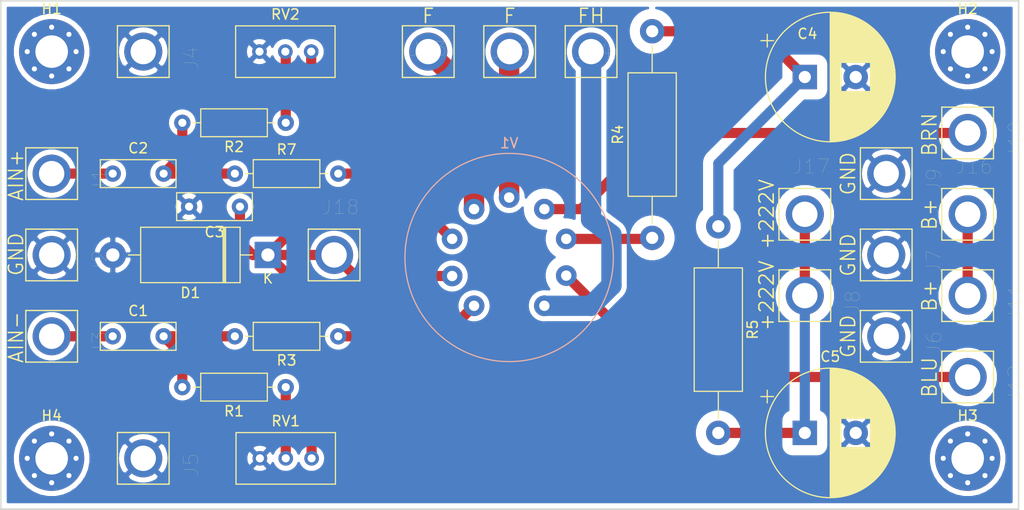
<source format=kicad_pcb>
(kicad_pcb (version 20171130) (host pcbnew 5.1.6-c6e7f7d~87~ubuntu20.04.1)

  (general
    (thickness 1.6)
    (drawings 6)
    (tracks 49)
    (zones 0)
    (modules 37)
    (nets 24)
  )

  (page USLetter)
  (layers
    (0 F.Cu signal)
    (31 B.Cu signal)
    (32 B.Adhes user)
    (33 F.Adhes user)
    (34 B.Paste user)
    (35 F.Paste user)
    (36 B.SilkS user)
    (37 F.SilkS user)
    (38 B.Mask user)
    (39 F.Mask user)
    (40 Dwgs.User user)
    (41 Cmts.User user)
    (42 Eco1.User user)
    (43 Eco2.User user)
    (44 Edge.Cuts user)
    (45 Margin user)
    (46 B.CrtYd user)
    (47 F.CrtYd user)
    (48 B.Fab user)
    (49 F.Fab user hide)
  )

  (setup
    (last_trace_width 1)
    (user_trace_width 0.3)
    (user_trace_width 0.35)
    (user_trace_width 0.4)
    (user_trace_width 0.45)
    (user_trace_width 0.5)
    (user_trace_width 0.6)
    (user_trace_width 0.7)
    (user_trace_width 0.8)
    (user_trace_width 0.9)
    (user_trace_width 1)
    (user_trace_width 2)
    (user_trace_width 5)
    (trace_clearance 0.25)
    (zone_clearance 0.508)
    (zone_45_only no)
    (trace_min 0.2)
    (via_size 0.8)
    (via_drill 0.4)
    (via_min_size 0.4)
    (via_min_drill 0.3)
    (user_via 1 0.6)
    (uvia_size 0.3)
    (uvia_drill 0.1)
    (uvias_allowed no)
    (uvia_min_size 0.2)
    (uvia_min_drill 0.1)
    (edge_width 0.05)
    (segment_width 0.2)
    (pcb_text_width 0.3)
    (pcb_text_size 1.5 1.5)
    (mod_edge_width 0.2)
    (mod_text_size 1.5 1.5)
    (mod_text_width 0.3)
    (pad_size 1.524 1.524)
    (pad_drill 0.762)
    (pad_to_mask_clearance 0.05)
    (aux_axis_origin 0 0)
    (visible_elements FFFFFF7F)
    (pcbplotparams
      (layerselection 0x210fc_ffffffff)
      (usegerberextensions false)
      (usegerberattributes true)
      (usegerberadvancedattributes true)
      (creategerberjobfile true)
      (excludeedgelayer true)
      (linewidth 0.100000)
      (plotframeref false)
      (viasonmask false)
      (mode 1)
      (useauxorigin false)
      (hpglpennumber 1)
      (hpglpenspeed 20)
      (hpglpendiameter 15.000000)
      (psnegative false)
      (psa4output false)
      (plotreference true)
      (plotvalue true)
      (plotinvisibletext false)
      (padsonsilk false)
      (subtractmaskfromsilk false)
      (outputformat 1)
      (mirror false)
      (drillshape 0)
      (scaleselection 1)
      (outputdirectory "jlcpcb"))
  )

  (net 0 "")
  (net 1 "Net-(C1-Pad2)")
  (net 2 "Net-(C1-Pad1)")
  (net 3 "Net-(C2-Pad2)")
  (net 4 "Net-(C2-Pad1)")
  (net 5 GND)
  (net 6 "Net-(C4-Pad1)")
  (net 7 VSS)
  (net 8 "Net-(R3-Pad1)")
  (net 9 "Net-(R4-Pad1)")
  (net 10 "Net-(R7-Pad2)")
  (net 11 "Net-(J10-Pad1)")
  (net 12 VS)
  (net 13 "Net-(J12-Pad1)")
  (net 14 "Net-(H1-Pad1)")
  (net 15 "Net-(H2-Pad1)")
  (net 16 "Net-(H3-Pad1)")
  (net 17 "Net-(H4-Pad1)")
  (net 18 "Net-(J13-Pad1)")
  (net 19 "Net-(J14-Pad1)")
  (net 20 "Net-(J15-Pad1)")
  (net 21 "Net-(R1-Pad1)")
  (net 22 "Net-(R2-Pad1)")
  (net 23 /+22V)

  (net_class Default "This is the default net class."
    (clearance 0.25)
    (trace_width 0.25)
    (via_dia 0.8)
    (via_drill 0.4)
    (uvia_dia 0.3)
    (uvia_drill 0.1)
    (add_net /+22V)
  )

  (net_class signal ""
    (clearance 0.25)
    (trace_width 1)
    (via_dia 0.8)
    (via_drill 0.4)
    (uvia_dia 0.3)
    (uvia_drill 0.1)
    (add_net GND)
    (add_net "Net-(C1-Pad1)")
    (add_net "Net-(C1-Pad2)")
    (add_net "Net-(C2-Pad1)")
    (add_net "Net-(C2-Pad2)")
    (add_net "Net-(H1-Pad1)")
    (add_net "Net-(H2-Pad1)")
    (add_net "Net-(H3-Pad1)")
    (add_net "Net-(H4-Pad1)")
    (add_net "Net-(J13-Pad1)")
    (add_net "Net-(J14-Pad1)")
    (add_net "Net-(J15-Pad1)")
    (add_net "Net-(R1-Pad1)")
    (add_net "Net-(R2-Pad1)")
    (add_net "Net-(R3-Pad1)")
    (add_net "Net-(R7-Pad2)")
  )

  (net_class signal_hv ""
    (clearance 1)
    (trace_width 1)
    (via_dia 0.8)
    (via_drill 0.4)
    (uvia_dia 0.3)
    (uvia_drill 0.1)
    (add_net "Net-(C4-Pad1)")
    (add_net "Net-(J10-Pad1)")
    (add_net "Net-(J12-Pad1)")
    (add_net "Net-(R4-Pad1)")
    (add_net VS)
    (add_net VSS)
  )

  (module "Tube Amp Parts:MILMAX_2501-2-00-80-00-00-07-0" (layer F.Cu) (tedit 5F1273B3) (tstamp 5F4ED358)
    (at 99.75 97)
    (path /5F535108)
    (fp_text reference J18 (at 0.635285 -4.701025) (layer F.SilkS)
      (effects (font (size 1.400606 1.400606) (thickness 0.015)))
    )
    (fp_text value VC (at 22.9018 4.198645) (layer F.Fab)
      (effects (font (size 1.402559 1.402559) (thickness 0.015)))
    )
    (fp_line (start -2.54 -2.54) (end 2.54 -2.54) (layer F.Fab) (width 0.127))
    (fp_line (start 2.54 -2.54) (end 2.54 2.54) (layer F.Fab) (width 0.127))
    (fp_line (start 2.54 2.54) (end -2.54 2.54) (layer F.Fab) (width 0.127))
    (fp_line (start -2.54 2.54) (end -2.54 -2.54) (layer F.Fab) (width 0.127))
    (fp_line (start -2.54 -2.54) (end 2.54 -2.54) (layer F.SilkS) (width 0.127))
    (fp_line (start 2.54 -2.54) (end 2.54 2.54) (layer F.SilkS) (width 0.127))
    (fp_line (start 2.54 2.54) (end -2.54 2.54) (layer F.SilkS) (width 0.127))
    (fp_line (start -2.54 2.54) (end -2.54 -2.54) (layer F.SilkS) (width 0.127))
    (fp_line (start -2.79 -2.79) (end 2.79 -2.79) (layer F.CrtYd) (width 0.05))
    (fp_line (start 2.79 -2.79) (end 2.79 2.79) (layer F.CrtYd) (width 0.05))
    (fp_line (start 2.79 2.79) (end -2.79 2.79) (layer F.CrtYd) (width 0.05))
    (fp_line (start -2.79 2.79) (end -2.79 -2.79) (layer F.CrtYd) (width 0.05))
    (pad 1 thru_hole circle (at 0 0) (size 3.74 3.74) (drill 2.49) (layers *.Cu *.Mask)
      (net 23 /+22V))
  )

  (module Capacitor_THT:C_Rect_L7.2mm_W2.5mm_P5.00mm_FKS2_FKP2_MKS2_MKP2 (layer F.Cu) (tedit 5AE50EF0) (tstamp 5F4ECCDD)
    (at 90.5 92.25 180)
    (descr "C, Rect series, Radial, pin pitch=5.00mm, , length*width=7.2*2.5mm^2, Capacitor, http://www.wima.com/EN/WIMA_FKS_2.pdf")
    (tags "C Rect series Radial pin pitch 5.00mm  length 7.2mm width 2.5mm Capacitor")
    (path /5F53F366)
    (fp_text reference C3 (at 2.5 -2.5) (layer F.SilkS)
      (effects (font (size 1 1) (thickness 0.15)))
    )
    (fp_text value 0.1uF (at 2.5 2.5) (layer F.Fab)
      (effects (font (size 1 1) (thickness 0.15)))
    )
    (fp_text user %R (at 2.5 0) (layer F.Fab)
      (effects (font (size 1 1) (thickness 0.15)))
    )
    (fp_line (start -1.1 -1.25) (end -1.1 1.25) (layer F.Fab) (width 0.1))
    (fp_line (start -1.1 1.25) (end 6.1 1.25) (layer F.Fab) (width 0.1))
    (fp_line (start 6.1 1.25) (end 6.1 -1.25) (layer F.Fab) (width 0.1))
    (fp_line (start 6.1 -1.25) (end -1.1 -1.25) (layer F.Fab) (width 0.1))
    (fp_line (start -1.22 -1.37) (end 6.22 -1.37) (layer F.SilkS) (width 0.12))
    (fp_line (start -1.22 1.37) (end 6.22 1.37) (layer F.SilkS) (width 0.12))
    (fp_line (start -1.22 -1.37) (end -1.22 1.37) (layer F.SilkS) (width 0.12))
    (fp_line (start 6.22 -1.37) (end 6.22 1.37) (layer F.SilkS) (width 0.12))
    (fp_line (start -1.35 -1.5) (end -1.35 1.5) (layer F.CrtYd) (width 0.05))
    (fp_line (start -1.35 1.5) (end 6.35 1.5) (layer F.CrtYd) (width 0.05))
    (fp_line (start 6.35 1.5) (end 6.35 -1.5) (layer F.CrtYd) (width 0.05))
    (fp_line (start 6.35 -1.5) (end -1.35 -1.5) (layer F.CrtYd) (width 0.05))
    (pad 2 thru_hole circle (at 5 0 180) (size 1.6 1.6) (drill 0.8) (layers *.Cu *.Mask)
      (net 5 GND))
    (pad 1 thru_hole circle (at 0 0 180) (size 1.6 1.6) (drill 0.8) (layers *.Cu *.Mask)
      (net 23 /+22V))
    (model ${KISYS3DMOD}/Capacitor_THT.3dshapes/C_Rect_L7.2mm_W2.5mm_P5.00mm_FKS2_FKP2_MKS2_MKP2.wrl
      (at (xyz 0 0 0))
      (scale (xyz 1 1 1))
      (rotate (xyz 0 0 0))
    )
  )

  (module "Tube Amp Parts:MILMAX_2501-2-00-80-00-00-07-0" (layer F.Cu) (tedit 5F1273B3) (tstamp 5F4B26C6)
    (at 146 93)
    (path /5F522663)
    (fp_text reference J17 (at 0.635285 -4.701025) (layer F.SilkS)
      (effects (font (size 1.400606 1.400606) (thickness 0.015)))
    )
    (fp_text value +222V (at -3.75 0 90) (layer F.SilkS)
      (effects (font (size 1.402559 1.402559) (thickness 0.15)))
    )
    (fp_line (start -2.79 2.79) (end -2.79 -2.79) (layer F.CrtYd) (width 0.05))
    (fp_line (start 2.79 2.79) (end -2.79 2.79) (layer F.CrtYd) (width 0.05))
    (fp_line (start 2.79 -2.79) (end 2.79 2.79) (layer F.CrtYd) (width 0.05))
    (fp_line (start -2.79 -2.79) (end 2.79 -2.79) (layer F.CrtYd) (width 0.05))
    (fp_line (start -2.54 2.54) (end -2.54 -2.54) (layer F.SilkS) (width 0.127))
    (fp_line (start 2.54 2.54) (end -2.54 2.54) (layer F.SilkS) (width 0.127))
    (fp_line (start 2.54 -2.54) (end 2.54 2.54) (layer F.SilkS) (width 0.127))
    (fp_line (start -2.54 -2.54) (end 2.54 -2.54) (layer F.SilkS) (width 0.127))
    (fp_line (start -2.54 2.54) (end -2.54 -2.54) (layer F.Fab) (width 0.127))
    (fp_line (start 2.54 2.54) (end -2.54 2.54) (layer F.Fab) (width 0.127))
    (fp_line (start 2.54 -2.54) (end 2.54 2.54) (layer F.Fab) (width 0.127))
    (fp_line (start -2.54 -2.54) (end 2.54 -2.54) (layer F.Fab) (width 0.127))
    (pad 1 thru_hole circle (at 0 0) (size 3.74 3.74) (drill 2.49) (layers *.Cu *.Mask)
      (net 7 VSS))
  )

  (module Potentiometer_THT:Potentiometer_Bourns_3296W_Vertical (layer F.Cu) (tedit 5A3D4994) (tstamp 5F4B0641)
    (at 97.5 77)
    (descr "Potentiometer, vertical, Bourns 3296W, https://www.bourns.com/pdfs/3296.pdf")
    (tags "Potentiometer vertical Bourns 3296W")
    (path /5F4C1B64)
    (fp_text reference RV2 (at -2.54 -3.66) (layer F.SilkS)
      (effects (font (size 1 1) (thickness 0.15)))
    )
    (fp_text value 50K (at -2.54 3.67) (layer F.Fab)
      (effects (font (size 1 1) (thickness 0.15)))
    )
    (fp_line (start 2.5 -2.7) (end -7.6 -2.7) (layer F.CrtYd) (width 0.05))
    (fp_line (start 2.5 2.7) (end 2.5 -2.7) (layer F.CrtYd) (width 0.05))
    (fp_line (start -7.6 2.7) (end 2.5 2.7) (layer F.CrtYd) (width 0.05))
    (fp_line (start -7.6 -2.7) (end -7.6 2.7) (layer F.CrtYd) (width 0.05))
    (fp_line (start 2.345 -2.53) (end 2.345 2.54) (layer F.SilkS) (width 0.12))
    (fp_line (start -7.425 -2.53) (end -7.425 2.54) (layer F.SilkS) (width 0.12))
    (fp_line (start -7.425 2.54) (end 2.345 2.54) (layer F.SilkS) (width 0.12))
    (fp_line (start -7.425 -2.53) (end 2.345 -2.53) (layer F.SilkS) (width 0.12))
    (fp_line (start 0.955 2.235) (end 0.956 0.066) (layer F.Fab) (width 0.1))
    (fp_line (start 0.955 2.235) (end 0.956 0.066) (layer F.Fab) (width 0.1))
    (fp_line (start 2.225 -2.41) (end -7.305 -2.41) (layer F.Fab) (width 0.1))
    (fp_line (start 2.225 2.42) (end 2.225 -2.41) (layer F.Fab) (width 0.1))
    (fp_line (start -7.305 2.42) (end 2.225 2.42) (layer F.Fab) (width 0.1))
    (fp_line (start -7.305 -2.41) (end -7.305 2.42) (layer F.Fab) (width 0.1))
    (fp_circle (center 0.955 1.15) (end 2.05 1.15) (layer F.Fab) (width 0.1))
    (fp_text user %R (at -3.175 0.005) (layer F.Fab)
      (effects (font (size 1 1) (thickness 0.15)))
    )
    (pad 3 thru_hole circle (at -5.08 0) (size 1.44 1.44) (drill 0.8) (layers *.Cu *.Mask)
      (net 5 GND))
    (pad 2 thru_hole circle (at -2.54 0) (size 1.44 1.44) (drill 0.8) (layers *.Cu *.Mask)
      (net 22 "Net-(R2-Pad1)"))
    (pad 1 thru_hole circle (at 0 0) (size 1.44 1.44) (drill 0.8) (layers *.Cu *.Mask)
      (net 23 /+22V))
    (model ${KISYS3DMOD}/Potentiometer_THT.3dshapes/Potentiometer_Bourns_3296W_Vertical.wrl
      (at (xyz 0 0 0))
      (scale (xyz 1 1 1))
      (rotate (xyz 0 0 0))
    )
  )

  (module Potentiometer_THT:Potentiometer_Bourns_3296W_Vertical (layer F.Cu) (tedit 5A3D4994) (tstamp 5F4B062A)
    (at 97.54 117)
    (descr "Potentiometer, vertical, Bourns 3296W, https://www.bourns.com/pdfs/3296.pdf")
    (tags "Potentiometer vertical Bourns 3296W")
    (path /5F4C3D87)
    (fp_text reference RV1 (at -2.54 -3.66) (layer F.SilkS)
      (effects (font (size 1 1) (thickness 0.15)))
    )
    (fp_text value 50K (at -2.54 3.67) (layer F.Fab)
      (effects (font (size 1 1) (thickness 0.15)))
    )
    (fp_line (start 2.5 -2.7) (end -7.6 -2.7) (layer F.CrtYd) (width 0.05))
    (fp_line (start 2.5 2.7) (end 2.5 -2.7) (layer F.CrtYd) (width 0.05))
    (fp_line (start -7.6 2.7) (end 2.5 2.7) (layer F.CrtYd) (width 0.05))
    (fp_line (start -7.6 -2.7) (end -7.6 2.7) (layer F.CrtYd) (width 0.05))
    (fp_line (start 2.345 -2.53) (end 2.345 2.54) (layer F.SilkS) (width 0.12))
    (fp_line (start -7.425 -2.53) (end -7.425 2.54) (layer F.SilkS) (width 0.12))
    (fp_line (start -7.425 2.54) (end 2.345 2.54) (layer F.SilkS) (width 0.12))
    (fp_line (start -7.425 -2.53) (end 2.345 -2.53) (layer F.SilkS) (width 0.12))
    (fp_line (start 0.955 2.235) (end 0.956 0.066) (layer F.Fab) (width 0.1))
    (fp_line (start 0.955 2.235) (end 0.956 0.066) (layer F.Fab) (width 0.1))
    (fp_line (start 2.225 -2.41) (end -7.305 -2.41) (layer F.Fab) (width 0.1))
    (fp_line (start 2.225 2.42) (end 2.225 -2.41) (layer F.Fab) (width 0.1))
    (fp_line (start -7.305 2.42) (end 2.225 2.42) (layer F.Fab) (width 0.1))
    (fp_line (start -7.305 -2.41) (end -7.305 2.42) (layer F.Fab) (width 0.1))
    (fp_circle (center 0.955 1.15) (end 2.05 1.15) (layer F.Fab) (width 0.1))
    (fp_text user %R (at -3.175 0.005) (layer F.Fab)
      (effects (font (size 1 1) (thickness 0.15)))
    )
    (pad 3 thru_hole circle (at -5.08 0) (size 1.44 1.44) (drill 0.8) (layers *.Cu *.Mask)
      (net 5 GND))
    (pad 2 thru_hole circle (at -2.54 0) (size 1.44 1.44) (drill 0.8) (layers *.Cu *.Mask)
      (net 21 "Net-(R1-Pad1)"))
    (pad 1 thru_hole circle (at 0 0) (size 1.44 1.44) (drill 0.8) (layers *.Cu *.Mask)
      (net 23 /+22V))
    (model ${KISYS3DMOD}/Potentiometer_THT.3dshapes/Potentiometer_Bourns_3296W_Vertical.wrl
      (at (xyz 0 0 0))
      (scale (xyz 1 1 1))
      (rotate (xyz 0 0 0))
    )
  )

  (module Diode_THT:D_DO-201_P15.24mm_Horizontal (layer F.Cu) (tedit 5AE50CD5) (tstamp 5F4B02BF)
    (at 93.25 97 180)
    (descr "Diode, DO-201 series, Axial, Horizontal, pin pitch=15.24mm, , length*diameter=9.53*5.21mm^2, , http://www.diodes.com/_files/packages/DO-201.pdf")
    (tags "Diode DO-201 series Axial Horizontal pin pitch 15.24mm  length 9.53mm diameter 5.21mm")
    (path /5F4B75CD)
    (fp_text reference D1 (at 7.62 -3.725) (layer F.SilkS)
      (effects (font (size 1 1) (thickness 0.15)))
    )
    (fp_text value 1N5358B (at 7.62 3.725) (layer F.Fab)
      (effects (font (size 1 1) (thickness 0.15)))
    )
    (fp_line (start 16.79 -2.86) (end -1.55 -2.86) (layer F.CrtYd) (width 0.05))
    (fp_line (start 16.79 2.86) (end 16.79 -2.86) (layer F.CrtYd) (width 0.05))
    (fp_line (start -1.55 2.86) (end 16.79 2.86) (layer F.CrtYd) (width 0.05))
    (fp_line (start -1.55 -2.86) (end -1.55 2.86) (layer F.CrtYd) (width 0.05))
    (fp_line (start 4.1645 -2.725) (end 4.1645 2.725) (layer F.SilkS) (width 0.12))
    (fp_line (start 4.4045 -2.725) (end 4.4045 2.725) (layer F.SilkS) (width 0.12))
    (fp_line (start 4.2845 -2.725) (end 4.2845 2.725) (layer F.SilkS) (width 0.12))
    (fp_line (start 13.7 0) (end 12.505 0) (layer F.SilkS) (width 0.12))
    (fp_line (start 1.54 0) (end 2.735 0) (layer F.SilkS) (width 0.12))
    (fp_line (start 12.505 -2.725) (end 2.735 -2.725) (layer F.SilkS) (width 0.12))
    (fp_line (start 12.505 2.725) (end 12.505 -2.725) (layer F.SilkS) (width 0.12))
    (fp_line (start 2.735 2.725) (end 12.505 2.725) (layer F.SilkS) (width 0.12))
    (fp_line (start 2.735 -2.725) (end 2.735 2.725) (layer F.SilkS) (width 0.12))
    (fp_line (start 4.1845 -2.605) (end 4.1845 2.605) (layer F.Fab) (width 0.1))
    (fp_line (start 4.3845 -2.605) (end 4.3845 2.605) (layer F.Fab) (width 0.1))
    (fp_line (start 4.2845 -2.605) (end 4.2845 2.605) (layer F.Fab) (width 0.1))
    (fp_line (start 15.24 0) (end 12.385 0) (layer F.Fab) (width 0.1))
    (fp_line (start 0 0) (end 2.855 0) (layer F.Fab) (width 0.1))
    (fp_line (start 12.385 -2.605) (end 2.855 -2.605) (layer F.Fab) (width 0.1))
    (fp_line (start 12.385 2.605) (end 12.385 -2.605) (layer F.Fab) (width 0.1))
    (fp_line (start 2.855 2.605) (end 12.385 2.605) (layer F.Fab) (width 0.1))
    (fp_line (start 2.855 -2.605) (end 2.855 2.605) (layer F.Fab) (width 0.1))
    (fp_text user K (at 0 -2.3) (layer F.SilkS)
      (effects (font (size 1 1) (thickness 0.15)))
    )
    (fp_text user K (at 0 -2.3) (layer F.Fab)
      (effects (font (size 1 1) (thickness 0.15)))
    )
    (fp_text user %R (at 8.33475 0) (layer F.Fab)
      (effects (font (size 1 1) (thickness 0.15)))
    )
    (pad 2 thru_hole oval (at 15.24 0 180) (size 2.6 2.6) (drill 1.3) (layers *.Cu *.Mask)
      (net 5 GND))
    (pad 1 thru_hole rect (at 0 0 180) (size 2.6 2.6) (drill 1.3) (layers *.Cu *.Mask)
      (net 23 /+22V))
    (model ${KISYS3DMOD}/Diode_THT.3dshapes/D_DO-201_P15.24mm_Horizontal.wrl
      (at (xyz 0 0 0))
      (scale (xyz 1 1 1))
      (rotate (xyz 0 0 0))
    )
  )

  (module "Tube Amp Parts:MILMAX_2501-2-00-80-00-00-07-0" (layer F.Cu) (tedit 5F1273B3) (tstamp 5F2BE3CD)
    (at 162 93)
    (path /5F31C547)
    (fp_text reference J16 (at 0.635285 -4.701025) (layer F.SilkS)
      (effects (font (size 1.400606 1.400606) (thickness 0.015)))
    )
    (fp_text value B+ (at -3.75 0 90) (layer F.SilkS)
      (effects (font (size 1.402559 1.402559) (thickness 0.15)))
    )
    (fp_line (start -2.54 -2.54) (end 2.54 -2.54) (layer F.Fab) (width 0.127))
    (fp_line (start 2.54 -2.54) (end 2.54 2.54) (layer F.Fab) (width 0.127))
    (fp_line (start 2.54 2.54) (end -2.54 2.54) (layer F.Fab) (width 0.127))
    (fp_line (start -2.54 2.54) (end -2.54 -2.54) (layer F.Fab) (width 0.127))
    (fp_line (start -2.54 -2.54) (end 2.54 -2.54) (layer F.SilkS) (width 0.127))
    (fp_line (start 2.54 -2.54) (end 2.54 2.54) (layer F.SilkS) (width 0.127))
    (fp_line (start 2.54 2.54) (end -2.54 2.54) (layer F.SilkS) (width 0.127))
    (fp_line (start -2.54 2.54) (end -2.54 -2.54) (layer F.SilkS) (width 0.127))
    (fp_line (start -2.79 -2.79) (end 2.79 -2.79) (layer F.CrtYd) (width 0.05))
    (fp_line (start 2.79 -2.79) (end 2.79 2.79) (layer F.CrtYd) (width 0.05))
    (fp_line (start 2.79 2.79) (end -2.79 2.79) (layer F.CrtYd) (width 0.05))
    (fp_line (start -2.79 2.79) (end -2.79 -2.79) (layer F.CrtYd) (width 0.05))
    (pad 1 thru_hole circle (at 0 0) (size 3.74 3.74) (drill 2.49) (layers *.Cu *.Mask)
      (net 12 VS))
  )

  (module "Tube Amp Parts:MILMAX_2501-2-00-80-00-00-07-0" (layer F.Cu) (tedit 5F1273B3) (tstamp 5F2BAE41)
    (at 117 77)
    (path /5F2FA6AE)
    (fp_text reference J15 (at 0 0) (layer F.SilkS)
      (effects (font (size 1.400606 1.400606) (thickness 0.015)))
    )
    (fp_text value F (at 0 -3.5) (layer F.SilkS)
      (effects (font (size 1.402559 1.402559) (thickness 0.15)))
    )
    (fp_line (start -2.54 -2.54) (end 2.54 -2.54) (layer F.Fab) (width 0.127))
    (fp_line (start 2.54 -2.54) (end 2.54 2.54) (layer F.Fab) (width 0.127))
    (fp_line (start 2.54 2.54) (end -2.54 2.54) (layer F.Fab) (width 0.127))
    (fp_line (start -2.54 2.54) (end -2.54 -2.54) (layer F.Fab) (width 0.127))
    (fp_line (start -2.54 -2.54) (end 2.54 -2.54) (layer F.SilkS) (width 0.127))
    (fp_line (start 2.54 -2.54) (end 2.54 2.54) (layer F.SilkS) (width 0.127))
    (fp_line (start 2.54 2.54) (end -2.54 2.54) (layer F.SilkS) (width 0.127))
    (fp_line (start -2.54 2.54) (end -2.54 -2.54) (layer F.SilkS) (width 0.127))
    (fp_line (start -2.79 -2.79) (end 2.79 -2.79) (layer F.CrtYd) (width 0.05))
    (fp_line (start 2.79 -2.79) (end 2.79 2.79) (layer F.CrtYd) (width 0.05))
    (fp_line (start 2.79 2.79) (end -2.79 2.79) (layer F.CrtYd) (width 0.05))
    (fp_line (start -2.79 2.79) (end -2.79 -2.79) (layer F.CrtYd) (width 0.05))
    (pad 1 thru_hole circle (at 0 0) (size 3.74 3.74) (drill 2.49) (layers *.Cu *.Mask)
      (net 20 "Net-(J15-Pad1)"))
  )

  (module "Tube Amp Parts:MILMAX_2501-2-00-80-00-00-07-0" (layer F.Cu) (tedit 5F1273B3) (tstamp 5F2BAE30)
    (at 125 77)
    (path /5F2F9E16)
    (fp_text reference J14 (at 0.25 0) (layer F.SilkS)
      (effects (font (size 1.400606 1.400606) (thickness 0.015)))
    )
    (fp_text value FH (at 0 -3.5) (layer F.SilkS)
      (effects (font (size 1.402559 1.402559) (thickness 0.15)))
    )
    (fp_line (start -2.54 -2.54) (end 2.54 -2.54) (layer F.Fab) (width 0.127))
    (fp_line (start 2.54 -2.54) (end 2.54 2.54) (layer F.Fab) (width 0.127))
    (fp_line (start 2.54 2.54) (end -2.54 2.54) (layer F.Fab) (width 0.127))
    (fp_line (start -2.54 2.54) (end -2.54 -2.54) (layer F.Fab) (width 0.127))
    (fp_line (start -2.54 -2.54) (end 2.54 -2.54) (layer F.SilkS) (width 0.127))
    (fp_line (start 2.54 -2.54) (end 2.54 2.54) (layer F.SilkS) (width 0.127))
    (fp_line (start 2.54 2.54) (end -2.54 2.54) (layer F.SilkS) (width 0.127))
    (fp_line (start -2.54 2.54) (end -2.54 -2.54) (layer F.SilkS) (width 0.127))
    (fp_line (start -2.79 -2.79) (end 2.79 -2.79) (layer F.CrtYd) (width 0.05))
    (fp_line (start 2.79 -2.79) (end 2.79 2.79) (layer F.CrtYd) (width 0.05))
    (fp_line (start 2.79 2.79) (end -2.79 2.79) (layer F.CrtYd) (width 0.05))
    (fp_line (start -2.79 2.79) (end -2.79 -2.79) (layer F.CrtYd) (width 0.05))
    (pad 1 thru_hole circle (at 0 0) (size 3.74 3.74) (drill 2.49) (layers *.Cu *.Mask)
      (net 19 "Net-(J14-Pad1)"))
  )

  (module "Tube Amp Parts:MILMAX_2501-2-00-80-00-00-07-0" (layer F.Cu) (tedit 5F1273B3) (tstamp 5F2BAE1F)
    (at 109 77)
    (path /5F2F57A4)
    (fp_text reference J13 (at 0 -0.25) (layer F.SilkS)
      (effects (font (size 1.400606 1.400606) (thickness 0.015)))
    )
    (fp_text value F (at 0 -3.5) (layer F.SilkS)
      (effects (font (size 1.402559 1.402559) (thickness 0.15)))
    )
    (fp_line (start -2.54 -2.54) (end 2.54 -2.54) (layer F.Fab) (width 0.127))
    (fp_line (start 2.54 -2.54) (end 2.54 2.54) (layer F.Fab) (width 0.127))
    (fp_line (start 2.54 2.54) (end -2.54 2.54) (layer F.Fab) (width 0.127))
    (fp_line (start -2.54 2.54) (end -2.54 -2.54) (layer F.Fab) (width 0.127))
    (fp_line (start -2.54 -2.54) (end 2.54 -2.54) (layer F.SilkS) (width 0.127))
    (fp_line (start 2.54 -2.54) (end 2.54 2.54) (layer F.SilkS) (width 0.127))
    (fp_line (start 2.54 2.54) (end -2.54 2.54) (layer F.SilkS) (width 0.127))
    (fp_line (start -2.54 2.54) (end -2.54 -2.54) (layer F.SilkS) (width 0.127))
    (fp_line (start -2.79 -2.79) (end 2.79 -2.79) (layer F.CrtYd) (width 0.05))
    (fp_line (start 2.79 -2.79) (end 2.79 2.79) (layer F.CrtYd) (width 0.05))
    (fp_line (start 2.79 2.79) (end -2.79 2.79) (layer F.CrtYd) (width 0.05))
    (fp_line (start -2.79 2.79) (end -2.79 -2.79) (layer F.CrtYd) (width 0.05))
    (pad 1 thru_hole circle (at 0 0) (size 3.74 3.74) (drill 2.49) (layers *.Cu *.Mask)
      (net 18 "Net-(J13-Pad1)"))
  )

  (module MountingHole:MountingHole_3.2mm_M3_Pad_Via (layer F.Cu) (tedit 56DDBCCA) (tstamp 5F2BBC80)
    (at 72 117)
    (descr "Mounting Hole 3.2mm, M3")
    (tags "mounting hole 3.2mm m3")
    (path /5F2ED370)
    (attr virtual)
    (fp_text reference H4 (at 0 -4.2) (layer F.SilkS)
      (effects (font (size 1 1) (thickness 0.15)))
    )
    (fp_text value MountingHole_Pad (at 0 4.2) (layer F.Fab)
      (effects (font (size 1 1) (thickness 0.15)))
    )
    (fp_circle (center 0 0) (end 3.2 0) (layer Cmts.User) (width 0.15))
    (fp_circle (center 0 0) (end 3.45 0) (layer F.CrtYd) (width 0.05))
    (fp_text user %R (at 0.3 0) (layer F.Fab)
      (effects (font (size 1 1) (thickness 0.15)))
    )
    (pad 1 thru_hole circle (at 1.697056 -1.697056) (size 0.8 0.8) (drill 0.5) (layers *.Cu *.Mask)
      (net 17 "Net-(H4-Pad1)"))
    (pad 1 thru_hole circle (at 0 -2.4) (size 0.8 0.8) (drill 0.5) (layers *.Cu *.Mask)
      (net 17 "Net-(H4-Pad1)"))
    (pad 1 thru_hole circle (at -1.697056 -1.697056) (size 0.8 0.8) (drill 0.5) (layers *.Cu *.Mask)
      (net 17 "Net-(H4-Pad1)"))
    (pad 1 thru_hole circle (at -2.4 0) (size 0.8 0.8) (drill 0.5) (layers *.Cu *.Mask)
      (net 17 "Net-(H4-Pad1)"))
    (pad 1 thru_hole circle (at -1.697056 1.697056) (size 0.8 0.8) (drill 0.5) (layers *.Cu *.Mask)
      (net 17 "Net-(H4-Pad1)"))
    (pad 1 thru_hole circle (at 0 2.4) (size 0.8 0.8) (drill 0.5) (layers *.Cu *.Mask)
      (net 17 "Net-(H4-Pad1)"))
    (pad 1 thru_hole circle (at 1.697056 1.697056) (size 0.8 0.8) (drill 0.5) (layers *.Cu *.Mask)
      (net 17 "Net-(H4-Pad1)"))
    (pad 1 thru_hole circle (at 2.4 0) (size 0.8 0.8) (drill 0.5) (layers *.Cu *.Mask)
      (net 17 "Net-(H4-Pad1)"))
    (pad 1 thru_hole circle (at 0 0) (size 6.4 6.4) (drill 3.2) (layers *.Cu *.Mask)
      (net 17 "Net-(H4-Pad1)"))
  )

  (module MountingHole:MountingHole_3.2mm_M3_Pad_Via (layer F.Cu) (tedit 56DDBCCA) (tstamp 5F2B9050)
    (at 162 117)
    (descr "Mounting Hole 3.2mm, M3")
    (tags "mounting hole 3.2mm m3")
    (path /5F2EBA4B)
    (attr virtual)
    (fp_text reference H3 (at 0 -4.2) (layer F.SilkS)
      (effects (font (size 1 1) (thickness 0.15)))
    )
    (fp_text value MountingHole_Pad (at 0 4.2) (layer F.Fab)
      (effects (font (size 1 1) (thickness 0.15)))
    )
    (fp_circle (center 0 0) (end 3.2 0) (layer Cmts.User) (width 0.15))
    (fp_circle (center 0 0) (end 3.45 0) (layer F.CrtYd) (width 0.05))
    (fp_text user %R (at 0.3 0) (layer F.Fab)
      (effects (font (size 1 1) (thickness 0.15)))
    )
    (pad 1 thru_hole circle (at 1.697056 -1.697056) (size 0.8 0.8) (drill 0.5) (layers *.Cu *.Mask)
      (net 16 "Net-(H3-Pad1)"))
    (pad 1 thru_hole circle (at 0 -2.4) (size 0.8 0.8) (drill 0.5) (layers *.Cu *.Mask)
      (net 16 "Net-(H3-Pad1)"))
    (pad 1 thru_hole circle (at -1.697056 -1.697056) (size 0.8 0.8) (drill 0.5) (layers *.Cu *.Mask)
      (net 16 "Net-(H3-Pad1)"))
    (pad 1 thru_hole circle (at -2.4 0) (size 0.8 0.8) (drill 0.5) (layers *.Cu *.Mask)
      (net 16 "Net-(H3-Pad1)"))
    (pad 1 thru_hole circle (at -1.697056 1.697056) (size 0.8 0.8) (drill 0.5) (layers *.Cu *.Mask)
      (net 16 "Net-(H3-Pad1)"))
    (pad 1 thru_hole circle (at 0 2.4) (size 0.8 0.8) (drill 0.5) (layers *.Cu *.Mask)
      (net 16 "Net-(H3-Pad1)"))
    (pad 1 thru_hole circle (at 1.697056 1.697056) (size 0.8 0.8) (drill 0.5) (layers *.Cu *.Mask)
      (net 16 "Net-(H3-Pad1)"))
    (pad 1 thru_hole circle (at 2.4 0) (size 0.8 0.8) (drill 0.5) (layers *.Cu *.Mask)
      (net 16 "Net-(H3-Pad1)"))
    (pad 1 thru_hole circle (at 0 0) (size 6.4 6.4) (drill 3.2) (layers *.Cu *.Mask)
      (net 16 "Net-(H3-Pad1)"))
  )

  (module MountingHole:MountingHole_3.2mm_M3_Pad_Via (layer F.Cu) (tedit 56DDBCCA) (tstamp 5F2B93AE)
    (at 162 77)
    (descr "Mounting Hole 3.2mm, M3")
    (tags "mounting hole 3.2mm m3")
    (path /5F2EC524)
    (attr virtual)
    (fp_text reference H2 (at 0 -4.2) (layer F.SilkS)
      (effects (font (size 1 1) (thickness 0.15)))
    )
    (fp_text value MountingHole_Pad (at 0 4.2) (layer F.Fab)
      (effects (font (size 1 1) (thickness 0.15)))
    )
    (fp_circle (center 0 0) (end 3.2 0) (layer Cmts.User) (width 0.15))
    (fp_circle (center 0 0) (end 3.45 0) (layer F.CrtYd) (width 0.05))
    (fp_text user %R (at 0.3 0) (layer F.Fab)
      (effects (font (size 1 1) (thickness 0.15)))
    )
    (pad 1 thru_hole circle (at 1.697056 -1.697056) (size 0.8 0.8) (drill 0.5) (layers *.Cu *.Mask)
      (net 15 "Net-(H2-Pad1)"))
    (pad 1 thru_hole circle (at 0 -2.4) (size 0.8 0.8) (drill 0.5) (layers *.Cu *.Mask)
      (net 15 "Net-(H2-Pad1)"))
    (pad 1 thru_hole circle (at -1.697056 -1.697056) (size 0.8 0.8) (drill 0.5) (layers *.Cu *.Mask)
      (net 15 "Net-(H2-Pad1)"))
    (pad 1 thru_hole circle (at -2.4 0) (size 0.8 0.8) (drill 0.5) (layers *.Cu *.Mask)
      (net 15 "Net-(H2-Pad1)"))
    (pad 1 thru_hole circle (at -1.697056 1.697056) (size 0.8 0.8) (drill 0.5) (layers *.Cu *.Mask)
      (net 15 "Net-(H2-Pad1)"))
    (pad 1 thru_hole circle (at 0 2.4) (size 0.8 0.8) (drill 0.5) (layers *.Cu *.Mask)
      (net 15 "Net-(H2-Pad1)"))
    (pad 1 thru_hole circle (at 1.697056 1.697056) (size 0.8 0.8) (drill 0.5) (layers *.Cu *.Mask)
      (net 15 "Net-(H2-Pad1)"))
    (pad 1 thru_hole circle (at 2.4 0) (size 0.8 0.8) (drill 0.5) (layers *.Cu *.Mask)
      (net 15 "Net-(H2-Pad1)"))
    (pad 1 thru_hole circle (at 0 0) (size 6.4 6.4) (drill 3.2) (layers *.Cu *.Mask)
      (net 15 "Net-(H2-Pad1)"))
  )

  (module MountingHole:MountingHole_3.2mm_M3_Pad_Via (layer F.Cu) (tedit 56DDBCCA) (tstamp 5F2B9030)
    (at 72 77)
    (descr "Mounting Hole 3.2mm, M3")
    (tags "mounting hole 3.2mm m3")
    (path /5F2ECB12)
    (attr virtual)
    (fp_text reference H1 (at 0 -4.2) (layer F.SilkS)
      (effects (font (size 1 1) (thickness 0.15)))
    )
    (fp_text value MountingHole_Pad (at 0 4.2) (layer F.Fab)
      (effects (font (size 1 1) (thickness 0.15)))
    )
    (fp_circle (center 0 0) (end 3.2 0) (layer Cmts.User) (width 0.15))
    (fp_circle (center 0 0) (end 3.45 0) (layer F.CrtYd) (width 0.05))
    (fp_text user %R (at 0.3 0) (layer F.Fab)
      (effects (font (size 1 1) (thickness 0.15)))
    )
    (pad 1 thru_hole circle (at 1.697056 -1.697056) (size 0.8 0.8) (drill 0.5) (layers *.Cu *.Mask)
      (net 14 "Net-(H1-Pad1)"))
    (pad 1 thru_hole circle (at 0 -2.4) (size 0.8 0.8) (drill 0.5) (layers *.Cu *.Mask)
      (net 14 "Net-(H1-Pad1)"))
    (pad 1 thru_hole circle (at -1.697056 -1.697056) (size 0.8 0.8) (drill 0.5) (layers *.Cu *.Mask)
      (net 14 "Net-(H1-Pad1)"))
    (pad 1 thru_hole circle (at -2.4 0) (size 0.8 0.8) (drill 0.5) (layers *.Cu *.Mask)
      (net 14 "Net-(H1-Pad1)"))
    (pad 1 thru_hole circle (at -1.697056 1.697056) (size 0.8 0.8) (drill 0.5) (layers *.Cu *.Mask)
      (net 14 "Net-(H1-Pad1)"))
    (pad 1 thru_hole circle (at 0 2.4) (size 0.8 0.8) (drill 0.5) (layers *.Cu *.Mask)
      (net 14 "Net-(H1-Pad1)"))
    (pad 1 thru_hole circle (at 1.697056 1.697056) (size 0.8 0.8) (drill 0.5) (layers *.Cu *.Mask)
      (net 14 "Net-(H1-Pad1)"))
    (pad 1 thru_hole circle (at 2.4 0) (size 0.8 0.8) (drill 0.5) (layers *.Cu *.Mask)
      (net 14 "Net-(H1-Pad1)"))
    (pad 1 thru_hole circle (at 0 0) (size 6.4 6.4) (drill 3.2) (layers *.Cu *.Mask)
      (net 14 "Net-(H1-Pad1)"))
  )

  (module Resistor_THT:R_Axial_DIN0207_L6.3mm_D2.5mm_P10.16mm_Horizontal (layer F.Cu) (tedit 5AE5139B) (tstamp 5F2B559E)
    (at 90 89)
    (descr "Resistor, Axial_DIN0207 series, Axial, Horizontal, pin pitch=10.16mm, 0.25W = 1/4W, length*diameter=6.3*2.5mm^2, http://cdn-reichelt.de/documents/datenblatt/B400/1_4W%23YAG.pdf")
    (tags "Resistor Axial_DIN0207 series Axial Horizontal pin pitch 10.16mm 0.25W = 1/4W length 6.3mm diameter 2.5mm")
    (path /5EF142B4)
    (fp_text reference R7 (at 5.08 -2.37) (layer F.SilkS)
      (effects (font (size 1 1) (thickness 0.15)))
    )
    (fp_text value 1K (at 5.08 2.37) (layer F.Fab)
      (effects (font (size 1 1) (thickness 0.15)))
    )
    (fp_line (start 1.93 -1.25) (end 1.93 1.25) (layer F.Fab) (width 0.1))
    (fp_line (start 1.93 1.25) (end 8.23 1.25) (layer F.Fab) (width 0.1))
    (fp_line (start 8.23 1.25) (end 8.23 -1.25) (layer F.Fab) (width 0.1))
    (fp_line (start 8.23 -1.25) (end 1.93 -1.25) (layer F.Fab) (width 0.1))
    (fp_line (start 0 0) (end 1.93 0) (layer F.Fab) (width 0.1))
    (fp_line (start 10.16 0) (end 8.23 0) (layer F.Fab) (width 0.1))
    (fp_line (start 1.81 -1.37) (end 1.81 1.37) (layer F.SilkS) (width 0.12))
    (fp_line (start 1.81 1.37) (end 8.35 1.37) (layer F.SilkS) (width 0.12))
    (fp_line (start 8.35 1.37) (end 8.35 -1.37) (layer F.SilkS) (width 0.12))
    (fp_line (start 8.35 -1.37) (end 1.81 -1.37) (layer F.SilkS) (width 0.12))
    (fp_line (start 1.04 0) (end 1.81 0) (layer F.SilkS) (width 0.12))
    (fp_line (start 9.12 0) (end 8.35 0) (layer F.SilkS) (width 0.12))
    (fp_line (start -1.05 -1.5) (end -1.05 1.5) (layer F.CrtYd) (width 0.05))
    (fp_line (start -1.05 1.5) (end 11.21 1.5) (layer F.CrtYd) (width 0.05))
    (fp_line (start 11.21 1.5) (end 11.21 -1.5) (layer F.CrtYd) (width 0.05))
    (fp_line (start 11.21 -1.5) (end -1.05 -1.5) (layer F.CrtYd) (width 0.05))
    (fp_text user %R (at 5.08 0) (layer F.Fab)
      (effects (font (size 1 1) (thickness 0.15)))
    )
    (pad 2 thru_hole oval (at 10.16 0) (size 1.6 1.6) (drill 0.8) (layers *.Cu *.Mask)
      (net 10 "Net-(R7-Pad2)"))
    (pad 1 thru_hole circle (at 0 0) (size 1.6 1.6) (drill 0.8) (layers *.Cu *.Mask)
      (net 3 "Net-(C2-Pad2)"))
    (model ${KISYS3DMOD}/Resistor_THT.3dshapes/R_Axial_DIN0207_L6.3mm_D2.5mm_P10.16mm_Horizontal.wrl
      (at (xyz 0 0 0))
      (scale (xyz 1 1 1))
      (rotate (xyz 0 0 0))
    )
  )

  (module Resistor_THT:R_Axial_DIN0207_L6.3mm_D2.5mm_P10.16mm_Horizontal (layer F.Cu) (tedit 5AE5139B) (tstamp 5F4B0C44)
    (at 100.16 105 180)
    (descr "Resistor, Axial_DIN0207 series, Axial, Horizontal, pin pitch=10.16mm, 0.25W = 1/4W, length*diameter=6.3*2.5mm^2, http://cdn-reichelt.de/documents/datenblatt/B400/1_4W%23YAG.pdf")
    (tags "Resistor Axial_DIN0207 series Axial Horizontal pin pitch 10.16mm 0.25W = 1/4W length 6.3mm diameter 2.5mm")
    (path /5EF138F0)
    (fp_text reference R3 (at 5.08 -2.37) (layer F.SilkS)
      (effects (font (size 1 1) (thickness 0.15)))
    )
    (fp_text value 1K (at 5.08 2.37) (layer F.Fab)
      (effects (font (size 1 1) (thickness 0.15)))
    )
    (fp_line (start 1.93 -1.25) (end 1.93 1.25) (layer F.Fab) (width 0.1))
    (fp_line (start 1.93 1.25) (end 8.23 1.25) (layer F.Fab) (width 0.1))
    (fp_line (start 8.23 1.25) (end 8.23 -1.25) (layer F.Fab) (width 0.1))
    (fp_line (start 8.23 -1.25) (end 1.93 -1.25) (layer F.Fab) (width 0.1))
    (fp_line (start 0 0) (end 1.93 0) (layer F.Fab) (width 0.1))
    (fp_line (start 10.16 0) (end 8.23 0) (layer F.Fab) (width 0.1))
    (fp_line (start 1.81 -1.37) (end 1.81 1.37) (layer F.SilkS) (width 0.12))
    (fp_line (start 1.81 1.37) (end 8.35 1.37) (layer F.SilkS) (width 0.12))
    (fp_line (start 8.35 1.37) (end 8.35 -1.37) (layer F.SilkS) (width 0.12))
    (fp_line (start 8.35 -1.37) (end 1.81 -1.37) (layer F.SilkS) (width 0.12))
    (fp_line (start 1.04 0) (end 1.81 0) (layer F.SilkS) (width 0.12))
    (fp_line (start 9.12 0) (end 8.35 0) (layer F.SilkS) (width 0.12))
    (fp_line (start -1.05 -1.5) (end -1.05 1.5) (layer F.CrtYd) (width 0.05))
    (fp_line (start -1.05 1.5) (end 11.21 1.5) (layer F.CrtYd) (width 0.05))
    (fp_line (start 11.21 1.5) (end 11.21 -1.5) (layer F.CrtYd) (width 0.05))
    (fp_line (start 11.21 -1.5) (end -1.05 -1.5) (layer F.CrtYd) (width 0.05))
    (fp_text user %R (at 5.08 0) (layer F.Fab)
      (effects (font (size 1 1) (thickness 0.15)))
    )
    (pad 2 thru_hole oval (at 10.16 0 180) (size 1.6 1.6) (drill 0.8) (layers *.Cu *.Mask)
      (net 1 "Net-(C1-Pad2)"))
    (pad 1 thru_hole circle (at 0 0 180) (size 1.6 1.6) (drill 0.8) (layers *.Cu *.Mask)
      (net 8 "Net-(R3-Pad1)"))
    (model ${KISYS3DMOD}/Resistor_THT.3dshapes/R_Axial_DIN0207_L6.3mm_D2.5mm_P10.16mm_Horizontal.wrl
      (at (xyz 0 0 0))
      (scale (xyz 1 1 1))
      (rotate (xyz 0 0 0))
    )
  )

  (module Resistor_THT:R_Axial_DIN0207_L6.3mm_D2.5mm_P10.16mm_Horizontal (layer F.Cu) (tedit 5AE5139B) (tstamp 5F4B0A26)
    (at 95 84 180)
    (descr "Resistor, Axial_DIN0207 series, Axial, Horizontal, pin pitch=10.16mm, 0.25W = 1/4W, length*diameter=6.3*2.5mm^2, http://cdn-reichelt.de/documents/datenblatt/B400/1_4W%23YAG.pdf")
    (tags "Resistor Axial_DIN0207 series Axial Horizontal pin pitch 10.16mm 0.25W = 1/4W length 6.3mm diameter 2.5mm")
    (path /5EF1DD5C)
    (fp_text reference R2 (at 5.08 -2.37) (layer F.SilkS)
      (effects (font (size 1 1) (thickness 0.15)))
    )
    (fp_text value 200K (at 5.08 2.37) (layer F.Fab)
      (effects (font (size 1 1) (thickness 0.15)))
    )
    (fp_line (start 1.93 -1.25) (end 1.93 1.25) (layer F.Fab) (width 0.1))
    (fp_line (start 1.93 1.25) (end 8.23 1.25) (layer F.Fab) (width 0.1))
    (fp_line (start 8.23 1.25) (end 8.23 -1.25) (layer F.Fab) (width 0.1))
    (fp_line (start 8.23 -1.25) (end 1.93 -1.25) (layer F.Fab) (width 0.1))
    (fp_line (start 0 0) (end 1.93 0) (layer F.Fab) (width 0.1))
    (fp_line (start 10.16 0) (end 8.23 0) (layer F.Fab) (width 0.1))
    (fp_line (start 1.81 -1.37) (end 1.81 1.37) (layer F.SilkS) (width 0.12))
    (fp_line (start 1.81 1.37) (end 8.35 1.37) (layer F.SilkS) (width 0.12))
    (fp_line (start 8.35 1.37) (end 8.35 -1.37) (layer F.SilkS) (width 0.12))
    (fp_line (start 8.35 -1.37) (end 1.81 -1.37) (layer F.SilkS) (width 0.12))
    (fp_line (start 1.04 0) (end 1.81 0) (layer F.SilkS) (width 0.12))
    (fp_line (start 9.12 0) (end 8.35 0) (layer F.SilkS) (width 0.12))
    (fp_line (start -1.05 -1.5) (end -1.05 1.5) (layer F.CrtYd) (width 0.05))
    (fp_line (start -1.05 1.5) (end 11.21 1.5) (layer F.CrtYd) (width 0.05))
    (fp_line (start 11.21 1.5) (end 11.21 -1.5) (layer F.CrtYd) (width 0.05))
    (fp_line (start 11.21 -1.5) (end -1.05 -1.5) (layer F.CrtYd) (width 0.05))
    (fp_text user %R (at 5.08 0) (layer F.Fab)
      (effects (font (size 1 1) (thickness 0.15)))
    )
    (pad 2 thru_hole oval (at 10.16 0 180) (size 1.6 1.6) (drill 0.8) (layers *.Cu *.Mask)
      (net 3 "Net-(C2-Pad2)"))
    (pad 1 thru_hole circle (at 0 0 180) (size 1.6 1.6) (drill 0.8) (layers *.Cu *.Mask)
      (net 22 "Net-(R2-Pad1)"))
    (model ${KISYS3DMOD}/Resistor_THT.3dshapes/R_Axial_DIN0207_L6.3mm_D2.5mm_P10.16mm_Horizontal.wrl
      (at (xyz 0 0 0))
      (scale (xyz 1 1 1))
      (rotate (xyz 0 0 0))
    )
  )

  (module Resistor_THT:R_Axial_DIN0207_L6.3mm_D2.5mm_P10.16mm_Horizontal (layer F.Cu) (tedit 5AE5139B) (tstamp 5F4B0C02)
    (at 95 110 180)
    (descr "Resistor, Axial_DIN0207 series, Axial, Horizontal, pin pitch=10.16mm, 0.25W = 1/4W, length*diameter=6.3*2.5mm^2, http://cdn-reichelt.de/documents/datenblatt/B400/1_4W%23YAG.pdf")
    (tags "Resistor Axial_DIN0207 series Axial Horizontal pin pitch 10.16mm 0.25W = 1/4W length 6.3mm diameter 2.5mm")
    (path /5EF1E9CC)
    (fp_text reference R1 (at 5.08 -2.37) (layer F.SilkS)
      (effects (font (size 1 1) (thickness 0.15)))
    )
    (fp_text value 200K (at 5.08 2.37) (layer F.Fab)
      (effects (font (size 1 1) (thickness 0.15)))
    )
    (fp_line (start 1.93 -1.25) (end 1.93 1.25) (layer F.Fab) (width 0.1))
    (fp_line (start 1.93 1.25) (end 8.23 1.25) (layer F.Fab) (width 0.1))
    (fp_line (start 8.23 1.25) (end 8.23 -1.25) (layer F.Fab) (width 0.1))
    (fp_line (start 8.23 -1.25) (end 1.93 -1.25) (layer F.Fab) (width 0.1))
    (fp_line (start 0 0) (end 1.93 0) (layer F.Fab) (width 0.1))
    (fp_line (start 10.16 0) (end 8.23 0) (layer F.Fab) (width 0.1))
    (fp_line (start 1.81 -1.37) (end 1.81 1.37) (layer F.SilkS) (width 0.12))
    (fp_line (start 1.81 1.37) (end 8.35 1.37) (layer F.SilkS) (width 0.12))
    (fp_line (start 8.35 1.37) (end 8.35 -1.37) (layer F.SilkS) (width 0.12))
    (fp_line (start 8.35 -1.37) (end 1.81 -1.37) (layer F.SilkS) (width 0.12))
    (fp_line (start 1.04 0) (end 1.81 0) (layer F.SilkS) (width 0.12))
    (fp_line (start 9.12 0) (end 8.35 0) (layer F.SilkS) (width 0.12))
    (fp_line (start -1.05 -1.5) (end -1.05 1.5) (layer F.CrtYd) (width 0.05))
    (fp_line (start -1.05 1.5) (end 11.21 1.5) (layer F.CrtYd) (width 0.05))
    (fp_line (start 11.21 1.5) (end 11.21 -1.5) (layer F.CrtYd) (width 0.05))
    (fp_line (start 11.21 -1.5) (end -1.05 -1.5) (layer F.CrtYd) (width 0.05))
    (fp_text user %R (at 5.08 0) (layer F.Fab)
      (effects (font (size 1 1) (thickness 0.15)))
    )
    (pad 2 thru_hole oval (at 10.16 0 180) (size 1.6 1.6) (drill 0.8) (layers *.Cu *.Mask)
      (net 1 "Net-(C1-Pad2)"))
    (pad 1 thru_hole circle (at 0 0 180) (size 1.6 1.6) (drill 0.8) (layers *.Cu *.Mask)
      (net 21 "Net-(R1-Pad1)"))
    (model ${KISYS3DMOD}/Resistor_THT.3dshapes/R_Axial_DIN0207_L6.3mm_D2.5mm_P10.16mm_Horizontal.wrl
      (at (xyz 0 0 0))
      (scale (xyz 1 1 1))
      (rotate (xyz 0 0 0))
    )
  )

  (module "Tube Amp Parts:MILMAX_2501-2-00-80-00-00-07-0" (layer F.Cu) (tedit 5F1273B3) (tstamp 5F271E48)
    (at 162 109 270)
    (path /5F26F095)
    (fp_text reference J12 (at 0.635285 -4.701025 90) (layer F.SilkS)
      (effects (font (size 1.400606 1.400606) (thickness 0.015)))
    )
    (fp_text value BLU (at 0.03 3.75 90) (layer F.SilkS)
      (effects (font (size 1.402559 1.402559) (thickness 0.15)))
    )
    (fp_line (start -2.54 -2.54) (end 2.54 -2.54) (layer F.Fab) (width 0.127))
    (fp_line (start 2.54 -2.54) (end 2.54 2.54) (layer F.Fab) (width 0.127))
    (fp_line (start 2.54 2.54) (end -2.54 2.54) (layer F.Fab) (width 0.127))
    (fp_line (start -2.54 2.54) (end -2.54 -2.54) (layer F.Fab) (width 0.127))
    (fp_line (start -2.54 -2.54) (end 2.54 -2.54) (layer F.SilkS) (width 0.127))
    (fp_line (start 2.54 -2.54) (end 2.54 2.54) (layer F.SilkS) (width 0.127))
    (fp_line (start 2.54 2.54) (end -2.54 2.54) (layer F.SilkS) (width 0.127))
    (fp_line (start -2.54 2.54) (end -2.54 -2.54) (layer F.SilkS) (width 0.127))
    (fp_line (start -2.79 -2.79) (end 2.79 -2.79) (layer F.CrtYd) (width 0.05))
    (fp_line (start 2.79 -2.79) (end 2.79 2.79) (layer F.CrtYd) (width 0.05))
    (fp_line (start 2.79 2.79) (end -2.79 2.79) (layer F.CrtYd) (width 0.05))
    (fp_line (start -2.79 2.79) (end -2.79 -2.79) (layer F.CrtYd) (width 0.05))
    (pad 1 thru_hole circle (at 0 0 270) (size 3.74 3.74) (drill 2.49) (layers *.Cu *.Mask)
      (net 13 "Net-(J12-Pad1)"))
  )

  (module "Tube Amp Parts:MILMAX_2501-2-00-80-00-00-07-0" (layer F.Cu) (tedit 5F1273B3) (tstamp 5F2B5AFE)
    (at 162 101 270)
    (path /5F26EBB5)
    (fp_text reference J11 (at 0.635285 -4.701025 90) (layer F.SilkS)
      (effects (font (size 1.400606 1.400606) (thickness 0.015)))
    )
    (fp_text value B+ (at 0.01 3.75 90) (layer F.SilkS)
      (effects (font (size 1.402559 1.402559) (thickness 0.15)))
    )
    (fp_line (start -2.54 -2.54) (end 2.54 -2.54) (layer F.Fab) (width 0.127))
    (fp_line (start 2.54 -2.54) (end 2.54 2.54) (layer F.Fab) (width 0.127))
    (fp_line (start 2.54 2.54) (end -2.54 2.54) (layer F.Fab) (width 0.127))
    (fp_line (start -2.54 2.54) (end -2.54 -2.54) (layer F.Fab) (width 0.127))
    (fp_line (start -2.54 -2.54) (end 2.54 -2.54) (layer F.SilkS) (width 0.127))
    (fp_line (start 2.54 -2.54) (end 2.54 2.54) (layer F.SilkS) (width 0.127))
    (fp_line (start 2.54 2.54) (end -2.54 2.54) (layer F.SilkS) (width 0.127))
    (fp_line (start -2.54 2.54) (end -2.54 -2.54) (layer F.SilkS) (width 0.127))
    (fp_line (start -2.79 -2.79) (end 2.79 -2.79) (layer F.CrtYd) (width 0.05))
    (fp_line (start 2.79 -2.79) (end 2.79 2.79) (layer F.CrtYd) (width 0.05))
    (fp_line (start 2.79 2.79) (end -2.79 2.79) (layer F.CrtYd) (width 0.05))
    (fp_line (start -2.79 2.79) (end -2.79 -2.79) (layer F.CrtYd) (width 0.05))
    (pad 1 thru_hole circle (at 0 0 270) (size 3.74 3.74) (drill 2.49) (layers *.Cu *.Mask)
      (net 12 VS))
  )

  (module "Tube Amp Parts:MILMAX_2501-2-00-80-00-00-07-0" (layer F.Cu) (tedit 5F1273B3) (tstamp 5F2B579D)
    (at 162 85 270)
    (path /5F26DDA3)
    (fp_text reference J10 (at 0.635285 -4.701025 90) (layer F.SilkS)
      (effects (font (size 1.400606 1.400606) (thickness 0.015)))
    )
    (fp_text value BRN (at 0.16 3.75 90) (layer F.SilkS)
      (effects (font (size 1.402559 1.402559) (thickness 0.15)))
    )
    (fp_line (start -2.54 -2.54) (end 2.54 -2.54) (layer F.Fab) (width 0.127))
    (fp_line (start 2.54 -2.54) (end 2.54 2.54) (layer F.Fab) (width 0.127))
    (fp_line (start 2.54 2.54) (end -2.54 2.54) (layer F.Fab) (width 0.127))
    (fp_line (start -2.54 2.54) (end -2.54 -2.54) (layer F.Fab) (width 0.127))
    (fp_line (start -2.54 -2.54) (end 2.54 -2.54) (layer F.SilkS) (width 0.127))
    (fp_line (start 2.54 -2.54) (end 2.54 2.54) (layer F.SilkS) (width 0.127))
    (fp_line (start 2.54 2.54) (end -2.54 2.54) (layer F.SilkS) (width 0.127))
    (fp_line (start -2.54 2.54) (end -2.54 -2.54) (layer F.SilkS) (width 0.127))
    (fp_line (start -2.79 -2.79) (end 2.79 -2.79) (layer F.CrtYd) (width 0.05))
    (fp_line (start 2.79 -2.79) (end 2.79 2.79) (layer F.CrtYd) (width 0.05))
    (fp_line (start 2.79 2.79) (end -2.79 2.79) (layer F.CrtYd) (width 0.05))
    (fp_line (start -2.79 2.79) (end -2.79 -2.79) (layer F.CrtYd) (width 0.05))
    (pad 1 thru_hole circle (at 0 0 270) (size 3.74 3.74) (drill 2.49) (layers *.Cu *.Mask)
      (net 11 "Net-(J10-Pad1)"))
  )

  (module "Tube Amp Parts:MILMAX_2501-2-00-80-00-00-07-0" (layer F.Cu) (tedit 5F1273B3) (tstamp 5F2BEABA)
    (at 154 89 270)
    (path /5F2762FC)
    (fp_text reference J9 (at 0.635285 -4.701025 90) (layer F.SilkS)
      (effects (font (size 1.400606 1.400606) (thickness 0.015)))
    )
    (fp_text value GND (at 0 3.75 90) (layer F.SilkS)
      (effects (font (size 1.402559 1.402559) (thickness 0.15)))
    )
    (fp_line (start -2.54 -2.54) (end 2.54 -2.54) (layer F.Fab) (width 0.127))
    (fp_line (start 2.54 -2.54) (end 2.54 2.54) (layer F.Fab) (width 0.127))
    (fp_line (start 2.54 2.54) (end -2.54 2.54) (layer F.Fab) (width 0.127))
    (fp_line (start -2.54 2.54) (end -2.54 -2.54) (layer F.Fab) (width 0.127))
    (fp_line (start -2.54 -2.54) (end 2.54 -2.54) (layer F.SilkS) (width 0.127))
    (fp_line (start 2.54 -2.54) (end 2.54 2.54) (layer F.SilkS) (width 0.127))
    (fp_line (start 2.54 2.54) (end -2.54 2.54) (layer F.SilkS) (width 0.127))
    (fp_line (start -2.54 2.54) (end -2.54 -2.54) (layer F.SilkS) (width 0.127))
    (fp_line (start -2.79 -2.79) (end 2.79 -2.79) (layer F.CrtYd) (width 0.05))
    (fp_line (start 2.79 -2.79) (end 2.79 2.79) (layer F.CrtYd) (width 0.05))
    (fp_line (start 2.79 2.79) (end -2.79 2.79) (layer F.CrtYd) (width 0.05))
    (fp_line (start -2.79 2.79) (end -2.79 -2.79) (layer F.CrtYd) (width 0.05))
    (pad 1 thru_hole circle (at 0 0 270) (size 3.74 3.74) (drill 2.49) (layers *.Cu *.Mask)
      (net 5 GND))
  )

  (module "Tube Amp Parts:MILMAX_2501-2-00-80-00-00-07-0" (layer F.Cu) (tedit 5F1273B3) (tstamp 5F2B5A48)
    (at 146 101 270)
    (path /5F273326)
    (fp_text reference J8 (at 0.635285 -4.701025 90) (layer F.SilkS)
      (effects (font (size 1.400606 1.400606) (thickness 0.015)))
    )
    (fp_text value +222V (at 0 3.75 270) (layer F.SilkS)
      (effects (font (size 1.402559 1.402559) (thickness 0.15)))
    )
    (fp_line (start -2.54 -2.54) (end 2.54 -2.54) (layer F.Fab) (width 0.127))
    (fp_line (start 2.54 -2.54) (end 2.54 2.54) (layer F.Fab) (width 0.127))
    (fp_line (start 2.54 2.54) (end -2.54 2.54) (layer F.Fab) (width 0.127))
    (fp_line (start -2.54 2.54) (end -2.54 -2.54) (layer F.Fab) (width 0.127))
    (fp_line (start -2.54 -2.54) (end 2.54 -2.54) (layer F.SilkS) (width 0.127))
    (fp_line (start 2.54 -2.54) (end 2.54 2.54) (layer F.SilkS) (width 0.127))
    (fp_line (start 2.54 2.54) (end -2.54 2.54) (layer F.SilkS) (width 0.127))
    (fp_line (start -2.54 2.54) (end -2.54 -2.54) (layer F.SilkS) (width 0.127))
    (fp_line (start -2.79 -2.79) (end 2.79 -2.79) (layer F.CrtYd) (width 0.05))
    (fp_line (start 2.79 -2.79) (end 2.79 2.79) (layer F.CrtYd) (width 0.05))
    (fp_line (start 2.79 2.79) (end -2.79 2.79) (layer F.CrtYd) (width 0.05))
    (fp_line (start -2.79 2.79) (end -2.79 -2.79) (layer F.CrtYd) (width 0.05))
    (pad 1 thru_hole circle (at 0 0 270) (size 3.74 3.74) (drill 2.49) (layers *.Cu *.Mask)
      (net 7 VSS))
  )

  (module "Tube Amp Parts:MILMAX_2501-2-00-80-00-00-07-0" (layer F.Cu) (tedit 5F1273B3) (tstamp 5F2B5BC4)
    (at 154 97 270)
    (path /5F27D7DF)
    (fp_text reference J7 (at 0.635285 -4.701025 90) (layer F.SilkS)
      (effects (font (size 1.400606 1.400606) (thickness 0.015)))
    )
    (fp_text value GND (at 0 3.75 90) (layer F.SilkS)
      (effects (font (size 1.402559 1.402559) (thickness 0.15)))
    )
    (fp_line (start -2.54 -2.54) (end 2.54 -2.54) (layer F.Fab) (width 0.127))
    (fp_line (start 2.54 -2.54) (end 2.54 2.54) (layer F.Fab) (width 0.127))
    (fp_line (start 2.54 2.54) (end -2.54 2.54) (layer F.Fab) (width 0.127))
    (fp_line (start -2.54 2.54) (end -2.54 -2.54) (layer F.Fab) (width 0.127))
    (fp_line (start -2.54 -2.54) (end 2.54 -2.54) (layer F.SilkS) (width 0.127))
    (fp_line (start 2.54 -2.54) (end 2.54 2.54) (layer F.SilkS) (width 0.127))
    (fp_line (start 2.54 2.54) (end -2.54 2.54) (layer F.SilkS) (width 0.127))
    (fp_line (start -2.54 2.54) (end -2.54 -2.54) (layer F.SilkS) (width 0.127))
    (fp_line (start -2.79 -2.79) (end 2.79 -2.79) (layer F.CrtYd) (width 0.05))
    (fp_line (start 2.79 -2.79) (end 2.79 2.79) (layer F.CrtYd) (width 0.05))
    (fp_line (start 2.79 2.79) (end -2.79 2.79) (layer F.CrtYd) (width 0.05))
    (fp_line (start -2.79 2.79) (end -2.79 -2.79) (layer F.CrtYd) (width 0.05))
    (pad 1 thru_hole circle (at 0 0 270) (size 3.74 3.74) (drill 2.49) (layers *.Cu *.Mask)
      (net 5 GND))
  )

  (module "Tube Amp Parts:MILMAX_2501-2-00-80-00-00-07-0" (layer F.Cu) (tedit 5F1273B3) (tstamp 5F2703AC)
    (at 154 105 270)
    (path /5F27D1B4)
    (fp_text reference J6 (at 0.635285 -4.701025 90) (layer F.SilkS)
      (effects (font (size 1.400606 1.400606) (thickness 0.015)))
    )
    (fp_text value GND (at 0 3.75 90) (layer F.SilkS)
      (effects (font (size 1.402559 1.402559) (thickness 0.15)))
    )
    (fp_line (start -2.54 -2.54) (end 2.54 -2.54) (layer F.Fab) (width 0.127))
    (fp_line (start 2.54 -2.54) (end 2.54 2.54) (layer F.Fab) (width 0.127))
    (fp_line (start 2.54 2.54) (end -2.54 2.54) (layer F.Fab) (width 0.127))
    (fp_line (start -2.54 2.54) (end -2.54 -2.54) (layer F.Fab) (width 0.127))
    (fp_line (start -2.54 -2.54) (end 2.54 -2.54) (layer F.SilkS) (width 0.127))
    (fp_line (start 2.54 -2.54) (end 2.54 2.54) (layer F.SilkS) (width 0.127))
    (fp_line (start 2.54 2.54) (end -2.54 2.54) (layer F.SilkS) (width 0.127))
    (fp_line (start -2.54 2.54) (end -2.54 -2.54) (layer F.SilkS) (width 0.127))
    (fp_line (start -2.79 -2.79) (end 2.79 -2.79) (layer F.CrtYd) (width 0.05))
    (fp_line (start 2.79 -2.79) (end 2.79 2.79) (layer F.CrtYd) (width 0.05))
    (fp_line (start 2.79 2.79) (end -2.79 2.79) (layer F.CrtYd) (width 0.05))
    (fp_line (start -2.79 2.79) (end -2.79 -2.79) (layer F.CrtYd) (width 0.05))
    (pad 1 thru_hole circle (at 0 0 270) (size 3.74 3.74) (drill 2.49) (layers *.Cu *.Mask)
      (net 5 GND))
  )

  (module "Tube Amp Parts:MILMAX_2501-2-00-80-00-00-07-0" (layer F.Cu) (tedit 5F1273B3) (tstamp 5F27039B)
    (at 81 117 270)
    (path /5F27CC16)
    (fp_text reference J5 (at 0.635285 -4.701025 90) (layer F.SilkS)
      (effects (font (size 1.400606 1.400606) (thickness 0.015)))
    )
    (fp_text value GND (at 0.05 4.42 90) (layer F.Fab)
      (effects (font (size 1.402559 1.402559) (thickness 0.015)))
    )
    (fp_line (start -2.54 -2.54) (end 2.54 -2.54) (layer F.Fab) (width 0.127))
    (fp_line (start 2.54 -2.54) (end 2.54 2.54) (layer F.Fab) (width 0.127))
    (fp_line (start 2.54 2.54) (end -2.54 2.54) (layer F.Fab) (width 0.127))
    (fp_line (start -2.54 2.54) (end -2.54 -2.54) (layer F.Fab) (width 0.127))
    (fp_line (start -2.54 -2.54) (end 2.54 -2.54) (layer F.SilkS) (width 0.127))
    (fp_line (start 2.54 -2.54) (end 2.54 2.54) (layer F.SilkS) (width 0.127))
    (fp_line (start 2.54 2.54) (end -2.54 2.54) (layer F.SilkS) (width 0.127))
    (fp_line (start -2.54 2.54) (end -2.54 -2.54) (layer F.SilkS) (width 0.127))
    (fp_line (start -2.79 -2.79) (end 2.79 -2.79) (layer F.CrtYd) (width 0.05))
    (fp_line (start 2.79 -2.79) (end 2.79 2.79) (layer F.CrtYd) (width 0.05))
    (fp_line (start 2.79 2.79) (end -2.79 2.79) (layer F.CrtYd) (width 0.05))
    (fp_line (start -2.79 2.79) (end -2.79 -2.79) (layer F.CrtYd) (width 0.05))
    (pad 1 thru_hole circle (at 0 0 270) (size 3.74 3.74) (drill 2.49) (layers *.Cu *.Mask)
      (net 5 GND))
  )

  (module "Tube Amp Parts:MILMAX_2501-2-00-80-00-00-07-0" (layer F.Cu) (tedit 5F1273B3) (tstamp 5F27038A)
    (at 81 77 270)
    (path /5F277E2B)
    (fp_text reference J4 (at 0.635285 -4.701025 90) (layer F.SilkS)
      (effects (font (size 1.400606 1.400606) (thickness 0.015)))
    )
    (fp_text value GND (at 0 4.198645 90) (layer F.Fab)
      (effects (font (size 1.402559 1.402559) (thickness 0.015)))
    )
    (fp_line (start -2.54 -2.54) (end 2.54 -2.54) (layer F.Fab) (width 0.127))
    (fp_line (start 2.54 -2.54) (end 2.54 2.54) (layer F.Fab) (width 0.127))
    (fp_line (start 2.54 2.54) (end -2.54 2.54) (layer F.Fab) (width 0.127))
    (fp_line (start -2.54 2.54) (end -2.54 -2.54) (layer F.Fab) (width 0.127))
    (fp_line (start -2.54 -2.54) (end 2.54 -2.54) (layer F.SilkS) (width 0.127))
    (fp_line (start 2.54 -2.54) (end 2.54 2.54) (layer F.SilkS) (width 0.127))
    (fp_line (start 2.54 2.54) (end -2.54 2.54) (layer F.SilkS) (width 0.127))
    (fp_line (start -2.54 2.54) (end -2.54 -2.54) (layer F.SilkS) (width 0.127))
    (fp_line (start -2.79 -2.79) (end 2.79 -2.79) (layer F.CrtYd) (width 0.05))
    (fp_line (start 2.79 -2.79) (end 2.79 2.79) (layer F.CrtYd) (width 0.05))
    (fp_line (start 2.79 2.79) (end -2.79 2.79) (layer F.CrtYd) (width 0.05))
    (fp_line (start -2.79 2.79) (end -2.79 -2.79) (layer F.CrtYd) (width 0.05))
    (pad 1 thru_hole circle (at 0 0 270) (size 3.74 3.74) (drill 2.49) (layers *.Cu *.Mask)
      (net 5 GND))
  )

  (module Valve:Valve_ECC-83-1 (layer B.Cu) (tedit 5A030096) (tstamp 5F2B7B66)
    (at 113.5 102 180)
    (descr "Valve ECC-83-1 round pins")
    (tags "Valve ECC-83-1 round pins")
    (path /5EE849DF)
    (fp_text reference V1 (at -3.45 16) (layer B.SilkS)
      (effects (font (size 1 1) (thickness 0.15)) (justify mirror))
    )
    (fp_text value GU17 (at -3.45 -6.68) (layer B.Fab)
      (effects (font (size 1 1) (thickness 0.15)) (justify mirror))
    )
    (fp_circle (center -3.45 4.75) (end -3.45 15) (layer B.CrtYd) (width 0.05))
    (fp_circle (center -3.45 4.75) (end -3.45 14.75) (layer B.Fab) (width 0.1))
    (fp_circle (center -3.45 4.75) (end 6.71 3.48) (layer B.SilkS) (width 0.12))
    (fp_text user %R (at -3.45 4.75) (layer B.Fab)
      (effects (font (size 1 1) (thickness 0.15)) (justify mirror))
    )
    (pad 9 thru_hole circle (at -6.91 0 180) (size 2.03 2.03) (drill 1.02) (layers *.Cu *.Mask)
      (net 19 "Net-(J14-Pad1)"))
    (pad 8 thru_hole circle (at -9.06 2.97 180) (size 2.03 2.03) (drill 1.02) (layers *.Cu *.Mask)
      (net 13 "Net-(J12-Pad1)"))
    (pad 7 thru_hole circle (at -9.06 6.58 180) (size 2.03 2.03) (drill 1.02) (layers *.Cu *.Mask)
      (net 9 "Net-(R4-Pad1)"))
    (pad 6 thru_hole circle (at -6.91 9.51 180) (size 2.03 2.03) (drill 1.02) (layers *.Cu *.Mask)
      (net 11 "Net-(J10-Pad1)"))
    (pad 5 thru_hole circle (at -3.45 10.65 180) (size 2.03 2.03) (drill 1.02) (layers *.Cu *.Mask)
      (net 20 "Net-(J15-Pad1)"))
    (pad 4 thru_hole circle (at 0 9.51 180) (size 2.03 2.03) (drill 1.02) (layers *.Cu *.Mask)
      (net 18 "Net-(J13-Pad1)"))
    (pad 3 thru_hole circle (at 2.15 6.58 180) (size 2.03 2.03) (drill 1.02) (layers *.Cu *.Mask)
      (net 10 "Net-(R7-Pad2)"))
    (pad 2 thru_hole circle (at 2.15 2.93 180) (size 2.03 2.03) (drill 1.02) (layers *.Cu *.Mask)
      (net 23 /+22V))
    (pad 1 thru_hole circle (at 0 0 180) (size 2.03 2.03) (drill 1.02) (layers *.Cu *.Mask)
      (net 8 "Net-(R3-Pad1)"))
    (model ${KISYS3DMOD}/Valve.3dshapes/Valve_ECC-83-1.wrl
      (at (xyz 0 0 0))
      (scale (xyz 1 1 1))
      (rotate (xyz 0 0 0))
    )
  )

  (module Resistor_THT:R_Axial_DIN0414_L11.9mm_D4.5mm_P20.32mm_Horizontal (layer F.Cu) (tedit 5AE5139B) (tstamp 5F2711B4)
    (at 137.5 94.18 270)
    (descr "Resistor, Axial_DIN0414 series, Axial, Horizontal, pin pitch=20.32mm, 2W, length*diameter=11.9*4.5mm^2, http://www.vishay.com/docs/20128/wkxwrx.pdf")
    (tags "Resistor Axial_DIN0414 series Axial Horizontal pin pitch 20.32mm 2W length 11.9mm diameter 4.5mm")
    (path /5EFA4039)
    (fp_text reference R5 (at 10.16 -3.37 90) (layer F.SilkS)
      (effects (font (size 1 1) (thickness 0.15)))
    )
    (fp_text value 470R (at 10.16 3.37 90) (layer F.Fab)
      (effects (font (size 1 1) (thickness 0.15)))
    )
    (fp_line (start 4.21 -2.25) (end 4.21 2.25) (layer F.Fab) (width 0.1))
    (fp_line (start 4.21 2.25) (end 16.11 2.25) (layer F.Fab) (width 0.1))
    (fp_line (start 16.11 2.25) (end 16.11 -2.25) (layer F.Fab) (width 0.1))
    (fp_line (start 16.11 -2.25) (end 4.21 -2.25) (layer F.Fab) (width 0.1))
    (fp_line (start 0 0) (end 4.21 0) (layer F.Fab) (width 0.1))
    (fp_line (start 20.32 0) (end 16.11 0) (layer F.Fab) (width 0.1))
    (fp_line (start 4.09 -2.37) (end 4.09 2.37) (layer F.SilkS) (width 0.12))
    (fp_line (start 4.09 2.37) (end 16.23 2.37) (layer F.SilkS) (width 0.12))
    (fp_line (start 16.23 2.37) (end 16.23 -2.37) (layer F.SilkS) (width 0.12))
    (fp_line (start 16.23 -2.37) (end 4.09 -2.37) (layer F.SilkS) (width 0.12))
    (fp_line (start 1.44 0) (end 4.09 0) (layer F.SilkS) (width 0.12))
    (fp_line (start 18.88 0) (end 16.23 0) (layer F.SilkS) (width 0.12))
    (fp_line (start -1.45 -2.5) (end -1.45 2.5) (layer F.CrtYd) (width 0.05))
    (fp_line (start -1.45 2.5) (end 21.77 2.5) (layer F.CrtYd) (width 0.05))
    (fp_line (start 21.77 2.5) (end 21.77 -2.5) (layer F.CrtYd) (width 0.05))
    (fp_line (start 21.77 -2.5) (end -1.45 -2.5) (layer F.CrtYd) (width 0.05))
    (fp_text user %R (at 10.16 0 90) (layer F.Fab)
      (effects (font (size 1 1) (thickness 0.15)))
    )
    (pad 2 thru_hole oval (at 20.32 0 270) (size 2.4 2.4) (drill 1.2) (layers *.Cu *.Mask)
      (net 7 VSS))
    (pad 1 thru_hole circle (at 0 0 270) (size 2.4 2.4) (drill 1.2) (layers *.Cu *.Mask)
      (net 6 "Net-(C4-Pad1)"))
    (model ${KISYS3DMOD}/Resistor_THT.3dshapes/R_Axial_DIN0414_L11.9mm_D4.5mm_P20.32mm_Horizontal.wrl
      (at (xyz 0 0 0))
      (scale (xyz 1 1 1))
      (rotate (xyz 0 0 0))
    )
  )

  (module Resistor_THT:R_Axial_DIN0414_L11.9mm_D4.5mm_P20.32mm_Horizontal (layer F.Cu) (tedit 5AE5139B) (tstamp 5F2DD298)
    (at 131 95.32 90)
    (descr "Resistor, Axial_DIN0414 series, Axial, Horizontal, pin pitch=20.32mm, 2W, length*diameter=11.9*4.5mm^2, http://www.vishay.com/docs/20128/wkxwrx.pdf")
    (tags "Resistor Axial_DIN0414 series Axial Horizontal pin pitch 20.32mm 2W length 11.9mm diameter 4.5mm")
    (path /5EF2AF90)
    (fp_text reference R4 (at 10.16 -3.37 90) (layer F.SilkS)
      (effects (font (size 1 1) (thickness 0.15)))
    )
    (fp_text value "4.7K 3W" (at 10.16 3.37 90) (layer F.Fab)
      (effects (font (size 1 1) (thickness 0.15)))
    )
    (fp_line (start 4.21 -2.25) (end 4.21 2.25) (layer F.Fab) (width 0.1))
    (fp_line (start 4.21 2.25) (end 16.11 2.25) (layer F.Fab) (width 0.1))
    (fp_line (start 16.11 2.25) (end 16.11 -2.25) (layer F.Fab) (width 0.1))
    (fp_line (start 16.11 -2.25) (end 4.21 -2.25) (layer F.Fab) (width 0.1))
    (fp_line (start 0 0) (end 4.21 0) (layer F.Fab) (width 0.1))
    (fp_line (start 20.32 0) (end 16.11 0) (layer F.Fab) (width 0.1))
    (fp_line (start 4.09 -2.37) (end 4.09 2.37) (layer F.SilkS) (width 0.12))
    (fp_line (start 4.09 2.37) (end 16.23 2.37) (layer F.SilkS) (width 0.12))
    (fp_line (start 16.23 2.37) (end 16.23 -2.37) (layer F.SilkS) (width 0.12))
    (fp_line (start 16.23 -2.37) (end 4.09 -2.37) (layer F.SilkS) (width 0.12))
    (fp_line (start 1.44 0) (end 4.09 0) (layer F.SilkS) (width 0.12))
    (fp_line (start 18.88 0) (end 16.23 0) (layer F.SilkS) (width 0.12))
    (fp_line (start -1.45 -2.5) (end -1.45 2.5) (layer F.CrtYd) (width 0.05))
    (fp_line (start -1.45 2.5) (end 21.77 2.5) (layer F.CrtYd) (width 0.05))
    (fp_line (start 21.77 2.5) (end 21.77 -2.5) (layer F.CrtYd) (width 0.05))
    (fp_line (start 21.77 -2.5) (end -1.45 -2.5) (layer F.CrtYd) (width 0.05))
    (fp_text user %R (at 10.16 0 90) (layer F.Fab)
      (effects (font (size 1 1) (thickness 0.15)))
    )
    (pad 2 thru_hole oval (at 20.32 0 90) (size 2.4 2.4) (drill 1.2) (layers *.Cu *.Mask)
      (net 6 "Net-(C4-Pad1)"))
    (pad 1 thru_hole circle (at 0 0 90) (size 2.4 2.4) (drill 1.2) (layers *.Cu *.Mask)
      (net 9 "Net-(R4-Pad1)"))
    (model ${KISYS3DMOD}/Resistor_THT.3dshapes/R_Axial_DIN0414_L11.9mm_D4.5mm_P20.32mm_Horizontal.wrl
      (at (xyz 0 0 0))
      (scale (xyz 1 1 1))
      (rotate (xyz 0 0 0))
    )
  )

  (module "Tube Amp Parts:MILMAX_2501-2-00-80-00-00-07-0" (layer F.Cu) (tedit 5F1273B3) (tstamp 5F2B58C9)
    (at 72 105 270)
    (path /5F12EE9D)
    (fp_text reference J3 (at 0.635285 -4.701025 90) (layer F.SilkS)
      (effects (font (size 1.400606 1.400606) (thickness 0.015)))
    )
    (fp_text value AIN- (at 0.09 3.5 90) (layer F.SilkS)
      (effects (font (size 1.402559 1.402559) (thickness 0.15)))
    )
    (fp_line (start -2.54 -2.54) (end 2.54 -2.54) (layer F.Fab) (width 0.127))
    (fp_line (start 2.54 -2.54) (end 2.54 2.54) (layer F.Fab) (width 0.127))
    (fp_line (start 2.54 2.54) (end -2.54 2.54) (layer F.Fab) (width 0.127))
    (fp_line (start -2.54 2.54) (end -2.54 -2.54) (layer F.Fab) (width 0.127))
    (fp_line (start -2.54 -2.54) (end 2.54 -2.54) (layer F.SilkS) (width 0.127))
    (fp_line (start 2.54 -2.54) (end 2.54 2.54) (layer F.SilkS) (width 0.127))
    (fp_line (start 2.54 2.54) (end -2.54 2.54) (layer F.SilkS) (width 0.127))
    (fp_line (start -2.54 2.54) (end -2.54 -2.54) (layer F.SilkS) (width 0.127))
    (fp_line (start -2.79 -2.79) (end 2.79 -2.79) (layer F.CrtYd) (width 0.05))
    (fp_line (start 2.79 -2.79) (end 2.79 2.79) (layer F.CrtYd) (width 0.05))
    (fp_line (start 2.79 2.79) (end -2.79 2.79) (layer F.CrtYd) (width 0.05))
    (fp_line (start -2.79 2.79) (end -2.79 -2.79) (layer F.CrtYd) (width 0.05))
    (pad 1 thru_hole circle (at 0 0 270) (size 3.74 3.74) (drill 2.49) (layers *.Cu *.Mask)
      (net 2 "Net-(C1-Pad1)"))
  )

  (module "Tube Amp Parts:MILMAX_2501-2-00-80-00-00-07-0" (layer F.Cu) (tedit 5F1273B3) (tstamp 5F26EBA1)
    (at 72 97 270)
    (path /5F12E590)
    (fp_text reference J2 (at 0.635285 -4.701025 90) (layer F.SilkS)
      (effects (font (size 1.400606 1.400606) (thickness 0.015)))
    )
    (fp_text value GND (at -0.07 3.5 90) (layer F.SilkS)
      (effects (font (size 1.402559 1.402559) (thickness 0.15)))
    )
    (fp_line (start -2.54 -2.54) (end 2.54 -2.54) (layer F.Fab) (width 0.127))
    (fp_line (start 2.54 -2.54) (end 2.54 2.54) (layer F.Fab) (width 0.127))
    (fp_line (start 2.54 2.54) (end -2.54 2.54) (layer F.Fab) (width 0.127))
    (fp_line (start -2.54 2.54) (end -2.54 -2.54) (layer F.Fab) (width 0.127))
    (fp_line (start -2.54 -2.54) (end 2.54 -2.54) (layer F.SilkS) (width 0.127))
    (fp_line (start 2.54 -2.54) (end 2.54 2.54) (layer F.SilkS) (width 0.127))
    (fp_line (start 2.54 2.54) (end -2.54 2.54) (layer F.SilkS) (width 0.127))
    (fp_line (start -2.54 2.54) (end -2.54 -2.54) (layer F.SilkS) (width 0.127))
    (fp_line (start -2.79 -2.79) (end 2.79 -2.79) (layer F.CrtYd) (width 0.05))
    (fp_line (start 2.79 -2.79) (end 2.79 2.79) (layer F.CrtYd) (width 0.05))
    (fp_line (start 2.79 2.79) (end -2.79 2.79) (layer F.CrtYd) (width 0.05))
    (fp_line (start -2.79 2.79) (end -2.79 -2.79) (layer F.CrtYd) (width 0.05))
    (pad 1 thru_hole circle (at 0 0 270) (size 3.74 3.74) (drill 2.49) (layers *.Cu *.Mask)
      (net 5 GND))
  )

  (module "Tube Amp Parts:MILMAX_2501-2-00-80-00-00-07-0" (layer F.Cu) (tedit 5F1273B3) (tstamp 5F2B591B)
    (at 72 89 270)
    (path /5F12C708)
    (fp_text reference J1 (at 0.635285 -4.701025 90) (layer F.SilkS)
      (effects (font (size 1.400606 1.400606) (thickness 0.015)))
    )
    (fp_text value AIN+ (at 0.16 3.5 90) (layer F.SilkS)
      (effects (font (size 1.402559 1.402559) (thickness 0.15)))
    )
    (fp_line (start -2.54 -2.54) (end 2.54 -2.54) (layer F.Fab) (width 0.127))
    (fp_line (start 2.54 -2.54) (end 2.54 2.54) (layer F.Fab) (width 0.127))
    (fp_line (start 2.54 2.54) (end -2.54 2.54) (layer F.Fab) (width 0.127))
    (fp_line (start -2.54 2.54) (end -2.54 -2.54) (layer F.Fab) (width 0.127))
    (fp_line (start -2.54 -2.54) (end 2.54 -2.54) (layer F.SilkS) (width 0.127))
    (fp_line (start 2.54 -2.54) (end 2.54 2.54) (layer F.SilkS) (width 0.127))
    (fp_line (start 2.54 2.54) (end -2.54 2.54) (layer F.SilkS) (width 0.127))
    (fp_line (start -2.54 2.54) (end -2.54 -2.54) (layer F.SilkS) (width 0.127))
    (fp_line (start -2.79 -2.79) (end 2.79 -2.79) (layer F.CrtYd) (width 0.05))
    (fp_line (start 2.79 -2.79) (end 2.79 2.79) (layer F.CrtYd) (width 0.05))
    (fp_line (start 2.79 2.79) (end -2.79 2.79) (layer F.CrtYd) (width 0.05))
    (fp_line (start -2.79 2.79) (end -2.79 -2.79) (layer F.CrtYd) (width 0.05))
    (pad 1 thru_hole circle (at 0 0 270) (size 3.74 3.74) (drill 2.49) (layers *.Cu *.Mask)
      (net 4 "Net-(C2-Pad1)"))
  )

  (module Capacitor_THT:CP_Radial_D12.5mm_P5.00mm (layer F.Cu) (tedit 5AE50EF1) (tstamp 5F26EB7F)
    (at 146 114.5)
    (descr "CP, Radial series, Radial, pin pitch=5.00mm, , diameter=12.5mm, Electrolytic Capacitor")
    (tags "CP Radial series Radial pin pitch 5.00mm  diameter 12.5mm Electrolytic Capacitor")
    (path /5EFCBF96)
    (fp_text reference C5 (at 2.5 -7.5) (layer F.SilkS)
      (effects (font (size 1 1) (thickness 0.15)))
    )
    (fp_text value "10uF 450V" (at 10 0 90) (layer F.Fab)
      (effects (font (size 1 1) (thickness 0.15)))
    )
    (fp_circle (center 2.5 0) (end 8.75 0) (layer F.Fab) (width 0.1))
    (fp_circle (center 2.5 0) (end 8.87 0) (layer F.SilkS) (width 0.12))
    (fp_circle (center 2.5 0) (end 9 0) (layer F.CrtYd) (width 0.05))
    (fp_line (start -2.866489 -2.7375) (end -1.616489 -2.7375) (layer F.Fab) (width 0.1))
    (fp_line (start -2.241489 -3.3625) (end -2.241489 -2.1125) (layer F.Fab) (width 0.1))
    (fp_line (start 2.5 -6.33) (end 2.5 6.33) (layer F.SilkS) (width 0.12))
    (fp_line (start 2.54 -6.33) (end 2.54 6.33) (layer F.SilkS) (width 0.12))
    (fp_line (start 2.58 -6.33) (end 2.58 6.33) (layer F.SilkS) (width 0.12))
    (fp_line (start 2.62 -6.329) (end 2.62 6.329) (layer F.SilkS) (width 0.12))
    (fp_line (start 2.66 -6.328) (end 2.66 6.328) (layer F.SilkS) (width 0.12))
    (fp_line (start 2.7 -6.327) (end 2.7 6.327) (layer F.SilkS) (width 0.12))
    (fp_line (start 2.74 -6.326) (end 2.74 6.326) (layer F.SilkS) (width 0.12))
    (fp_line (start 2.78 -6.324) (end 2.78 6.324) (layer F.SilkS) (width 0.12))
    (fp_line (start 2.82 -6.322) (end 2.82 6.322) (layer F.SilkS) (width 0.12))
    (fp_line (start 2.86 -6.32) (end 2.86 6.32) (layer F.SilkS) (width 0.12))
    (fp_line (start 2.9 -6.318) (end 2.9 6.318) (layer F.SilkS) (width 0.12))
    (fp_line (start 2.94 -6.315) (end 2.94 6.315) (layer F.SilkS) (width 0.12))
    (fp_line (start 2.98 -6.312) (end 2.98 6.312) (layer F.SilkS) (width 0.12))
    (fp_line (start 3.02 -6.309) (end 3.02 6.309) (layer F.SilkS) (width 0.12))
    (fp_line (start 3.06 -6.306) (end 3.06 6.306) (layer F.SilkS) (width 0.12))
    (fp_line (start 3.1 -6.302) (end 3.1 6.302) (layer F.SilkS) (width 0.12))
    (fp_line (start 3.14 -6.298) (end 3.14 6.298) (layer F.SilkS) (width 0.12))
    (fp_line (start 3.18 -6.294) (end 3.18 6.294) (layer F.SilkS) (width 0.12))
    (fp_line (start 3.221 -6.29) (end 3.221 6.29) (layer F.SilkS) (width 0.12))
    (fp_line (start 3.261 -6.285) (end 3.261 6.285) (layer F.SilkS) (width 0.12))
    (fp_line (start 3.301 -6.28) (end 3.301 6.28) (layer F.SilkS) (width 0.12))
    (fp_line (start 3.341 -6.275) (end 3.341 6.275) (layer F.SilkS) (width 0.12))
    (fp_line (start 3.381 -6.269) (end 3.381 6.269) (layer F.SilkS) (width 0.12))
    (fp_line (start 3.421 -6.264) (end 3.421 6.264) (layer F.SilkS) (width 0.12))
    (fp_line (start 3.461 -6.258) (end 3.461 6.258) (layer F.SilkS) (width 0.12))
    (fp_line (start 3.501 -6.252) (end 3.501 6.252) (layer F.SilkS) (width 0.12))
    (fp_line (start 3.541 -6.245) (end 3.541 6.245) (layer F.SilkS) (width 0.12))
    (fp_line (start 3.581 -6.238) (end 3.581 -1.44) (layer F.SilkS) (width 0.12))
    (fp_line (start 3.581 1.44) (end 3.581 6.238) (layer F.SilkS) (width 0.12))
    (fp_line (start 3.621 -6.231) (end 3.621 -1.44) (layer F.SilkS) (width 0.12))
    (fp_line (start 3.621 1.44) (end 3.621 6.231) (layer F.SilkS) (width 0.12))
    (fp_line (start 3.661 -6.224) (end 3.661 -1.44) (layer F.SilkS) (width 0.12))
    (fp_line (start 3.661 1.44) (end 3.661 6.224) (layer F.SilkS) (width 0.12))
    (fp_line (start 3.701 -6.216) (end 3.701 -1.44) (layer F.SilkS) (width 0.12))
    (fp_line (start 3.701 1.44) (end 3.701 6.216) (layer F.SilkS) (width 0.12))
    (fp_line (start 3.741 -6.209) (end 3.741 -1.44) (layer F.SilkS) (width 0.12))
    (fp_line (start 3.741 1.44) (end 3.741 6.209) (layer F.SilkS) (width 0.12))
    (fp_line (start 3.781 -6.201) (end 3.781 -1.44) (layer F.SilkS) (width 0.12))
    (fp_line (start 3.781 1.44) (end 3.781 6.201) (layer F.SilkS) (width 0.12))
    (fp_line (start 3.821 -6.192) (end 3.821 -1.44) (layer F.SilkS) (width 0.12))
    (fp_line (start 3.821 1.44) (end 3.821 6.192) (layer F.SilkS) (width 0.12))
    (fp_line (start 3.861 -6.184) (end 3.861 -1.44) (layer F.SilkS) (width 0.12))
    (fp_line (start 3.861 1.44) (end 3.861 6.184) (layer F.SilkS) (width 0.12))
    (fp_line (start 3.901 -6.175) (end 3.901 -1.44) (layer F.SilkS) (width 0.12))
    (fp_line (start 3.901 1.44) (end 3.901 6.175) (layer F.SilkS) (width 0.12))
    (fp_line (start 3.941 -6.166) (end 3.941 -1.44) (layer F.SilkS) (width 0.12))
    (fp_line (start 3.941 1.44) (end 3.941 6.166) (layer F.SilkS) (width 0.12))
    (fp_line (start 3.981 -6.156) (end 3.981 -1.44) (layer F.SilkS) (width 0.12))
    (fp_line (start 3.981 1.44) (end 3.981 6.156) (layer F.SilkS) (width 0.12))
    (fp_line (start 4.021 -6.146) (end 4.021 -1.44) (layer F.SilkS) (width 0.12))
    (fp_line (start 4.021 1.44) (end 4.021 6.146) (layer F.SilkS) (width 0.12))
    (fp_line (start 4.061 -6.137) (end 4.061 -1.44) (layer F.SilkS) (width 0.12))
    (fp_line (start 4.061 1.44) (end 4.061 6.137) (layer F.SilkS) (width 0.12))
    (fp_line (start 4.101 -6.126) (end 4.101 -1.44) (layer F.SilkS) (width 0.12))
    (fp_line (start 4.101 1.44) (end 4.101 6.126) (layer F.SilkS) (width 0.12))
    (fp_line (start 4.141 -6.116) (end 4.141 -1.44) (layer F.SilkS) (width 0.12))
    (fp_line (start 4.141 1.44) (end 4.141 6.116) (layer F.SilkS) (width 0.12))
    (fp_line (start 4.181 -6.105) (end 4.181 -1.44) (layer F.SilkS) (width 0.12))
    (fp_line (start 4.181 1.44) (end 4.181 6.105) (layer F.SilkS) (width 0.12))
    (fp_line (start 4.221 -6.094) (end 4.221 -1.44) (layer F.SilkS) (width 0.12))
    (fp_line (start 4.221 1.44) (end 4.221 6.094) (layer F.SilkS) (width 0.12))
    (fp_line (start 4.261 -6.083) (end 4.261 -1.44) (layer F.SilkS) (width 0.12))
    (fp_line (start 4.261 1.44) (end 4.261 6.083) (layer F.SilkS) (width 0.12))
    (fp_line (start 4.301 -6.071) (end 4.301 -1.44) (layer F.SilkS) (width 0.12))
    (fp_line (start 4.301 1.44) (end 4.301 6.071) (layer F.SilkS) (width 0.12))
    (fp_line (start 4.341 -6.059) (end 4.341 -1.44) (layer F.SilkS) (width 0.12))
    (fp_line (start 4.341 1.44) (end 4.341 6.059) (layer F.SilkS) (width 0.12))
    (fp_line (start 4.381 -6.047) (end 4.381 -1.44) (layer F.SilkS) (width 0.12))
    (fp_line (start 4.381 1.44) (end 4.381 6.047) (layer F.SilkS) (width 0.12))
    (fp_line (start 4.421 -6.034) (end 4.421 -1.44) (layer F.SilkS) (width 0.12))
    (fp_line (start 4.421 1.44) (end 4.421 6.034) (layer F.SilkS) (width 0.12))
    (fp_line (start 4.461 -6.021) (end 4.461 -1.44) (layer F.SilkS) (width 0.12))
    (fp_line (start 4.461 1.44) (end 4.461 6.021) (layer F.SilkS) (width 0.12))
    (fp_line (start 4.501 -6.008) (end 4.501 -1.44) (layer F.SilkS) (width 0.12))
    (fp_line (start 4.501 1.44) (end 4.501 6.008) (layer F.SilkS) (width 0.12))
    (fp_line (start 4.541 -5.995) (end 4.541 -1.44) (layer F.SilkS) (width 0.12))
    (fp_line (start 4.541 1.44) (end 4.541 5.995) (layer F.SilkS) (width 0.12))
    (fp_line (start 4.581 -5.981) (end 4.581 -1.44) (layer F.SilkS) (width 0.12))
    (fp_line (start 4.581 1.44) (end 4.581 5.981) (layer F.SilkS) (width 0.12))
    (fp_line (start 4.621 -5.967) (end 4.621 -1.44) (layer F.SilkS) (width 0.12))
    (fp_line (start 4.621 1.44) (end 4.621 5.967) (layer F.SilkS) (width 0.12))
    (fp_line (start 4.661 -5.953) (end 4.661 -1.44) (layer F.SilkS) (width 0.12))
    (fp_line (start 4.661 1.44) (end 4.661 5.953) (layer F.SilkS) (width 0.12))
    (fp_line (start 4.701 -5.939) (end 4.701 -1.44) (layer F.SilkS) (width 0.12))
    (fp_line (start 4.701 1.44) (end 4.701 5.939) (layer F.SilkS) (width 0.12))
    (fp_line (start 4.741 -5.924) (end 4.741 -1.44) (layer F.SilkS) (width 0.12))
    (fp_line (start 4.741 1.44) (end 4.741 5.924) (layer F.SilkS) (width 0.12))
    (fp_line (start 4.781 -5.908) (end 4.781 -1.44) (layer F.SilkS) (width 0.12))
    (fp_line (start 4.781 1.44) (end 4.781 5.908) (layer F.SilkS) (width 0.12))
    (fp_line (start 4.821 -5.893) (end 4.821 -1.44) (layer F.SilkS) (width 0.12))
    (fp_line (start 4.821 1.44) (end 4.821 5.893) (layer F.SilkS) (width 0.12))
    (fp_line (start 4.861 -5.877) (end 4.861 -1.44) (layer F.SilkS) (width 0.12))
    (fp_line (start 4.861 1.44) (end 4.861 5.877) (layer F.SilkS) (width 0.12))
    (fp_line (start 4.901 -5.861) (end 4.901 -1.44) (layer F.SilkS) (width 0.12))
    (fp_line (start 4.901 1.44) (end 4.901 5.861) (layer F.SilkS) (width 0.12))
    (fp_line (start 4.941 -5.845) (end 4.941 -1.44) (layer F.SilkS) (width 0.12))
    (fp_line (start 4.941 1.44) (end 4.941 5.845) (layer F.SilkS) (width 0.12))
    (fp_line (start 4.981 -5.828) (end 4.981 -1.44) (layer F.SilkS) (width 0.12))
    (fp_line (start 4.981 1.44) (end 4.981 5.828) (layer F.SilkS) (width 0.12))
    (fp_line (start 5.021 -5.811) (end 5.021 -1.44) (layer F.SilkS) (width 0.12))
    (fp_line (start 5.021 1.44) (end 5.021 5.811) (layer F.SilkS) (width 0.12))
    (fp_line (start 5.061 -5.793) (end 5.061 -1.44) (layer F.SilkS) (width 0.12))
    (fp_line (start 5.061 1.44) (end 5.061 5.793) (layer F.SilkS) (width 0.12))
    (fp_line (start 5.101 -5.776) (end 5.101 -1.44) (layer F.SilkS) (width 0.12))
    (fp_line (start 5.101 1.44) (end 5.101 5.776) (layer F.SilkS) (width 0.12))
    (fp_line (start 5.141 -5.758) (end 5.141 -1.44) (layer F.SilkS) (width 0.12))
    (fp_line (start 5.141 1.44) (end 5.141 5.758) (layer F.SilkS) (width 0.12))
    (fp_line (start 5.181 -5.739) (end 5.181 -1.44) (layer F.SilkS) (width 0.12))
    (fp_line (start 5.181 1.44) (end 5.181 5.739) (layer F.SilkS) (width 0.12))
    (fp_line (start 5.221 -5.721) (end 5.221 -1.44) (layer F.SilkS) (width 0.12))
    (fp_line (start 5.221 1.44) (end 5.221 5.721) (layer F.SilkS) (width 0.12))
    (fp_line (start 5.261 -5.702) (end 5.261 -1.44) (layer F.SilkS) (width 0.12))
    (fp_line (start 5.261 1.44) (end 5.261 5.702) (layer F.SilkS) (width 0.12))
    (fp_line (start 5.301 -5.682) (end 5.301 -1.44) (layer F.SilkS) (width 0.12))
    (fp_line (start 5.301 1.44) (end 5.301 5.682) (layer F.SilkS) (width 0.12))
    (fp_line (start 5.341 -5.662) (end 5.341 -1.44) (layer F.SilkS) (width 0.12))
    (fp_line (start 5.341 1.44) (end 5.341 5.662) (layer F.SilkS) (width 0.12))
    (fp_line (start 5.381 -5.642) (end 5.381 -1.44) (layer F.SilkS) (width 0.12))
    (fp_line (start 5.381 1.44) (end 5.381 5.642) (layer F.SilkS) (width 0.12))
    (fp_line (start 5.421 -5.622) (end 5.421 -1.44) (layer F.SilkS) (width 0.12))
    (fp_line (start 5.421 1.44) (end 5.421 5.622) (layer F.SilkS) (width 0.12))
    (fp_line (start 5.461 -5.601) (end 5.461 -1.44) (layer F.SilkS) (width 0.12))
    (fp_line (start 5.461 1.44) (end 5.461 5.601) (layer F.SilkS) (width 0.12))
    (fp_line (start 5.501 -5.58) (end 5.501 -1.44) (layer F.SilkS) (width 0.12))
    (fp_line (start 5.501 1.44) (end 5.501 5.58) (layer F.SilkS) (width 0.12))
    (fp_line (start 5.541 -5.558) (end 5.541 -1.44) (layer F.SilkS) (width 0.12))
    (fp_line (start 5.541 1.44) (end 5.541 5.558) (layer F.SilkS) (width 0.12))
    (fp_line (start 5.581 -5.536) (end 5.581 -1.44) (layer F.SilkS) (width 0.12))
    (fp_line (start 5.581 1.44) (end 5.581 5.536) (layer F.SilkS) (width 0.12))
    (fp_line (start 5.621 -5.514) (end 5.621 -1.44) (layer F.SilkS) (width 0.12))
    (fp_line (start 5.621 1.44) (end 5.621 5.514) (layer F.SilkS) (width 0.12))
    (fp_line (start 5.661 -5.491) (end 5.661 -1.44) (layer F.SilkS) (width 0.12))
    (fp_line (start 5.661 1.44) (end 5.661 5.491) (layer F.SilkS) (width 0.12))
    (fp_line (start 5.701 -5.468) (end 5.701 -1.44) (layer F.SilkS) (width 0.12))
    (fp_line (start 5.701 1.44) (end 5.701 5.468) (layer F.SilkS) (width 0.12))
    (fp_line (start 5.741 -5.445) (end 5.741 -1.44) (layer F.SilkS) (width 0.12))
    (fp_line (start 5.741 1.44) (end 5.741 5.445) (layer F.SilkS) (width 0.12))
    (fp_line (start 5.781 -5.421) (end 5.781 -1.44) (layer F.SilkS) (width 0.12))
    (fp_line (start 5.781 1.44) (end 5.781 5.421) (layer F.SilkS) (width 0.12))
    (fp_line (start 5.821 -5.397) (end 5.821 -1.44) (layer F.SilkS) (width 0.12))
    (fp_line (start 5.821 1.44) (end 5.821 5.397) (layer F.SilkS) (width 0.12))
    (fp_line (start 5.861 -5.372) (end 5.861 -1.44) (layer F.SilkS) (width 0.12))
    (fp_line (start 5.861 1.44) (end 5.861 5.372) (layer F.SilkS) (width 0.12))
    (fp_line (start 5.901 -5.347) (end 5.901 -1.44) (layer F.SilkS) (width 0.12))
    (fp_line (start 5.901 1.44) (end 5.901 5.347) (layer F.SilkS) (width 0.12))
    (fp_line (start 5.941 -5.322) (end 5.941 -1.44) (layer F.SilkS) (width 0.12))
    (fp_line (start 5.941 1.44) (end 5.941 5.322) (layer F.SilkS) (width 0.12))
    (fp_line (start 5.981 -5.296) (end 5.981 -1.44) (layer F.SilkS) (width 0.12))
    (fp_line (start 5.981 1.44) (end 5.981 5.296) (layer F.SilkS) (width 0.12))
    (fp_line (start 6.021 -5.27) (end 6.021 -1.44) (layer F.SilkS) (width 0.12))
    (fp_line (start 6.021 1.44) (end 6.021 5.27) (layer F.SilkS) (width 0.12))
    (fp_line (start 6.061 -5.243) (end 6.061 -1.44) (layer F.SilkS) (width 0.12))
    (fp_line (start 6.061 1.44) (end 6.061 5.243) (layer F.SilkS) (width 0.12))
    (fp_line (start 6.101 -5.216) (end 6.101 -1.44) (layer F.SilkS) (width 0.12))
    (fp_line (start 6.101 1.44) (end 6.101 5.216) (layer F.SilkS) (width 0.12))
    (fp_line (start 6.141 -5.188) (end 6.141 -1.44) (layer F.SilkS) (width 0.12))
    (fp_line (start 6.141 1.44) (end 6.141 5.188) (layer F.SilkS) (width 0.12))
    (fp_line (start 6.181 -5.16) (end 6.181 -1.44) (layer F.SilkS) (width 0.12))
    (fp_line (start 6.181 1.44) (end 6.181 5.16) (layer F.SilkS) (width 0.12))
    (fp_line (start 6.221 -5.131) (end 6.221 -1.44) (layer F.SilkS) (width 0.12))
    (fp_line (start 6.221 1.44) (end 6.221 5.131) (layer F.SilkS) (width 0.12))
    (fp_line (start 6.261 -5.102) (end 6.261 -1.44) (layer F.SilkS) (width 0.12))
    (fp_line (start 6.261 1.44) (end 6.261 5.102) (layer F.SilkS) (width 0.12))
    (fp_line (start 6.301 -5.073) (end 6.301 -1.44) (layer F.SilkS) (width 0.12))
    (fp_line (start 6.301 1.44) (end 6.301 5.073) (layer F.SilkS) (width 0.12))
    (fp_line (start 6.341 -5.043) (end 6.341 -1.44) (layer F.SilkS) (width 0.12))
    (fp_line (start 6.341 1.44) (end 6.341 5.043) (layer F.SilkS) (width 0.12))
    (fp_line (start 6.381 -5.012) (end 6.381 -1.44) (layer F.SilkS) (width 0.12))
    (fp_line (start 6.381 1.44) (end 6.381 5.012) (layer F.SilkS) (width 0.12))
    (fp_line (start 6.421 -4.982) (end 6.421 -1.44) (layer F.SilkS) (width 0.12))
    (fp_line (start 6.421 1.44) (end 6.421 4.982) (layer F.SilkS) (width 0.12))
    (fp_line (start 6.461 -4.95) (end 6.461 4.95) (layer F.SilkS) (width 0.12))
    (fp_line (start 6.501 -4.918) (end 6.501 4.918) (layer F.SilkS) (width 0.12))
    (fp_line (start 6.541 -4.885) (end 6.541 4.885) (layer F.SilkS) (width 0.12))
    (fp_line (start 6.581 -4.852) (end 6.581 4.852) (layer F.SilkS) (width 0.12))
    (fp_line (start 6.621 -4.819) (end 6.621 4.819) (layer F.SilkS) (width 0.12))
    (fp_line (start 6.661 -4.785) (end 6.661 4.785) (layer F.SilkS) (width 0.12))
    (fp_line (start 6.701 -4.75) (end 6.701 4.75) (layer F.SilkS) (width 0.12))
    (fp_line (start 6.741 -4.714) (end 6.741 4.714) (layer F.SilkS) (width 0.12))
    (fp_line (start 6.781 -4.678) (end 6.781 4.678) (layer F.SilkS) (width 0.12))
    (fp_line (start 6.821 -4.642) (end 6.821 4.642) (layer F.SilkS) (width 0.12))
    (fp_line (start 6.861 -4.605) (end 6.861 4.605) (layer F.SilkS) (width 0.12))
    (fp_line (start 6.901 -4.567) (end 6.901 4.567) (layer F.SilkS) (width 0.12))
    (fp_line (start 6.941 -4.528) (end 6.941 4.528) (layer F.SilkS) (width 0.12))
    (fp_line (start 6.981 -4.489) (end 6.981 4.489) (layer F.SilkS) (width 0.12))
    (fp_line (start 7.021 -4.449) (end 7.021 4.449) (layer F.SilkS) (width 0.12))
    (fp_line (start 7.061 -4.408) (end 7.061 4.408) (layer F.SilkS) (width 0.12))
    (fp_line (start 7.101 -4.367) (end 7.101 4.367) (layer F.SilkS) (width 0.12))
    (fp_line (start 7.141 -4.325) (end 7.141 4.325) (layer F.SilkS) (width 0.12))
    (fp_line (start 7.181 -4.282) (end 7.181 4.282) (layer F.SilkS) (width 0.12))
    (fp_line (start 7.221 -4.238) (end 7.221 4.238) (layer F.SilkS) (width 0.12))
    (fp_line (start 7.261 -4.194) (end 7.261 4.194) (layer F.SilkS) (width 0.12))
    (fp_line (start 7.301 -4.148) (end 7.301 4.148) (layer F.SilkS) (width 0.12))
    (fp_line (start 7.341 -4.102) (end 7.341 4.102) (layer F.SilkS) (width 0.12))
    (fp_line (start 7.381 -4.055) (end 7.381 4.055) (layer F.SilkS) (width 0.12))
    (fp_line (start 7.421 -4.007) (end 7.421 4.007) (layer F.SilkS) (width 0.12))
    (fp_line (start 7.461 -3.957) (end 7.461 3.957) (layer F.SilkS) (width 0.12))
    (fp_line (start 7.501 -3.907) (end 7.501 3.907) (layer F.SilkS) (width 0.12))
    (fp_line (start 7.541 -3.856) (end 7.541 3.856) (layer F.SilkS) (width 0.12))
    (fp_line (start 7.581 -3.804) (end 7.581 3.804) (layer F.SilkS) (width 0.12))
    (fp_line (start 7.621 -3.75) (end 7.621 3.75) (layer F.SilkS) (width 0.12))
    (fp_line (start 7.661 -3.696) (end 7.661 3.696) (layer F.SilkS) (width 0.12))
    (fp_line (start 7.701 -3.64) (end 7.701 3.64) (layer F.SilkS) (width 0.12))
    (fp_line (start 7.741 -3.583) (end 7.741 3.583) (layer F.SilkS) (width 0.12))
    (fp_line (start 7.781 -3.524) (end 7.781 3.524) (layer F.SilkS) (width 0.12))
    (fp_line (start 7.821 -3.464) (end 7.821 3.464) (layer F.SilkS) (width 0.12))
    (fp_line (start 7.861 -3.402) (end 7.861 3.402) (layer F.SilkS) (width 0.12))
    (fp_line (start 7.901 -3.339) (end 7.901 3.339) (layer F.SilkS) (width 0.12))
    (fp_line (start 7.941 -3.275) (end 7.941 3.275) (layer F.SilkS) (width 0.12))
    (fp_line (start 7.981 -3.208) (end 7.981 3.208) (layer F.SilkS) (width 0.12))
    (fp_line (start 8.021 -3.14) (end 8.021 3.14) (layer F.SilkS) (width 0.12))
    (fp_line (start 8.061 -3.069) (end 8.061 3.069) (layer F.SilkS) (width 0.12))
    (fp_line (start 8.101 -2.996) (end 8.101 2.996) (layer F.SilkS) (width 0.12))
    (fp_line (start 8.141 -2.921) (end 8.141 2.921) (layer F.SilkS) (width 0.12))
    (fp_line (start 8.181 -2.844) (end 8.181 2.844) (layer F.SilkS) (width 0.12))
    (fp_line (start 8.221 -2.764) (end 8.221 2.764) (layer F.SilkS) (width 0.12))
    (fp_line (start 8.261 -2.681) (end 8.261 2.681) (layer F.SilkS) (width 0.12))
    (fp_line (start 8.301 -2.594) (end 8.301 2.594) (layer F.SilkS) (width 0.12))
    (fp_line (start 8.341 -2.504) (end 8.341 2.504) (layer F.SilkS) (width 0.12))
    (fp_line (start 8.381 -2.41) (end 8.381 2.41) (layer F.SilkS) (width 0.12))
    (fp_line (start 8.421 -2.312) (end 8.421 2.312) (layer F.SilkS) (width 0.12))
    (fp_line (start 8.461 -2.209) (end 8.461 2.209) (layer F.SilkS) (width 0.12))
    (fp_line (start 8.501 -2.1) (end 8.501 2.1) (layer F.SilkS) (width 0.12))
    (fp_line (start 8.541 -1.984) (end 8.541 1.984) (layer F.SilkS) (width 0.12))
    (fp_line (start 8.581 -1.861) (end 8.581 1.861) (layer F.SilkS) (width 0.12))
    (fp_line (start 8.621 -1.728) (end 8.621 1.728) (layer F.SilkS) (width 0.12))
    (fp_line (start 8.661 -1.583) (end 8.661 1.583) (layer F.SilkS) (width 0.12))
    (fp_line (start 8.701 -1.422) (end 8.701 1.422) (layer F.SilkS) (width 0.12))
    (fp_line (start 8.741 -1.241) (end 8.741 1.241) (layer F.SilkS) (width 0.12))
    (fp_line (start 8.781 -1.028) (end 8.781 1.028) (layer F.SilkS) (width 0.12))
    (fp_line (start 8.821 -0.757) (end 8.821 0.757) (layer F.SilkS) (width 0.12))
    (fp_line (start 8.861 -0.317) (end 8.861 0.317) (layer F.SilkS) (width 0.12))
    (fp_line (start -4.317082 -3.575) (end -3.067082 -3.575) (layer F.SilkS) (width 0.12))
    (fp_line (start -3.692082 -4.2) (end -3.692082 -2.95) (layer F.SilkS) (width 0.12))
    (fp_text user %R (at 2.5 0) (layer F.Fab)
      (effects (font (size 1 1) (thickness 0.15)))
    )
    (pad 2 thru_hole circle (at 5 0) (size 2.4 2.4) (drill 1.2) (layers *.Cu *.Mask)
      (net 5 GND))
    (pad 1 thru_hole rect (at 0 0) (size 2.4 2.4) (drill 1.2) (layers *.Cu *.Mask)
      (net 7 VSS))
    (model ${KISYS3DMOD}/Capacitor_THT.3dshapes/CP_Radial_D12.5mm_P5.00mm.wrl
      (at (xyz 0 0 0))
      (scale (xyz 1 1 1))
      (rotate (xyz 0 0 0))
    )
  )

  (module Capacitor_THT:CP_Radial_D12.5mm_P5.00mm (layer F.Cu) (tedit 5AE50EF1) (tstamp 5F270BB1)
    (at 146 79.5)
    (descr "CP, Radial series, Radial, pin pitch=5.00mm, , diameter=12.5mm, Electrolytic Capacitor")
    (tags "CP Radial series Radial pin pitch 5.00mm  diameter 12.5mm Electrolytic Capacitor")
    (path /5F267D0F)
    (fp_text reference C4 (at 0.25 -4.25) (layer F.SilkS)
      (effects (font (size 1 1) (thickness 0.15)))
    )
    (fp_text value "10uF 450V" (at 2.5 7.5) (layer F.Fab)
      (effects (font (size 1 1) (thickness 0.15)))
    )
    (fp_circle (center 2.5 0) (end 8.75 0) (layer F.Fab) (width 0.1))
    (fp_circle (center 2.5 0) (end 8.87 0) (layer F.SilkS) (width 0.12))
    (fp_circle (center 2.5 0) (end 9 0) (layer F.CrtYd) (width 0.05))
    (fp_line (start -2.866489 -2.7375) (end -1.616489 -2.7375) (layer F.Fab) (width 0.1))
    (fp_line (start -2.241489 -3.3625) (end -2.241489 -2.1125) (layer F.Fab) (width 0.1))
    (fp_line (start 2.5 -6.33) (end 2.5 6.33) (layer F.SilkS) (width 0.12))
    (fp_line (start 2.54 -6.33) (end 2.54 6.33) (layer F.SilkS) (width 0.12))
    (fp_line (start 2.58 -6.33) (end 2.58 6.33) (layer F.SilkS) (width 0.12))
    (fp_line (start 2.62 -6.329) (end 2.62 6.329) (layer F.SilkS) (width 0.12))
    (fp_line (start 2.66 -6.328) (end 2.66 6.328) (layer F.SilkS) (width 0.12))
    (fp_line (start 2.7 -6.327) (end 2.7 6.327) (layer F.SilkS) (width 0.12))
    (fp_line (start 2.74 -6.326) (end 2.74 6.326) (layer F.SilkS) (width 0.12))
    (fp_line (start 2.78 -6.324) (end 2.78 6.324) (layer F.SilkS) (width 0.12))
    (fp_line (start 2.82 -6.322) (end 2.82 6.322) (layer F.SilkS) (width 0.12))
    (fp_line (start 2.86 -6.32) (end 2.86 6.32) (layer F.SilkS) (width 0.12))
    (fp_line (start 2.9 -6.318) (end 2.9 6.318) (layer F.SilkS) (width 0.12))
    (fp_line (start 2.94 -6.315) (end 2.94 6.315) (layer F.SilkS) (width 0.12))
    (fp_line (start 2.98 -6.312) (end 2.98 6.312) (layer F.SilkS) (width 0.12))
    (fp_line (start 3.02 -6.309) (end 3.02 6.309) (layer F.SilkS) (width 0.12))
    (fp_line (start 3.06 -6.306) (end 3.06 6.306) (layer F.SilkS) (width 0.12))
    (fp_line (start 3.1 -6.302) (end 3.1 6.302) (layer F.SilkS) (width 0.12))
    (fp_line (start 3.14 -6.298) (end 3.14 6.298) (layer F.SilkS) (width 0.12))
    (fp_line (start 3.18 -6.294) (end 3.18 6.294) (layer F.SilkS) (width 0.12))
    (fp_line (start 3.221 -6.29) (end 3.221 6.29) (layer F.SilkS) (width 0.12))
    (fp_line (start 3.261 -6.285) (end 3.261 6.285) (layer F.SilkS) (width 0.12))
    (fp_line (start 3.301 -6.28) (end 3.301 6.28) (layer F.SilkS) (width 0.12))
    (fp_line (start 3.341 -6.275) (end 3.341 6.275) (layer F.SilkS) (width 0.12))
    (fp_line (start 3.381 -6.269) (end 3.381 6.269) (layer F.SilkS) (width 0.12))
    (fp_line (start 3.421 -6.264) (end 3.421 6.264) (layer F.SilkS) (width 0.12))
    (fp_line (start 3.461 -6.258) (end 3.461 6.258) (layer F.SilkS) (width 0.12))
    (fp_line (start 3.501 -6.252) (end 3.501 6.252) (layer F.SilkS) (width 0.12))
    (fp_line (start 3.541 -6.245) (end 3.541 6.245) (layer F.SilkS) (width 0.12))
    (fp_line (start 3.581 -6.238) (end 3.581 -1.44) (layer F.SilkS) (width 0.12))
    (fp_line (start 3.581 1.44) (end 3.581 6.238) (layer F.SilkS) (width 0.12))
    (fp_line (start 3.621 -6.231) (end 3.621 -1.44) (layer F.SilkS) (width 0.12))
    (fp_line (start 3.621 1.44) (end 3.621 6.231) (layer F.SilkS) (width 0.12))
    (fp_line (start 3.661 -6.224) (end 3.661 -1.44) (layer F.SilkS) (width 0.12))
    (fp_line (start 3.661 1.44) (end 3.661 6.224) (layer F.SilkS) (width 0.12))
    (fp_line (start 3.701 -6.216) (end 3.701 -1.44) (layer F.SilkS) (width 0.12))
    (fp_line (start 3.701 1.44) (end 3.701 6.216) (layer F.SilkS) (width 0.12))
    (fp_line (start 3.741 -6.209) (end 3.741 -1.44) (layer F.SilkS) (width 0.12))
    (fp_line (start 3.741 1.44) (end 3.741 6.209) (layer F.SilkS) (width 0.12))
    (fp_line (start 3.781 -6.201) (end 3.781 -1.44) (layer F.SilkS) (width 0.12))
    (fp_line (start 3.781 1.44) (end 3.781 6.201) (layer F.SilkS) (width 0.12))
    (fp_line (start 3.821 -6.192) (end 3.821 -1.44) (layer F.SilkS) (width 0.12))
    (fp_line (start 3.821 1.44) (end 3.821 6.192) (layer F.SilkS) (width 0.12))
    (fp_line (start 3.861 -6.184) (end 3.861 -1.44) (layer F.SilkS) (width 0.12))
    (fp_line (start 3.861 1.44) (end 3.861 6.184) (layer F.SilkS) (width 0.12))
    (fp_line (start 3.901 -6.175) (end 3.901 -1.44) (layer F.SilkS) (width 0.12))
    (fp_line (start 3.901 1.44) (end 3.901 6.175) (layer F.SilkS) (width 0.12))
    (fp_line (start 3.941 -6.166) (end 3.941 -1.44) (layer F.SilkS) (width 0.12))
    (fp_line (start 3.941 1.44) (end 3.941 6.166) (layer F.SilkS) (width 0.12))
    (fp_line (start 3.981 -6.156) (end 3.981 -1.44) (layer F.SilkS) (width 0.12))
    (fp_line (start 3.981 1.44) (end 3.981 6.156) (layer F.SilkS) (width 0.12))
    (fp_line (start 4.021 -6.146) (end 4.021 -1.44) (layer F.SilkS) (width 0.12))
    (fp_line (start 4.021 1.44) (end 4.021 6.146) (layer F.SilkS) (width 0.12))
    (fp_line (start 4.061 -6.137) (end 4.061 -1.44) (layer F.SilkS) (width 0.12))
    (fp_line (start 4.061 1.44) (end 4.061 6.137) (layer F.SilkS) (width 0.12))
    (fp_line (start 4.101 -6.126) (end 4.101 -1.44) (layer F.SilkS) (width 0.12))
    (fp_line (start 4.101 1.44) (end 4.101 6.126) (layer F.SilkS) (width 0.12))
    (fp_line (start 4.141 -6.116) (end 4.141 -1.44) (layer F.SilkS) (width 0.12))
    (fp_line (start 4.141 1.44) (end 4.141 6.116) (layer F.SilkS) (width 0.12))
    (fp_line (start 4.181 -6.105) (end 4.181 -1.44) (layer F.SilkS) (width 0.12))
    (fp_line (start 4.181 1.44) (end 4.181 6.105) (layer F.SilkS) (width 0.12))
    (fp_line (start 4.221 -6.094) (end 4.221 -1.44) (layer F.SilkS) (width 0.12))
    (fp_line (start 4.221 1.44) (end 4.221 6.094) (layer F.SilkS) (width 0.12))
    (fp_line (start 4.261 -6.083) (end 4.261 -1.44) (layer F.SilkS) (width 0.12))
    (fp_line (start 4.261 1.44) (end 4.261 6.083) (layer F.SilkS) (width 0.12))
    (fp_line (start 4.301 -6.071) (end 4.301 -1.44) (layer F.SilkS) (width 0.12))
    (fp_line (start 4.301 1.44) (end 4.301 6.071) (layer F.SilkS) (width 0.12))
    (fp_line (start 4.341 -6.059) (end 4.341 -1.44) (layer F.SilkS) (width 0.12))
    (fp_line (start 4.341 1.44) (end 4.341 6.059) (layer F.SilkS) (width 0.12))
    (fp_line (start 4.381 -6.047) (end 4.381 -1.44) (layer F.SilkS) (width 0.12))
    (fp_line (start 4.381 1.44) (end 4.381 6.047) (layer F.SilkS) (width 0.12))
    (fp_line (start 4.421 -6.034) (end 4.421 -1.44) (layer F.SilkS) (width 0.12))
    (fp_line (start 4.421 1.44) (end 4.421 6.034) (layer F.SilkS) (width 0.12))
    (fp_line (start 4.461 -6.021) (end 4.461 -1.44) (layer F.SilkS) (width 0.12))
    (fp_line (start 4.461 1.44) (end 4.461 6.021) (layer F.SilkS) (width 0.12))
    (fp_line (start 4.501 -6.008) (end 4.501 -1.44) (layer F.SilkS) (width 0.12))
    (fp_line (start 4.501 1.44) (end 4.501 6.008) (layer F.SilkS) (width 0.12))
    (fp_line (start 4.541 -5.995) (end 4.541 -1.44) (layer F.SilkS) (width 0.12))
    (fp_line (start 4.541 1.44) (end 4.541 5.995) (layer F.SilkS) (width 0.12))
    (fp_line (start 4.581 -5.981) (end 4.581 -1.44) (layer F.SilkS) (width 0.12))
    (fp_line (start 4.581 1.44) (end 4.581 5.981) (layer F.SilkS) (width 0.12))
    (fp_line (start 4.621 -5.967) (end 4.621 -1.44) (layer F.SilkS) (width 0.12))
    (fp_line (start 4.621 1.44) (end 4.621 5.967) (layer F.SilkS) (width 0.12))
    (fp_line (start 4.661 -5.953) (end 4.661 -1.44) (layer F.SilkS) (width 0.12))
    (fp_line (start 4.661 1.44) (end 4.661 5.953) (layer F.SilkS) (width 0.12))
    (fp_line (start 4.701 -5.939) (end 4.701 -1.44) (layer F.SilkS) (width 0.12))
    (fp_line (start 4.701 1.44) (end 4.701 5.939) (layer F.SilkS) (width 0.12))
    (fp_line (start 4.741 -5.924) (end 4.741 -1.44) (layer F.SilkS) (width 0.12))
    (fp_line (start 4.741 1.44) (end 4.741 5.924) (layer F.SilkS) (width 0.12))
    (fp_line (start 4.781 -5.908) (end 4.781 -1.44) (layer F.SilkS) (width 0.12))
    (fp_line (start 4.781 1.44) (end 4.781 5.908) (layer F.SilkS) (width 0.12))
    (fp_line (start 4.821 -5.893) (end 4.821 -1.44) (layer F.SilkS) (width 0.12))
    (fp_line (start 4.821 1.44) (end 4.821 5.893) (layer F.SilkS) (width 0.12))
    (fp_line (start 4.861 -5.877) (end 4.861 -1.44) (layer F.SilkS) (width 0.12))
    (fp_line (start 4.861 1.44) (end 4.861 5.877) (layer F.SilkS) (width 0.12))
    (fp_line (start 4.901 -5.861) (end 4.901 -1.44) (layer F.SilkS) (width 0.12))
    (fp_line (start 4.901 1.44) (end 4.901 5.861) (layer F.SilkS) (width 0.12))
    (fp_line (start 4.941 -5.845) (end 4.941 -1.44) (layer F.SilkS) (width 0.12))
    (fp_line (start 4.941 1.44) (end 4.941 5.845) (layer F.SilkS) (width 0.12))
    (fp_line (start 4.981 -5.828) (end 4.981 -1.44) (layer F.SilkS) (width 0.12))
    (fp_line (start 4.981 1.44) (end 4.981 5.828) (layer F.SilkS) (width 0.12))
    (fp_line (start 5.021 -5.811) (end 5.021 -1.44) (layer F.SilkS) (width 0.12))
    (fp_line (start 5.021 1.44) (end 5.021 5.811) (layer F.SilkS) (width 0.12))
    (fp_line (start 5.061 -5.793) (end 5.061 -1.44) (layer F.SilkS) (width 0.12))
    (fp_line (start 5.061 1.44) (end 5.061 5.793) (layer F.SilkS) (width 0.12))
    (fp_line (start 5.101 -5.776) (end 5.101 -1.44) (layer F.SilkS) (width 0.12))
    (fp_line (start 5.101 1.44) (end 5.101 5.776) (layer F.SilkS) (width 0.12))
    (fp_line (start 5.141 -5.758) (end 5.141 -1.44) (layer F.SilkS) (width 0.12))
    (fp_line (start 5.141 1.44) (end 5.141 5.758) (layer F.SilkS) (width 0.12))
    (fp_line (start 5.181 -5.739) (end 5.181 -1.44) (layer F.SilkS) (width 0.12))
    (fp_line (start 5.181 1.44) (end 5.181 5.739) (layer F.SilkS) (width 0.12))
    (fp_line (start 5.221 -5.721) (end 5.221 -1.44) (layer F.SilkS) (width 0.12))
    (fp_line (start 5.221 1.44) (end 5.221 5.721) (layer F.SilkS) (width 0.12))
    (fp_line (start 5.261 -5.702) (end 5.261 -1.44) (layer F.SilkS) (width 0.12))
    (fp_line (start 5.261 1.44) (end 5.261 5.702) (layer F.SilkS) (width 0.12))
    (fp_line (start 5.301 -5.682) (end 5.301 -1.44) (layer F.SilkS) (width 0.12))
    (fp_line (start 5.301 1.44) (end 5.301 5.682) (layer F.SilkS) (width 0.12))
    (fp_line (start 5.341 -5.662) (end 5.341 -1.44) (layer F.SilkS) (width 0.12))
    (fp_line (start 5.341 1.44) (end 5.341 5.662) (layer F.SilkS) (width 0.12))
    (fp_line (start 5.381 -5.642) (end 5.381 -1.44) (layer F.SilkS) (width 0.12))
    (fp_line (start 5.381 1.44) (end 5.381 5.642) (layer F.SilkS) (width 0.12))
    (fp_line (start 5.421 -5.622) (end 5.421 -1.44) (layer F.SilkS) (width 0.12))
    (fp_line (start 5.421 1.44) (end 5.421 5.622) (layer F.SilkS) (width 0.12))
    (fp_line (start 5.461 -5.601) (end 5.461 -1.44) (layer F.SilkS) (width 0.12))
    (fp_line (start 5.461 1.44) (end 5.461 5.601) (layer F.SilkS) (width 0.12))
    (fp_line (start 5.501 -5.58) (end 5.501 -1.44) (layer F.SilkS) (width 0.12))
    (fp_line (start 5.501 1.44) (end 5.501 5.58) (layer F.SilkS) (width 0.12))
    (fp_line (start 5.541 -5.558) (end 5.541 -1.44) (layer F.SilkS) (width 0.12))
    (fp_line (start 5.541 1.44) (end 5.541 5.558) (layer F.SilkS) (width 0.12))
    (fp_line (start 5.581 -5.536) (end 5.581 -1.44) (layer F.SilkS) (width 0.12))
    (fp_line (start 5.581 1.44) (end 5.581 5.536) (layer F.SilkS) (width 0.12))
    (fp_line (start 5.621 -5.514) (end 5.621 -1.44) (layer F.SilkS) (width 0.12))
    (fp_line (start 5.621 1.44) (end 5.621 5.514) (layer F.SilkS) (width 0.12))
    (fp_line (start 5.661 -5.491) (end 5.661 -1.44) (layer F.SilkS) (width 0.12))
    (fp_line (start 5.661 1.44) (end 5.661 5.491) (layer F.SilkS) (width 0.12))
    (fp_line (start 5.701 -5.468) (end 5.701 -1.44) (layer F.SilkS) (width 0.12))
    (fp_line (start 5.701 1.44) (end 5.701 5.468) (layer F.SilkS) (width 0.12))
    (fp_line (start 5.741 -5.445) (end 5.741 -1.44) (layer F.SilkS) (width 0.12))
    (fp_line (start 5.741 1.44) (end 5.741 5.445) (layer F.SilkS) (width 0.12))
    (fp_line (start 5.781 -5.421) (end 5.781 -1.44) (layer F.SilkS) (width 0.12))
    (fp_line (start 5.781 1.44) (end 5.781 5.421) (layer F.SilkS) (width 0.12))
    (fp_line (start 5.821 -5.397) (end 5.821 -1.44) (layer F.SilkS) (width 0.12))
    (fp_line (start 5.821 1.44) (end 5.821 5.397) (layer F.SilkS) (width 0.12))
    (fp_line (start 5.861 -5.372) (end 5.861 -1.44) (layer F.SilkS) (width 0.12))
    (fp_line (start 5.861 1.44) (end 5.861 5.372) (layer F.SilkS) (width 0.12))
    (fp_line (start 5.901 -5.347) (end 5.901 -1.44) (layer F.SilkS) (width 0.12))
    (fp_line (start 5.901 1.44) (end 5.901 5.347) (layer F.SilkS) (width 0.12))
    (fp_line (start 5.941 -5.322) (end 5.941 -1.44) (layer F.SilkS) (width 0.12))
    (fp_line (start 5.941 1.44) (end 5.941 5.322) (layer F.SilkS) (width 0.12))
    (fp_line (start 5.981 -5.296) (end 5.981 -1.44) (layer F.SilkS) (width 0.12))
    (fp_line (start 5.981 1.44) (end 5.981 5.296) (layer F.SilkS) (width 0.12))
    (fp_line (start 6.021 -5.27) (end 6.021 -1.44) (layer F.SilkS) (width 0.12))
    (fp_line (start 6.021 1.44) (end 6.021 5.27) (layer F.SilkS) (width 0.12))
    (fp_line (start 6.061 -5.243) (end 6.061 -1.44) (layer F.SilkS) (width 0.12))
    (fp_line (start 6.061 1.44) (end 6.061 5.243) (layer F.SilkS) (width 0.12))
    (fp_line (start 6.101 -5.216) (end 6.101 -1.44) (layer F.SilkS) (width 0.12))
    (fp_line (start 6.101 1.44) (end 6.101 5.216) (layer F.SilkS) (width 0.12))
    (fp_line (start 6.141 -5.188) (end 6.141 -1.44) (layer F.SilkS) (width 0.12))
    (fp_line (start 6.141 1.44) (end 6.141 5.188) (layer F.SilkS) (width 0.12))
    (fp_line (start 6.181 -5.16) (end 6.181 -1.44) (layer F.SilkS) (width 0.12))
    (fp_line (start 6.181 1.44) (end 6.181 5.16) (layer F.SilkS) (width 0.12))
    (fp_line (start 6.221 -5.131) (end 6.221 -1.44) (layer F.SilkS) (width 0.12))
    (fp_line (start 6.221 1.44) (end 6.221 5.131) (layer F.SilkS) (width 0.12))
    (fp_line (start 6.261 -5.102) (end 6.261 -1.44) (layer F.SilkS) (width 0.12))
    (fp_line (start 6.261 1.44) (end 6.261 5.102) (layer F.SilkS) (width 0.12))
    (fp_line (start 6.301 -5.073) (end 6.301 -1.44) (layer F.SilkS) (width 0.12))
    (fp_line (start 6.301 1.44) (end 6.301 5.073) (layer F.SilkS) (width 0.12))
    (fp_line (start 6.341 -5.043) (end 6.341 -1.44) (layer F.SilkS) (width 0.12))
    (fp_line (start 6.341 1.44) (end 6.341 5.043) (layer F.SilkS) (width 0.12))
    (fp_line (start 6.381 -5.012) (end 6.381 -1.44) (layer F.SilkS) (width 0.12))
    (fp_line (start 6.381 1.44) (end 6.381 5.012) (layer F.SilkS) (width 0.12))
    (fp_line (start 6.421 -4.982) (end 6.421 -1.44) (layer F.SilkS) (width 0.12))
    (fp_line (start 6.421 1.44) (end 6.421 4.982) (layer F.SilkS) (width 0.12))
    (fp_line (start 6.461 -4.95) (end 6.461 4.95) (layer F.SilkS) (width 0.12))
    (fp_line (start 6.501 -4.918) (end 6.501 4.918) (layer F.SilkS) (width 0.12))
    (fp_line (start 6.541 -4.885) (end 6.541 4.885) (layer F.SilkS) (width 0.12))
    (fp_line (start 6.581 -4.852) (end 6.581 4.852) (layer F.SilkS) (width 0.12))
    (fp_line (start 6.621 -4.819) (end 6.621 4.819) (layer F.SilkS) (width 0.12))
    (fp_line (start 6.661 -4.785) (end 6.661 4.785) (layer F.SilkS) (width 0.12))
    (fp_line (start 6.701 -4.75) (end 6.701 4.75) (layer F.SilkS) (width 0.12))
    (fp_line (start 6.741 -4.714) (end 6.741 4.714) (layer F.SilkS) (width 0.12))
    (fp_line (start 6.781 -4.678) (end 6.781 4.678) (layer F.SilkS) (width 0.12))
    (fp_line (start 6.821 -4.642) (end 6.821 4.642) (layer F.SilkS) (width 0.12))
    (fp_line (start 6.861 -4.605) (end 6.861 4.605) (layer F.SilkS) (width 0.12))
    (fp_line (start 6.901 -4.567) (end 6.901 4.567) (layer F.SilkS) (width 0.12))
    (fp_line (start 6.941 -4.528) (end 6.941 4.528) (layer F.SilkS) (width 0.12))
    (fp_line (start 6.981 -4.489) (end 6.981 4.489) (layer F.SilkS) (width 0.12))
    (fp_line (start 7.021 -4.449) (end 7.021 4.449) (layer F.SilkS) (width 0.12))
    (fp_line (start 7.061 -4.408) (end 7.061 4.408) (layer F.SilkS) (width 0.12))
    (fp_line (start 7.101 -4.367) (end 7.101 4.367) (layer F.SilkS) (width 0.12))
    (fp_line (start 7.141 -4.325) (end 7.141 4.325) (layer F.SilkS) (width 0.12))
    (fp_line (start 7.181 -4.282) (end 7.181 4.282) (layer F.SilkS) (width 0.12))
    (fp_line (start 7.221 -4.238) (end 7.221 4.238) (layer F.SilkS) (width 0.12))
    (fp_line (start 7.261 -4.194) (end 7.261 4.194) (layer F.SilkS) (width 0.12))
    (fp_line (start 7.301 -4.148) (end 7.301 4.148) (layer F.SilkS) (width 0.12))
    (fp_line (start 7.341 -4.102) (end 7.341 4.102) (layer F.SilkS) (width 0.12))
    (fp_line (start 7.381 -4.055) (end 7.381 4.055) (layer F.SilkS) (width 0.12))
    (fp_line (start 7.421 -4.007) (end 7.421 4.007) (layer F.SilkS) (width 0.12))
    (fp_line (start 7.461 -3.957) (end 7.461 3.957) (layer F.SilkS) (width 0.12))
    (fp_line (start 7.501 -3.907) (end 7.501 3.907) (layer F.SilkS) (width 0.12))
    (fp_line (start 7.541 -3.856) (end 7.541 3.856) (layer F.SilkS) (width 0.12))
    (fp_line (start 7.581 -3.804) (end 7.581 3.804) (layer F.SilkS) (width 0.12))
    (fp_line (start 7.621 -3.75) (end 7.621 3.75) (layer F.SilkS) (width 0.12))
    (fp_line (start 7.661 -3.696) (end 7.661 3.696) (layer F.SilkS) (width 0.12))
    (fp_line (start 7.701 -3.64) (end 7.701 3.64) (layer F.SilkS) (width 0.12))
    (fp_line (start 7.741 -3.583) (end 7.741 3.583) (layer F.SilkS) (width 0.12))
    (fp_line (start 7.781 -3.524) (end 7.781 3.524) (layer F.SilkS) (width 0.12))
    (fp_line (start 7.821 -3.464) (end 7.821 3.464) (layer F.SilkS) (width 0.12))
    (fp_line (start 7.861 -3.402) (end 7.861 3.402) (layer F.SilkS) (width 0.12))
    (fp_line (start 7.901 -3.339) (end 7.901 3.339) (layer F.SilkS) (width 0.12))
    (fp_line (start 7.941 -3.275) (end 7.941 3.275) (layer F.SilkS) (width 0.12))
    (fp_line (start 7.981 -3.208) (end 7.981 3.208) (layer F.SilkS) (width 0.12))
    (fp_line (start 8.021 -3.14) (end 8.021 3.14) (layer F.SilkS) (width 0.12))
    (fp_line (start 8.061 -3.069) (end 8.061 3.069) (layer F.SilkS) (width 0.12))
    (fp_line (start 8.101 -2.996) (end 8.101 2.996) (layer F.SilkS) (width 0.12))
    (fp_line (start 8.141 -2.921) (end 8.141 2.921) (layer F.SilkS) (width 0.12))
    (fp_line (start 8.181 -2.844) (end 8.181 2.844) (layer F.SilkS) (width 0.12))
    (fp_line (start 8.221 -2.764) (end 8.221 2.764) (layer F.SilkS) (width 0.12))
    (fp_line (start 8.261 -2.681) (end 8.261 2.681) (layer F.SilkS) (width 0.12))
    (fp_line (start 8.301 -2.594) (end 8.301 2.594) (layer F.SilkS) (width 0.12))
    (fp_line (start 8.341 -2.504) (end 8.341 2.504) (layer F.SilkS) (width 0.12))
    (fp_line (start 8.381 -2.41) (end 8.381 2.41) (layer F.SilkS) (width 0.12))
    (fp_line (start 8.421 -2.312) (end 8.421 2.312) (layer F.SilkS) (width 0.12))
    (fp_line (start 8.461 -2.209) (end 8.461 2.209) (layer F.SilkS) (width 0.12))
    (fp_line (start 8.501 -2.1) (end 8.501 2.1) (layer F.SilkS) (width 0.12))
    (fp_line (start 8.541 -1.984) (end 8.541 1.984) (layer F.SilkS) (width 0.12))
    (fp_line (start 8.581 -1.861) (end 8.581 1.861) (layer F.SilkS) (width 0.12))
    (fp_line (start 8.621 -1.728) (end 8.621 1.728) (layer F.SilkS) (width 0.12))
    (fp_line (start 8.661 -1.583) (end 8.661 1.583) (layer F.SilkS) (width 0.12))
    (fp_line (start 8.701 -1.422) (end 8.701 1.422) (layer F.SilkS) (width 0.12))
    (fp_line (start 8.741 -1.241) (end 8.741 1.241) (layer F.SilkS) (width 0.12))
    (fp_line (start 8.781 -1.028) (end 8.781 1.028) (layer F.SilkS) (width 0.12))
    (fp_line (start 8.821 -0.757) (end 8.821 0.757) (layer F.SilkS) (width 0.12))
    (fp_line (start 8.861 -0.317) (end 8.861 0.317) (layer F.SilkS) (width 0.12))
    (fp_line (start -4.317082 -3.575) (end -3.067082 -3.575) (layer F.SilkS) (width 0.12))
    (fp_line (start -3.692082 -4.2) (end -3.692082 -2.95) (layer F.SilkS) (width 0.12))
    (fp_text user %R (at 2.5 0) (layer F.Fab)
      (effects (font (size 1 1) (thickness 0.15)))
    )
    (pad 2 thru_hole circle (at 5 0) (size 2.4 2.4) (drill 1.2) (layers *.Cu *.Mask)
      (net 5 GND))
    (pad 1 thru_hole rect (at 0 0) (size 2.4 2.4) (drill 1.2) (layers *.Cu *.Mask)
      (net 6 "Net-(C4-Pad1)"))
    (model ${KISYS3DMOD}/Capacitor_THT.3dshapes/CP_Radial_D12.5mm_P5.00mm.wrl
      (at (xyz 0 0 0))
      (scale (xyz 1 1 1))
      (rotate (xyz 0 0 0))
    )
  )

  (module Capacitor_THT:C_Rect_L7.2mm_W2.5mm_P5.00mm_FKS2_FKP2_MKS2_MKP2 (layer F.Cu) (tedit 5AE50EF0) (tstamp 5F2B9502)
    (at 78 89)
    (descr "C, Rect series, Radial, pin pitch=5.00mm, , length*width=7.2*2.5mm^2, Capacitor, http://www.wima.com/EN/WIMA_FKS_2.pdf")
    (tags "C Rect series Radial pin pitch 5.00mm  length 7.2mm width 2.5mm Capacitor")
    (path /5EF9001C)
    (fp_text reference C2 (at 2.5 -2.5) (layer F.SilkS)
      (effects (font (size 1 1) (thickness 0.15)))
    )
    (fp_text value 0.1uF (at 2.5 2.5) (layer F.Fab)
      (effects (font (size 1 1) (thickness 0.15)))
    )
    (fp_line (start -1.1 -1.25) (end -1.1 1.25) (layer F.Fab) (width 0.1))
    (fp_line (start -1.1 1.25) (end 6.1 1.25) (layer F.Fab) (width 0.1))
    (fp_line (start 6.1 1.25) (end 6.1 -1.25) (layer F.Fab) (width 0.1))
    (fp_line (start 6.1 -1.25) (end -1.1 -1.25) (layer F.Fab) (width 0.1))
    (fp_line (start -1.22 -1.37) (end 6.22 -1.37) (layer F.SilkS) (width 0.12))
    (fp_line (start -1.22 1.37) (end 6.22 1.37) (layer F.SilkS) (width 0.12))
    (fp_line (start -1.22 -1.37) (end -1.22 1.37) (layer F.SilkS) (width 0.12))
    (fp_line (start 6.22 -1.37) (end 6.22 1.37) (layer F.SilkS) (width 0.12))
    (fp_line (start -1.35 -1.5) (end -1.35 1.5) (layer F.CrtYd) (width 0.05))
    (fp_line (start -1.35 1.5) (end 6.35 1.5) (layer F.CrtYd) (width 0.05))
    (fp_line (start 6.35 1.5) (end 6.35 -1.5) (layer F.CrtYd) (width 0.05))
    (fp_line (start 6.35 -1.5) (end -1.35 -1.5) (layer F.CrtYd) (width 0.05))
    (fp_text user %R (at 2.5 0) (layer F.Fab)
      (effects (font (size 1 1) (thickness 0.15)))
    )
    (pad 2 thru_hole circle (at 5 0) (size 1.6 1.6) (drill 0.8) (layers *.Cu *.Mask)
      (net 3 "Net-(C2-Pad2)"))
    (pad 1 thru_hole circle (at 0 0) (size 1.6 1.6) (drill 0.8) (layers *.Cu *.Mask)
      (net 4 "Net-(C2-Pad1)"))
    (model ${KISYS3DMOD}/Capacitor_THT.3dshapes/C_Rect_L7.2mm_W2.5mm_P5.00mm_FKS2_FKP2_MKS2_MKP2.wrl
      (at (xyz 0 0 0))
      (scale (xyz 1 1 1))
      (rotate (xyz 0 0 0))
    )
  )

  (module Capacitor_THT:C_Rect_L7.2mm_W2.5mm_P5.00mm_FKS2_FKP2_MKS2_MKP2 (layer F.Cu) (tedit 5AE50EF0) (tstamp 5F4B0C82)
    (at 78 105)
    (descr "C, Rect series, Radial, pin pitch=5.00mm, , length*width=7.2*2.5mm^2, Capacitor, http://www.wima.com/EN/WIMA_FKS_2.pdf")
    (tags "C Rect series Radial pin pitch 5.00mm  length 7.2mm width 2.5mm Capacitor")
    (path /5F267227)
    (fp_text reference C1 (at 2.5 -2.5) (layer F.SilkS)
      (effects (font (size 1 1) (thickness 0.15)))
    )
    (fp_text value 0.1uF (at 2.5 2.5) (layer F.Fab)
      (effects (font (size 1 1) (thickness 0.15)))
    )
    (fp_line (start -1.1 -1.25) (end -1.1 1.25) (layer F.Fab) (width 0.1))
    (fp_line (start -1.1 1.25) (end 6.1 1.25) (layer F.Fab) (width 0.1))
    (fp_line (start 6.1 1.25) (end 6.1 -1.25) (layer F.Fab) (width 0.1))
    (fp_line (start 6.1 -1.25) (end -1.1 -1.25) (layer F.Fab) (width 0.1))
    (fp_line (start -1.22 -1.37) (end 6.22 -1.37) (layer F.SilkS) (width 0.12))
    (fp_line (start -1.22 1.37) (end 6.22 1.37) (layer F.SilkS) (width 0.12))
    (fp_line (start -1.22 -1.37) (end -1.22 1.37) (layer F.SilkS) (width 0.12))
    (fp_line (start 6.22 -1.37) (end 6.22 1.37) (layer F.SilkS) (width 0.12))
    (fp_line (start -1.35 -1.5) (end -1.35 1.5) (layer F.CrtYd) (width 0.05))
    (fp_line (start -1.35 1.5) (end 6.35 1.5) (layer F.CrtYd) (width 0.05))
    (fp_line (start 6.35 1.5) (end 6.35 -1.5) (layer F.CrtYd) (width 0.05))
    (fp_line (start 6.35 -1.5) (end -1.35 -1.5) (layer F.CrtYd) (width 0.05))
    (fp_text user %R (at 2.5 0) (layer F.Fab)
      (effects (font (size 1 1) (thickness 0.15)))
    )
    (pad 2 thru_hole circle (at 5 0) (size 1.6 1.6) (drill 0.8) (layers *.Cu *.Mask)
      (net 1 "Net-(C1-Pad2)"))
    (pad 1 thru_hole circle (at 0 0) (size 1.6 1.6) (drill 0.8) (layers *.Cu *.Mask)
      (net 2 "Net-(C1-Pad1)"))
    (model ${KISYS3DMOD}/Capacitor_THT.3dshapes/C_Rect_L7.2mm_W2.5mm_P5.00mm_FKS2_FKP2_MKS2_MKP2.wrl
      (at (xyz 0 0 0))
      (scale (xyz 1 1 1))
      (rotate (xyz 0 0 0))
    )
  )

  (gr_line (start 67 97) (end 167 97) (layer Dwgs.User) (width 0.15))
  (gr_line (start 67 122) (end 167 122) (layer Dwgs.User) (width 0.15))
  (gr_line (start 67 122) (end 67 72) (layer Edge.Cuts) (width 0.15) (tstamp 5F29ED98))
  (gr_line (start 167 122) (end 67 122) (layer Edge.Cuts) (width 0.15))
  (gr_line (start 167 72) (end 167 122) (layer Edge.Cuts) (width 0.15) (tstamp 5F2BEA03))
  (gr_line (start 67 72) (end 167 72) (layer Edge.Cuts) (width 0.15))

  (segment (start 84.84 106.84) (end 83 105) (width 1) (layer F.Cu) (net 1))
  (segment (start 84.84 110) (end 84.84 106.84) (width 1) (layer F.Cu) (net 1))
  (segment (start 90 105) (end 83 105) (width 1) (layer F.Cu) (net 1))
  (segment (start 72 105) (end 78 105) (width 1) (layer F.Cu) (net 2))
  (segment (start 83 89) (end 90 89) (width 1) (layer F.Cu) (net 3))
  (segment (start 84.84 87.16) (end 83 89) (width 1) (layer F.Cu) (net 3))
  (segment (start 84.84 84) (end 84.84 87.16) (width 1) (layer F.Cu) (net 3))
  (segment (start 72 89) (end 78 89) (width 1) (layer F.Cu) (net 4))
  (segment (start 137.5 88) (end 146 79.5) (width 1) (layer B.Cu) (net 6))
  (segment (start 137.5 94.18) (end 137.5 88) (width 1) (layer B.Cu) (net 6))
  (segment (start 141.5 75) (end 146 79.5) (width 1) (layer F.Cu) (net 6))
  (segment (start 131 75) (end 141.5 75) (width 1) (layer F.Cu) (net 6))
  (segment (start 146 93) (end 146 101) (width 1) (layer F.Cu) (net 7))
  (segment (start 146 101) (end 146 114.5) (width 1) (layer B.Cu) (net 7))
  (segment (start 137.5 114.5) (end 146 114.5) (width 1) (layer F.Cu) (net 7))
  (segment (start 110.5 105) (end 113.5 102) (width 1) (layer F.Cu) (net 8))
  (segment (start 100.16 105) (end 110.5 105) (width 1) (layer F.Cu) (net 8))
  (segment (start 130.9 95.42) (end 131 95.32) (width 1) (layer F.Cu) (net 9))
  (segment (start 122.56 95.42) (end 130.9 95.42) (width 1) (layer F.Cu) (net 9))
  (segment (start 111.35 95.42) (end 104.93 89) (width 1) (layer F.Cu) (net 10))
  (segment (start 104.93 89) (end 100.16 89) (width 1) (layer F.Cu) (net 10))
  (segment (start 120.41 92.49) (end 124.01 92.49) (width 1) (layer F.Cu) (net 11))
  (segment (start 131.5 85) (end 162 85) (width 1) (layer F.Cu) (net 11))
  (segment (start 124.01 92.49) (end 131.5 85) (width 1) (layer F.Cu) (net 11))
  (segment (start 162 93) (end 162 101) (width 1) (layer F.Cu) (net 12))
  (segment (start 122.56 99.03) (end 132.53 109) (width 1) (layer F.Cu) (net 13))
  (segment (start 132.53 109) (end 162 109) (width 1) (layer F.Cu) (net 13))
  (segment (start 113.5 81.5) (end 109 77) (width 2) (layer F.Cu) (net 18))
  (segment (start 113.5 92.49) (end 113.5 81.5) (width 2) (layer F.Cu) (net 18))
  (segment (start 120.41 102) (end 125 102) (width 2) (layer B.Cu) (net 19))
  (segment (start 125 102) (end 127 100) (width 2) (layer B.Cu) (net 19))
  (segment (start 127 100) (end 127 95) (width 2) (layer B.Cu) (net 19))
  (segment (start 125 93.5) (end 125 77) (width 2) (layer B.Cu) (net 19))
  (segment (start 127 95) (end 125 93.5) (width 2) (layer B.Cu) (net 19))
  (segment (start 116.95 77.05) (end 117 77) (width 1) (layer F.Cu) (net 20))
  (segment (start 116.95 91.35) (end 116.95 77.05) (width 2) (layer F.Cu) (net 20))
  (segment (start 95 117) (end 95 110) (width 1) (layer F.Cu) (net 21))
  (segment (start 95 77.04) (end 94.96 77) (width 1) (layer F.Cu) (net 22))
  (segment (start 95 84) (end 95 77.04) (width 1) (layer F.Cu) (net 22))
  (segment (start 93.25 97) (end 91.75 97) (width 1) (layer F.Cu) (net 23))
  (segment (start 90.5 95.75) (end 90.5 92.25) (width 1) (layer F.Cu) (net 23))
  (segment (start 91.75 97) (end 90.5 95.75) (width 1) (layer F.Cu) (net 23))
  (segment (start 93.25 97) (end 99.75 97) (width 1) (layer F.Cu) (net 23))
  (segment (start 101.82 99.07) (end 99.75 97) (width 1) (layer F.Cu) (net 23))
  (segment (start 111.35 99.07) (end 101.82 99.07) (width 1) (layer F.Cu) (net 23))
  (segment (start 97.54 101.29) (end 93.25 97) (width 1) (layer F.Cu) (net 23))
  (segment (start 97.54 117) (end 97.54 101.29) (width 1) (layer F.Cu) (net 23))
  (segment (start 97.5 92.75) (end 93.25 97) (width 1) (layer F.Cu) (net 23))
  (segment (start 97.5 77) (end 97.5 92.75) (width 1) (layer F.Cu) (net 23))

  (zone (net 5) (net_name GND) (layer B.Cu) (tstamp 5F4B2E92) (hatch edge 0.508)
    (connect_pads (clearance 0.508))
    (min_thickness 0.254)
    (fill yes (arc_segments 32) (thermal_gap 0.508) (thermal_bridge_width 0.508) (smoothing fillet) (radius 1))
    (polygon
      (pts
        (xy 167 122) (xy 67 122) (xy 67 72) (xy 167 72)
      )
    )
    (filled_polygon
      (pts
        (xy 130.321239 72.762426) (xy 129.897752 72.93784) (xy 129.516624 73.192501) (xy 129.192501 73.516624) (xy 128.93784 73.897752)
        (xy 128.762426 74.321239) (xy 128.673 74.770811) (xy 128.673 75.229189) (xy 128.762426 75.678761) (xy 128.93784 76.102248)
        (xy 129.192501 76.483376) (xy 129.516624 76.807499) (xy 129.897752 77.06216) (xy 130.321239 77.237574) (xy 130.770811 77.327)
        (xy 131.229189 77.327) (xy 131.678761 77.237574) (xy 132.102248 77.06216) (xy 132.483376 76.807499) (xy 132.66859 76.622285)
        (xy 158.165 76.622285) (xy 158.165 77.377715) (xy 158.312377 78.118628) (xy 158.601467 78.816554) (xy 159.021161 79.44467)
        (xy 159.55533 79.978839) (xy 160.183446 80.398533) (xy 160.881372 80.687623) (xy 161.622285 80.835) (xy 162.377715 80.835)
        (xy 163.118628 80.687623) (xy 163.816554 80.398533) (xy 164.44467 79.978839) (xy 164.978839 79.44467) (xy 165.398533 78.816554)
        (xy 165.687623 78.118628) (xy 165.835 77.377715) (xy 165.835 76.622285) (xy 165.687623 75.881372) (xy 165.398533 75.183446)
        (xy 164.978839 74.55533) (xy 164.44467 74.021161) (xy 163.816554 73.601467) (xy 163.118628 73.312377) (xy 162.377715 73.165)
        (xy 161.622285 73.165) (xy 160.881372 73.312377) (xy 160.183446 73.601467) (xy 159.55533 74.021161) (xy 159.021161 74.55533)
        (xy 158.601467 75.183446) (xy 158.312377 75.881372) (xy 158.165 76.622285) (xy 132.66859 76.622285) (xy 132.807499 76.483376)
        (xy 133.06216 76.102248) (xy 133.237574 75.678761) (xy 133.327 75.229189) (xy 133.327 74.770811) (xy 133.237574 74.321239)
        (xy 133.06216 73.897752) (xy 132.807499 73.516624) (xy 132.483376 73.192501) (xy 132.102248 72.93784) (xy 131.678761 72.762426)
        (xy 131.415199 72.71) (xy 166.29 72.71) (xy 166.290001 121.29) (xy 67.71 121.29) (xy 67.71 116.622285)
        (xy 68.165 116.622285) (xy 68.165 117.377715) (xy 68.312377 118.118628) (xy 68.601467 118.816554) (xy 69.021161 119.44467)
        (xy 69.55533 119.978839) (xy 70.183446 120.398533) (xy 70.881372 120.687623) (xy 71.622285 120.835) (xy 72.377715 120.835)
        (xy 73.118628 120.687623) (xy 73.816554 120.398533) (xy 74.44467 119.978839) (xy 74.978839 119.44467) (xy 75.398533 118.816554)
        (xy 75.424028 118.755003) (xy 79.424602 118.755003) (xy 79.625103 119.108448) (xy 80.062859 119.336164) (xy 80.536629 119.474102)
        (xy 81.028206 119.516962) (xy 81.5187 119.463096) (xy 81.989259 119.314575) (xy 82.374897 119.108448) (xy 82.575398 118.755003)
        (xy 81 117.179605) (xy 79.424602 118.755003) (xy 75.424028 118.755003) (xy 75.687623 118.118628) (xy 75.835 117.377715)
        (xy 75.835 117.028206) (xy 78.483038 117.028206) (xy 78.536904 117.5187) (xy 78.685425 117.989259) (xy 78.891552 118.374897)
        (xy 79.244997 118.575398) (xy 80.820395 117) (xy 81.179605 117) (xy 82.755003 118.575398) (xy 83.108448 118.374897)
        (xy 83.336164 117.937141) (xy 83.336624 117.93556) (xy 91.704045 117.93556) (xy 91.765932 118.171368) (xy 92.00779 118.284266)
        (xy 92.267027 118.347811) (xy 92.53368 118.359561) (xy 92.797501 118.319063) (xy 93.048353 118.227875) (xy 93.154068 118.171368)
        (xy 93.215955 117.93556) (xy 92.46 117.179605) (xy 91.704045 117.93556) (xy 83.336624 117.93556) (xy 83.474102 117.463371)
        (xy 83.508078 117.07368) (xy 91.100439 117.07368) (xy 91.140937 117.337501) (xy 91.232125 117.588353) (xy 91.288632 117.694068)
        (xy 91.52444 117.755955) (xy 92.280395 117) (xy 92.639605 117) (xy 93.39556 117.755955) (xy 93.631368 117.694068)
        (xy 93.731764 117.478993) (xy 93.799215 117.641833) (xy 93.947503 117.863762) (xy 94.136238 118.052497) (xy 94.358167 118.200785)
        (xy 94.604761 118.302928) (xy 94.866544 118.355) (xy 95.133456 118.355) (xy 95.395239 118.302928) (xy 95.641833 118.200785)
        (xy 95.863762 118.052497) (xy 96.052497 117.863762) (xy 96.200785 117.641833) (xy 96.27 117.474734) (xy 96.339215 117.641833)
        (xy 96.487503 117.863762) (xy 96.676238 118.052497) (xy 96.898167 118.200785) (xy 97.144761 118.302928) (xy 97.406544 118.355)
        (xy 97.673456 118.355) (xy 97.935239 118.302928) (xy 98.181833 118.200785) (xy 98.403762 118.052497) (xy 98.592497 117.863762)
        (xy 98.740785 117.641833) (xy 98.842928 117.395239) (xy 98.895 117.133456) (xy 98.895 116.866544) (xy 98.842928 116.604761)
        (xy 98.740785 116.358167) (xy 98.592497 116.136238) (xy 98.403762 115.947503) (xy 98.181833 115.799215) (xy 97.935239 115.697072)
        (xy 97.673456 115.645) (xy 97.406544 115.645) (xy 97.144761 115.697072) (xy 96.898167 115.799215) (xy 96.676238 115.947503)
        (xy 96.487503 116.136238) (xy 96.339215 116.358167) (xy 96.27 116.525266) (xy 96.200785 116.358167) (xy 96.052497 116.136238)
        (xy 95.863762 115.947503) (xy 95.641833 115.799215) (xy 95.395239 115.697072) (xy 95.133456 115.645) (xy 94.866544 115.645)
        (xy 94.604761 115.697072) (xy 94.358167 115.799215) (xy 94.136238 115.947503) (xy 93.947503 116.136238) (xy 93.799215 116.358167)
        (xy 93.729562 116.526324) (xy 93.687875 116.411647) (xy 93.631368 116.305932) (xy 93.39556 116.244045) (xy 92.639605 117)
        (xy 92.280395 117) (xy 91.52444 116.244045) (xy 91.288632 116.305932) (xy 91.175734 116.54779) (xy 91.112189 116.807027)
        (xy 91.100439 117.07368) (xy 83.508078 117.07368) (xy 83.516962 116.971794) (xy 83.463096 116.4813) (xy 83.331524 116.06444)
        (xy 91.704045 116.06444) (xy 92.46 116.820395) (xy 93.215955 116.06444) (xy 93.154068 115.828632) (xy 92.91221 115.715734)
        (xy 92.652973 115.652189) (xy 92.38632 115.640439) (xy 92.122499 115.680937) (xy 91.871647 115.772125) (xy 91.765932 115.828632)
        (xy 91.704045 116.06444) (xy 83.331524 116.06444) (xy 83.314575 116.010741) (xy 83.108448 115.625103) (xy 82.755003 115.424602)
        (xy 81.179605 117) (xy 80.820395 117) (xy 79.244997 115.424602) (xy 78.891552 115.625103) (xy 78.663836 116.062859)
        (xy 78.525898 116.536629) (xy 78.483038 117.028206) (xy 75.835 117.028206) (xy 75.835 116.622285) (xy 75.687623 115.881372)
        (xy 75.424029 115.244997) (xy 79.424602 115.244997) (xy 81 116.820395) (xy 82.575398 115.244997) (xy 82.374897 114.891552)
        (xy 81.937141 114.663836) (xy 81.463371 114.525898) (xy 80.971794 114.483038) (xy 80.4813 114.536904) (xy 80.010741 114.685425)
        (xy 79.625103 114.891552) (xy 79.424602 115.244997) (xy 75.424029 115.244997) (xy 75.398533 115.183446) (xy 74.978839 114.55533)
        (xy 74.69432 114.270811) (xy 135.173 114.270811) (xy 135.173 114.729189) (xy 135.262426 115.178761) (xy 135.43784 115.602248)
        (xy 135.692501 115.983376) (xy 136.016624 116.307499) (xy 136.397752 116.56216) (xy 136.821239 116.737574) (xy 137.270811 116.827)
        (xy 137.729189 116.827) (xy 138.178761 116.737574) (xy 138.602248 116.56216) (xy 138.983376 116.307499) (xy 139.307499 115.983376)
        (xy 139.56216 115.602248) (xy 139.737574 115.178761) (xy 139.827 114.729189) (xy 139.827 114.270811) (xy 139.737574 113.821239)
        (xy 139.56216 113.397752) (xy 139.307499 113.016624) (xy 138.983376 112.692501) (xy 138.602248 112.43784) (xy 138.178761 112.262426)
        (xy 137.729189 112.173) (xy 137.270811 112.173) (xy 136.821239 112.262426) (xy 136.397752 112.43784) (xy 136.016624 112.692501)
        (xy 135.692501 113.016624) (xy 135.43784 113.397752) (xy 135.262426 113.821239) (xy 135.173 114.270811) (xy 74.69432 114.270811)
        (xy 74.44467 114.021161) (xy 73.816554 113.601467) (xy 73.118628 113.312377) (xy 72.377715 113.165) (xy 71.622285 113.165)
        (xy 70.881372 113.312377) (xy 70.183446 113.601467) (xy 69.55533 114.021161) (xy 69.021161 114.55533) (xy 68.601467 115.183446)
        (xy 68.312377 115.881372) (xy 68.165 116.622285) (xy 67.71 116.622285) (xy 67.71 109.858665) (xy 83.405 109.858665)
        (xy 83.405 110.141335) (xy 83.460147 110.418574) (xy 83.56832 110.679727) (xy 83.725363 110.914759) (xy 83.925241 111.114637)
        (xy 84.160273 111.27168) (xy 84.421426 111.379853) (xy 84.698665 111.435) (xy 84.981335 111.435) (xy 85.258574 111.379853)
        (xy 85.519727 111.27168) (xy 85.754759 111.114637) (xy 85.954637 110.914759) (xy 86.11168 110.679727) (xy 86.219853 110.418574)
        (xy 86.275 110.141335) (xy 86.275 109.858665) (xy 93.565 109.858665) (xy 93.565 110.141335) (xy 93.620147 110.418574)
        (xy 93.72832 110.679727) (xy 93.885363 110.914759) (xy 94.085241 111.114637) (xy 94.320273 111.27168) (xy 94.581426 111.379853)
        (xy 94.858665 111.435) (xy 95.141335 111.435) (xy 95.418574 111.379853) (xy 95.679727 111.27168) (xy 95.914759 111.114637)
        (xy 96.114637 110.914759) (xy 96.27168 110.679727) (xy 96.379853 110.418574) (xy 96.435 110.141335) (xy 96.435 109.858665)
        (xy 96.379853 109.581426) (xy 96.27168 109.320273) (xy 96.114637 109.085241) (xy 95.914759 108.885363) (xy 95.679727 108.72832)
        (xy 95.418574 108.620147) (xy 95.141335 108.565) (xy 94.858665 108.565) (xy 94.581426 108.620147) (xy 94.320273 108.72832)
        (xy 94.085241 108.885363) (xy 93.885363 109.085241) (xy 93.72832 109.320273) (xy 93.620147 109.581426) (xy 93.565 109.858665)
        (xy 86.275 109.858665) (xy 86.219853 109.581426) (xy 86.11168 109.320273) (xy 85.954637 109.085241) (xy 85.754759 108.885363)
        (xy 85.519727 108.72832) (xy 85.258574 108.620147) (xy 84.981335 108.565) (xy 84.698665 108.565) (xy 84.421426 108.620147)
        (xy 84.160273 108.72832) (xy 83.925241 108.885363) (xy 83.725363 109.085241) (xy 83.56832 109.320273) (xy 83.460147 109.581426)
        (xy 83.405 109.858665) (xy 67.71 109.858665) (xy 67.71 104.753279) (xy 69.495 104.753279) (xy 69.495 105.246721)
        (xy 69.591265 105.730682) (xy 69.780097 106.186563) (xy 70.054239 106.596845) (xy 70.403155 106.945761) (xy 70.813437 107.219903)
        (xy 71.269318 107.408735) (xy 71.753279 107.505) (xy 72.246721 107.505) (xy 72.730682 107.408735) (xy 73.186563 107.219903)
        (xy 73.596845 106.945761) (xy 73.945761 106.596845) (xy 74.219903 106.186563) (xy 74.408735 105.730682) (xy 74.505 105.246721)
        (xy 74.505 104.858665) (xy 76.565 104.858665) (xy 76.565 105.141335) (xy 76.620147 105.418574) (xy 76.72832 105.679727)
        (xy 76.885363 105.914759) (xy 77.085241 106.114637) (xy 77.320273 106.27168) (xy 77.581426 106.379853) (xy 77.858665 106.435)
        (xy 78.141335 106.435) (xy 78.418574 106.379853) (xy 78.679727 106.27168) (xy 78.914759 106.114637) (xy 79.114637 105.914759)
        (xy 79.27168 105.679727) (xy 79.379853 105.418574) (xy 79.435 105.141335) (xy 79.435 104.858665) (xy 81.565 104.858665)
        (xy 81.565 105.141335) (xy 81.620147 105.418574) (xy 81.72832 105.679727) (xy 81.885363 105.914759) (xy 82.085241 106.114637)
        (xy 82.320273 106.27168) (xy 82.581426 106.379853) (xy 82.858665 106.435) (xy 83.141335 106.435) (xy 83.418574 106.379853)
        (xy 83.679727 106.27168) (xy 83.914759 106.114637) (xy 84.114637 105.914759) (xy 84.27168 105.679727) (xy 84.379853 105.418574)
        (xy 84.435 105.141335) (xy 84.435 104.858665) (xy 88.565 104.858665) (xy 88.565 105.141335) (xy 88.620147 105.418574)
        (xy 88.72832 105.679727) (xy 88.885363 105.914759) (xy 89.085241 106.114637) (xy 89.320273 106.27168) (xy 89.581426 106.379853)
        (xy 89.858665 106.435) (xy 90.141335 106.435) (xy 90.418574 106.379853) (xy 90.679727 106.27168) (xy 90.914759 106.114637)
        (xy 91.114637 105.914759) (xy 91.27168 105.679727) (xy 91.379853 105.418574) (xy 91.435 105.141335) (xy 91.435 104.858665)
        (xy 98.725 104.858665) (xy 98.725 105.141335) (xy 98.780147 105.418574) (xy 98.88832 105.679727) (xy 99.045363 105.914759)
        (xy 99.245241 106.114637) (xy 99.480273 106.27168) (xy 99.741426 106.379853) (xy 100.018665 106.435) (xy 100.301335 106.435)
        (xy 100.578574 106.379853) (xy 100.839727 106.27168) (xy 101.074759 106.114637) (xy 101.274637 105.914759) (xy 101.43168 105.679727)
        (xy 101.539853 105.418574) (xy 101.595 105.141335) (xy 101.595 104.858665) (xy 101.539853 104.581426) (xy 101.43168 104.320273)
        (xy 101.274637 104.085241) (xy 101.074759 103.885363) (xy 100.839727 103.72832) (xy 100.578574 103.620147) (xy 100.301335 103.565)
        (xy 100.018665 103.565) (xy 99.741426 103.620147) (xy 99.480273 103.72832) (xy 99.245241 103.885363) (xy 99.045363 104.085241)
        (xy 98.88832 104.320273) (xy 98.780147 104.581426) (xy 98.725 104.858665) (xy 91.435 104.858665) (xy 91.379853 104.581426)
        (xy 91.27168 104.320273) (xy 91.114637 104.085241) (xy 90.914759 103.885363) (xy 90.679727 103.72832) (xy 90.418574 103.620147)
        (xy 90.141335 103.565) (xy 89.858665 103.565) (xy 89.581426 103.620147) (xy 89.320273 103.72832) (xy 89.085241 103.885363)
        (xy 88.885363 104.085241) (xy 88.72832 104.320273) (xy 88.620147 104.581426) (xy 88.565 104.858665) (xy 84.435 104.858665)
        (xy 84.379853 104.581426) (xy 84.27168 104.320273) (xy 84.114637 104.085241) (xy 83.914759 103.885363) (xy 83.679727 103.72832)
        (xy 83.418574 103.620147) (xy 83.141335 103.565) (xy 82.858665 103.565) (xy 82.581426 103.620147) (xy 82.320273 103.72832)
        (xy 82.085241 103.885363) (xy 81.885363 104.085241) (xy 81.72832 104.320273) (xy 81.620147 104.581426) (xy 81.565 104.858665)
        (xy 79.435 104.858665) (xy 79.379853 104.581426) (xy 79.27168 104.320273) (xy 79.114637 104.085241) (xy 78.914759 103.885363)
        (xy 78.679727 103.72832) (xy 78.418574 103.620147) (xy 78.141335 103.565) (xy 77.858665 103.565) (xy 77.581426 103.620147)
        (xy 77.320273 103.72832) (xy 77.085241 103.885363) (xy 76.885363 104.085241) (xy 76.72832 104.320273) (xy 76.620147 104.581426)
        (xy 76.565 104.858665) (xy 74.505 104.858665) (xy 74.505 104.753279) (xy 74.408735 104.269318) (xy 74.219903 103.813437)
        (xy 73.945761 103.403155) (xy 73.596845 103.054239) (xy 73.186563 102.780097) (xy 72.730682 102.591265) (xy 72.246721 102.495)
        (xy 71.753279 102.495) (xy 71.269318 102.591265) (xy 70.813437 102.780097) (xy 70.403155 103.054239) (xy 70.054239 103.403155)
        (xy 69.780097 103.813437) (xy 69.591265 104.269318) (xy 69.495 104.753279) (xy 67.71 104.753279) (xy 67.71 101.837489)
        (xy 111.85 101.837489) (xy 111.85 102.162511) (xy 111.913408 102.481287) (xy 112.037789 102.781568) (xy 112.218361 103.051814)
        (xy 112.448186 103.281639) (xy 112.718432 103.462211) (xy 113.018713 103.586592) (xy 113.337489 103.65) (xy 113.662511 103.65)
        (xy 113.981287 103.586592) (xy 114.281568 103.462211) (xy 114.551814 103.281639) (xy 114.781639 103.051814) (xy 114.962211 102.781568)
        (xy 115.086592 102.481287) (xy 115.15 102.162511) (xy 115.15 101.837489) (xy 115.086592 101.518713) (xy 114.962211 101.218432)
        (xy 114.781639 100.948186) (xy 114.551814 100.718361) (xy 114.281568 100.537789) (xy 113.981287 100.413408) (xy 113.662511 100.35)
        (xy 113.337489 100.35) (xy 113.018713 100.413408) (xy 112.718432 100.537789) (xy 112.448186 100.718361) (xy 112.218361 100.948186)
        (xy 112.037789 101.218432) (xy 111.913408 101.518713) (xy 111.85 101.837489) (xy 67.71 101.837489) (xy 67.71 98.755003)
        (xy 70.424602 98.755003) (xy 70.625103 99.108448) (xy 71.062859 99.336164) (xy 71.536629 99.474102) (xy 72.028206 99.516962)
        (xy 72.5187 99.463096) (xy 72.989259 99.314575) (xy 73.374897 99.108448) (xy 73.575398 98.755003) (xy 72 97.179605)
        (xy 70.424602 98.755003) (xy 67.71 98.755003) (xy 67.71 97.028206) (xy 69.483038 97.028206) (xy 69.536904 97.5187)
        (xy 69.685425 97.989259) (xy 69.891552 98.374897) (xy 70.244997 98.575398) (xy 71.820395 97) (xy 72.179605 97)
        (xy 73.755003 98.575398) (xy 74.108448 98.374897) (xy 74.336164 97.937141) (xy 74.474102 97.463371) (xy 74.47723 97.427484)
        (xy 76.122811 97.427484) (xy 76.203358 97.693028) (xy 76.373275 98.03217) (xy 76.606091 98.331646) (xy 76.892858 98.579948)
        (xy 77.222556 98.767533) (xy 77.582515 98.887193) (xy 77.883 98.772082) (xy 77.883 97.127) (xy 78.137 97.127)
        (xy 78.137 98.772082) (xy 78.437485 98.887193) (xy 78.797444 98.767533) (xy 79.127142 98.579948) (xy 79.413909 98.331646)
        (xy 79.646725 98.03217) (xy 79.816642 97.693028) (xy 79.897189 97.427484) (xy 79.781704 97.127) (xy 78.137 97.127)
        (xy 77.883 97.127) (xy 76.238296 97.127) (xy 76.122811 97.427484) (xy 74.47723 97.427484) (xy 74.516962 96.971794)
        (xy 74.473114 96.572516) (xy 76.122811 96.572516) (xy 76.238296 96.873) (xy 77.883 96.873) (xy 77.883 95.227918)
        (xy 78.137 95.227918) (xy 78.137 96.873) (xy 79.781704 96.873) (xy 79.897189 96.572516) (xy 79.816642 96.306972)
        (xy 79.646725 95.96783) (xy 79.438511 95.7) (xy 91.311928 95.7) (xy 91.311928 98.3) (xy 91.324188 98.424482)
        (xy 91.360498 98.54418) (xy 91.419463 98.654494) (xy 91.498815 98.751185) (xy 91.595506 98.830537) (xy 91.70582 98.889502)
        (xy 91.825518 98.925812) (xy 91.95 98.938072) (xy 94.55 98.938072) (xy 94.674482 98.925812) (xy 94.79418 98.889502)
        (xy 94.904494 98.830537) (xy 95.001185 98.751185) (xy 95.080537 98.654494) (xy 95.139502 98.54418) (xy 95.175812 98.424482)
        (xy 95.188072 98.3) (xy 95.188072 96.753279) (xy 97.245 96.753279) (xy 97.245 97.246721) (xy 97.341265 97.730682)
        (xy 97.530097 98.186563) (xy 97.804239 98.596845) (xy 98.153155 98.945761) (xy 98.563437 99.219903) (xy 99.019318 99.408735)
        (xy 99.503279 99.505) (xy 99.996721 99.505) (xy 100.480682 99.408735) (xy 100.936563 99.219903) (xy 101.346845 98.945761)
        (xy 101.385117 98.907489) (xy 109.7 98.907489) (xy 109.7 99.232511) (xy 109.763408 99.551287) (xy 109.887789 99.851568)
        (xy 110.068361 100.121814) (xy 110.298186 100.351639) (xy 110.568432 100.532211) (xy 110.868713 100.656592) (xy 111.187489 100.72)
        (xy 111.512511 100.72) (xy 111.831287 100.656592) (xy 112.131568 100.532211) (xy 112.401814 100.351639) (xy 112.631639 100.121814)
        (xy 112.812211 99.851568) (xy 112.936592 99.551287) (xy 113 99.232511) (xy 113 98.907489) (xy 112.936592 98.588713)
        (xy 112.812211 98.288432) (xy 112.631639 98.018186) (xy 112.401814 97.788361) (xy 112.131568 97.607789) (xy 111.831287 97.483408)
        (xy 111.512511 97.42) (xy 111.187489 97.42) (xy 110.868713 97.483408) (xy 110.568432 97.607789) (xy 110.298186 97.788361)
        (xy 110.068361 98.018186) (xy 109.887789 98.288432) (xy 109.763408 98.588713) (xy 109.7 98.907489) (xy 101.385117 98.907489)
        (xy 101.695761 98.596845) (xy 101.969903 98.186563) (xy 102.158735 97.730682) (xy 102.255 97.246721) (xy 102.255 96.753279)
        (xy 102.158735 96.269318) (xy 101.969903 95.813437) (xy 101.695761 95.403155) (xy 101.550095 95.257489) (xy 109.7 95.257489)
        (xy 109.7 95.582511) (xy 109.763408 95.901287) (xy 109.887789 96.201568) (xy 110.068361 96.471814) (xy 110.298186 96.701639)
        (xy 110.568432 96.882211) (xy 110.868713 97.006592) (xy 111.187489 97.07) (xy 111.512511 97.07) (xy 111.831287 97.006592)
        (xy 112.131568 96.882211) (xy 112.401814 96.701639) (xy 112.631639 96.471814) (xy 112.812211 96.201568) (xy 112.936592 95.901287)
        (xy 113 95.582511) (xy 113 95.257489) (xy 112.936592 94.938713) (xy 112.812211 94.638432) (xy 112.631639 94.368186)
        (xy 112.401814 94.138361) (xy 112.131568 93.957789) (xy 111.831287 93.833408) (xy 111.512511 93.77) (xy 111.187489 93.77)
        (xy 110.868713 93.833408) (xy 110.568432 93.957789) (xy 110.298186 94.138361) (xy 110.068361 94.368186) (xy 109.887789 94.638432)
        (xy 109.763408 94.938713) (xy 109.7 95.257489) (xy 101.550095 95.257489) (xy 101.346845 95.054239) (xy 100.936563 94.780097)
        (xy 100.480682 94.591265) (xy 99.996721 94.495) (xy 99.503279 94.495) (xy 99.019318 94.591265) (xy 98.563437 94.780097)
        (xy 98.153155 95.054239) (xy 97.804239 95.403155) (xy 97.530097 95.813437) (xy 97.341265 96.269318) (xy 97.245 96.753279)
        (xy 95.188072 96.753279) (xy 95.188072 95.7) (xy 95.175812 95.575518) (xy 95.139502 95.45582) (xy 95.080537 95.345506)
        (xy 95.001185 95.248815) (xy 94.904494 95.169463) (xy 94.79418 95.110498) (xy 94.674482 95.074188) (xy 94.55 95.061928)
        (xy 91.95 95.061928) (xy 91.825518 95.074188) (xy 91.70582 95.110498) (xy 91.595506 95.169463) (xy 91.498815 95.248815)
        (xy 91.419463 95.345506) (xy 91.360498 95.45582) (xy 91.324188 95.575518) (xy 91.311928 95.7) (xy 79.438511 95.7)
        (xy 79.413909 95.668354) (xy 79.127142 95.420052) (xy 78.797444 95.232467) (xy 78.437485 95.112807) (xy 78.137 95.227918)
        (xy 77.883 95.227918) (xy 77.582515 95.112807) (xy 77.222556 95.232467) (xy 76.892858 95.420052) (xy 76.606091 95.668354)
        (xy 76.373275 95.96783) (xy 76.203358 96.306972) (xy 76.122811 96.572516) (xy 74.473114 96.572516) (xy 74.463096 96.4813)
        (xy 74.314575 96.010741) (xy 74.108448 95.625103) (xy 73.755003 95.424602) (xy 72.179605 97) (xy 71.820395 97)
        (xy 70.244997 95.424602) (xy 69.891552 95.625103) (xy 69.663836 96.062859) (xy 69.525898 96.536629) (xy 69.483038 97.028206)
        (xy 67.71 97.028206) (xy 67.71 95.244997) (xy 70.424602 95.244997) (xy 72 96.820395) (xy 73.575398 95.244997)
        (xy 73.374897 94.891552) (xy 72.937141 94.663836) (xy 72.463371 94.525898) (xy 71.971794 94.483038) (xy 71.4813 94.536904)
        (xy 71.010741 94.685425) (xy 70.625103 94.891552) (xy 70.424602 95.244997) (xy 67.71 95.244997) (xy 67.71 93.242702)
        (xy 84.686903 93.242702) (xy 84.758486 93.486671) (xy 85.013996 93.607571) (xy 85.288184 93.6763) (xy 85.570512 93.690217)
        (xy 85.85013 93.648787) (xy 86.116292 93.553603) (xy 86.241514 93.486671) (xy 86.313097 93.242702) (xy 85.5 92.429605)
        (xy 84.686903 93.242702) (xy 67.71 93.242702) (xy 67.71 92.320512) (xy 84.059783 92.320512) (xy 84.101213 92.60013)
        (xy 84.196397 92.866292) (xy 84.263329 92.991514) (xy 84.507298 93.063097) (xy 85.320395 92.25) (xy 85.679605 92.25)
        (xy 86.492702 93.063097) (xy 86.736671 92.991514) (xy 86.857571 92.736004) (xy 86.9263 92.461816) (xy 86.940217 92.179488)
        (xy 86.929724 92.108665) (xy 89.065 92.108665) (xy 89.065 92.391335) (xy 89.120147 92.668574) (xy 89.22832 92.929727)
        (xy 89.385363 93.164759) (xy 89.585241 93.364637) (xy 89.820273 93.52168) (xy 90.081426 93.629853) (xy 90.358665 93.685)
        (xy 90.641335 93.685) (xy 90.918574 93.629853) (xy 91.179727 93.52168) (xy 91.414759 93.364637) (xy 91.614637 93.164759)
        (xy 91.77168 92.929727) (xy 91.879853 92.668574) (xy 91.935 92.391335) (xy 91.935 92.327489) (xy 111.85 92.327489)
        (xy 111.85 92.652511) (xy 111.913408 92.971287) (xy 112.037789 93.271568) (xy 112.218361 93.541814) (xy 112.448186 93.771639)
        (xy 112.718432 93.952211) (xy 113.018713 94.076592) (xy 113.337489 94.14) (xy 113.662511 94.14) (xy 113.981287 94.076592)
        (xy 114.281568 93.952211) (xy 114.551814 93.771639) (xy 114.781639 93.541814) (xy 114.962211 93.271568) (xy 115.086592 92.971287)
        (xy 115.15 92.652511) (xy 115.15 92.327489) (xy 115.086592 92.008713) (xy 114.962211 91.708432) (xy 114.781639 91.438186)
        (xy 114.551814 91.208361) (xy 114.520577 91.187489) (xy 115.3 91.187489) (xy 115.3 91.512511) (xy 115.363408 91.831287)
        (xy 115.487789 92.131568) (xy 115.668361 92.401814) (xy 115.898186 92.631639) (xy 116.168432 92.812211) (xy 116.468713 92.936592)
        (xy 116.787489 93) (xy 117.112511 93) (xy 117.431287 92.936592) (xy 117.731568 92.812211) (xy 118.001814 92.631639)
        (xy 118.231639 92.401814) (xy 118.268 92.347396) (xy 118.268 92.700969) (xy 118.350316 93.114798) (xy 118.511784 93.504617)
        (xy 118.7462 93.855445) (xy 119.044555 94.1538) (xy 119.395383 94.388216) (xy 119.785202 94.549684) (xy 120.199031 94.632)
        (xy 120.567916 94.632) (xy 120.500316 94.795202) (xy 120.418 95.209031) (xy 120.418 95.630969) (xy 120.500316 96.044798)
        (xy 120.661784 96.434617) (xy 120.8962 96.785445) (xy 121.194555 97.0838) (xy 121.405876 97.225) (xy 121.194555 97.3662)
        (xy 120.8962 97.664555) (xy 120.661784 98.015383) (xy 120.500316 98.405202) (xy 120.418 98.819031) (xy 120.418 99.240969)
        (xy 120.500316 99.654798) (xy 120.661784 100.044617) (xy 120.875857 100.365) (xy 120.647922 100.365) (xy 120.572511 100.35)
        (xy 120.247489 100.35) (xy 119.928713 100.413408) (xy 119.628432 100.537789) (xy 119.358186 100.718361) (xy 119.128361 100.948186)
        (xy 118.947789 101.218432) (xy 118.823408 101.518713) (xy 118.76 101.837489) (xy 118.76 102.162511) (xy 118.823408 102.481287)
        (xy 118.947789 102.781568) (xy 119.128361 103.051814) (xy 119.358186 103.281639) (xy 119.628432 103.462211) (xy 119.928713 103.586592)
        (xy 120.247489 103.65) (xy 120.572511 103.65) (xy 120.647922 103.635) (xy 124.919681 103.635) (xy 125 103.642911)
        (xy 125.080319 103.635) (xy 125.080322 103.635) (xy 125.320516 103.611343) (xy 125.628715 103.517852) (xy 125.912752 103.366031)
        (xy 126.161714 103.161714) (xy 126.212925 103.099313) (xy 128.09932 101.212919) (xy 128.161714 101.161714) (xy 128.366031 100.912752)
        (xy 128.477172 100.704821) (xy 143.003 100.704821) (xy 143.003 101.295179) (xy 143.118173 101.874193) (xy 143.344093 102.419612)
        (xy 143.672078 102.910476) (xy 144.089524 103.327922) (xy 144.373 103.517335) (xy 144.373001 112.251817) (xy 144.366629 112.25375)
        (xy 144.170843 112.3584) (xy 143.999235 112.499235) (xy 143.8584 112.670843) (xy 143.75375 112.866629) (xy 143.689307 113.079069)
        (xy 143.667547 113.3) (xy 143.667547 115.7) (xy 143.689307 115.920931) (xy 143.75375 116.133371) (xy 143.8584 116.329157)
        (xy 143.999235 116.500765) (xy 144.170843 116.6416) (xy 144.366629 116.74625) (xy 144.579069 116.810693) (xy 144.8 116.832453)
        (xy 147.2 116.832453) (xy 147.420931 116.810693) (xy 147.633371 116.74625) (xy 147.829157 116.6416) (xy 147.852692 116.622285)
        (xy 158.165 116.622285) (xy 158.165 117.377715) (xy 158.312377 118.118628) (xy 158.601467 118.816554) (xy 159.021161 119.44467)
        (xy 159.55533 119.978839) (xy 160.183446 120.398533) (xy 160.881372 120.687623) (xy 161.622285 120.835) (xy 162.377715 120.835)
        (xy 163.118628 120.687623) (xy 163.816554 120.398533) (xy 164.44467 119.978839) (xy 164.978839 119.44467) (xy 165.398533 118.816554)
        (xy 165.687623 118.118628) (xy 165.835 117.377715) (xy 165.835 116.622285) (xy 165.687623 115.881372) (xy 165.398533 115.183446)
        (xy 164.978839 114.55533) (xy 164.44467 114.021161) (xy 163.816554 113.601467) (xy 163.118628 113.312377) (xy 162.377715 113.165)
        (xy 161.622285 113.165) (xy 160.881372 113.312377) (xy 160.183446 113.601467) (xy 159.55533 114.021161) (xy 159.021161 114.55533)
        (xy 158.601467 115.183446) (xy 158.312377 115.881372) (xy 158.165 116.622285) (xy 147.852692 116.622285) (xy 148.000765 116.500765)
        (xy 148.1416 116.329157) (xy 148.24625 116.133371) (xy 148.310693 115.920931) (xy 148.324772 115.77798) (xy 149.901626 115.77798)
        (xy 150.021514 116.062836) (xy 150.34521 116.223699) (xy 150.694069 116.318322) (xy 151.054684 116.343067) (xy 151.413198 116.296985)
        (xy 151.755833 116.181846) (xy 151.978486 116.062836) (xy 152.098374 115.77798) (xy 151 114.679605) (xy 149.901626 115.77798)
        (xy 148.324772 115.77798) (xy 148.332453 115.7) (xy 148.332453 114.554684) (xy 149.156933 114.554684) (xy 149.203015 114.913198)
        (xy 149.318154 115.255833) (xy 149.437164 115.478486) (xy 149.72202 115.598374) (xy 150.820395 114.5) (xy 151.179605 114.5)
        (xy 152.27798 115.598374) (xy 152.562836 115.478486) (xy 152.723699 115.15479) (xy 152.818322 114.805931) (xy 152.843067 114.445316)
        (xy 152.796985 114.086802) (xy 152.681846 113.744167) (xy 152.562836 113.521514) (xy 152.27798 113.401626) (xy 151.179605 114.5)
        (xy 150.820395 114.5) (xy 149.72202 113.401626) (xy 149.437164 113.521514) (xy 149.276301 113.84521) (xy 149.181678 114.194069)
        (xy 149.156933 114.554684) (xy 148.332453 114.554684) (xy 148.332453 113.3) (xy 148.324773 113.22202) (xy 149.901626 113.22202)
        (xy 151 114.320395) (xy 152.098374 113.22202) (xy 151.978486 112.937164) (xy 151.65479 112.776301) (xy 151.305931 112.681678)
        (xy 150.945316 112.656933) (xy 150.586802 112.703015) (xy 150.244167 112.818154) (xy 150.021514 112.937164) (xy 149.901626 113.22202)
        (xy 148.324773 113.22202) (xy 148.310693 113.079069) (xy 148.24625 112.866629) (xy 148.1416 112.670843) (xy 148.000765 112.499235)
        (xy 147.829157 112.3584) (xy 147.633371 112.25375) (xy 147.627 112.251817) (xy 147.627 108.704821) (xy 159.003 108.704821)
        (xy 159.003 109.295179) (xy 159.118173 109.874193) (xy 159.344093 110.419612) (xy 159.672078 110.910476) (xy 160.089524 111.327922)
        (xy 160.580388 111.655907) (xy 161.125807 111.881827) (xy 161.704821 111.997) (xy 162.295179 111.997) (xy 162.874193 111.881827)
        (xy 163.419612 111.655907) (xy 163.910476 111.327922) (xy 164.327922 110.910476) (xy 164.655907 110.419612) (xy 164.881827 109.874193)
        (xy 164.997 109.295179) (xy 164.997 108.704821) (xy 164.881827 108.125807) (xy 164.655907 107.580388) (xy 164.327922 107.089524)
        (xy 163.910476 106.672078) (xy 163.419612 106.344093) (xy 162.874193 106.118173) (xy 162.295179 106.003) (xy 161.704821 106.003)
        (xy 161.125807 106.118173) (xy 160.580388 106.344093) (xy 160.089524 106.672078) (xy 159.672078 107.089524) (xy 159.344093 107.580388)
        (xy 159.118173 108.125807) (xy 159.003 108.704821) (xy 147.627 108.704821) (xy 147.627 106.755003) (xy 152.424602 106.755003)
        (xy 152.625103 107.108448) (xy 153.062859 107.336164) (xy 153.536629 107.474102) (xy 154.028206 107.516962) (xy 154.5187 107.463096)
        (xy 154.989259 107.314575) (xy 155.374897 107.108448) (xy 155.575398 106.755003) (xy 154 105.179605) (xy 152.424602 106.755003)
        (xy 147.627 106.755003) (xy 147.627 105.028206) (xy 151.483038 105.028206) (xy 151.536904 105.5187) (xy 151.685425 105.989259)
        (xy 151.891552 106.374897) (xy 152.244997 106.575398) (xy 153.820395 105) (xy 154.179605 105) (xy 155.755003 106.575398)
        (xy 156.108448 106.374897) (xy 156.336164 105.937141) (xy 156.474102 105.463371) (xy 156.516962 104.971794) (xy 156.463096 104.4813)
        (xy 156.314575 104.010741) (xy 156.108448 103.625103) (xy 155.755003 103.424602) (xy 154.179605 105) (xy 153.820395 105)
        (xy 152.244997 103.424602) (xy 151.891552 103.625103) (xy 151.663836 104.062859) (xy 151.525898 104.536629) (xy 151.483038 105.028206)
        (xy 147.627 105.028206) (xy 147.627 103.517335) (xy 147.910476 103.327922) (xy 147.993401 103.244997) (xy 152.424602 103.244997)
        (xy 154 104.820395) (xy 155.575398 103.244997) (xy 155.374897 102.891552) (xy 154.937141 102.663836) (xy 154.463371 102.525898)
        (xy 153.971794 102.483038) (xy 153.4813 102.536904) (xy 153.010741 102.685425) (xy 152.625103 102.891552) (xy 152.424602 103.244997)
        (xy 147.993401 103.244997) (xy 148.327922 102.910476) (xy 148.655907 102.419612) (xy 148.881827 101.874193) (xy 148.997 101.295179)
        (xy 148.997 100.704821) (xy 159.003 100.704821) (xy 159.003 101.295179) (xy 159.118173 101.874193) (xy 159.344093 102.419612)
        (xy 159.672078 102.910476) (xy 160.089524 103.327922) (xy 160.580388 103.655907) (xy 161.125807 103.881827) (xy 161.704821 103.997)
        (xy 162.295179 103.997) (xy 162.874193 103.881827) (xy 163.419612 103.655907) (xy 163.910476 103.327922) (xy 164.327922 102.910476)
        (xy 164.655907 102.419612) (xy 164.881827 101.874193) (xy 164.997 101.295179) (xy 164.997 100.704821) (xy 164.881827 100.125807)
        (xy 164.655907 99.580388) (xy 164.327922 99.089524) (xy 163.910476 98.672078) (xy 163.419612 98.344093) (xy 162.874193 98.118173)
        (xy 162.295179 98.003) (xy 161.704821 98.003) (xy 161.125807 98.118173) (xy 160.580388 98.344093) (xy 160.089524 98.672078)
        (xy 159.672078 99.089524) (xy 159.344093 99.580388) (xy 159.118173 100.125807) (xy 159.003 100.704821) (xy 148.997 100.704821)
        (xy 148.881827 100.125807) (xy 148.655907 99.580388) (xy 148.327922 99.089524) (xy 147.993401 98.755003) (xy 152.424602 98.755003)
        (xy 152.625103 99.108448) (xy 153.062859 99.336164) (xy 153.536629 99.474102) (xy 154.028206 99.516962) (xy 154.5187 99.463096)
        (xy 154.989259 99.314575) (xy 155.374897 99.108448) (xy 155.575398 98.755003) (xy 154 97.179605) (xy 152.424602 98.755003)
        (xy 147.993401 98.755003) (xy 147.910476 98.672078) (xy 147.419612 98.344093) (xy 146.874193 98.118173) (xy 146.295179 98.003)
        (xy 145.704821 98.003) (xy 145.125807 98.118173) (xy 144.580388 98.344093) (xy 144.089524 98.672078) (xy 143.672078 99.089524)
        (xy 143.344093 99.580388) (xy 143.118173 100.125807) (xy 143.003 100.704821) (xy 128.477172 100.704821) (xy 128.517852 100.628715)
        (xy 128.611343 100.320516) (xy 128.635 100.080322) (xy 128.635 100.08032) (xy 128.642911 100.000001) (xy 128.635 99.919681)
        (xy 128.635 95.125016) (xy 128.640261 95.090811) (xy 128.673 95.090811) (xy 128.673 95.549189) (xy 128.762426 95.998761)
        (xy 128.93784 96.422248) (xy 129.192501 96.803376) (xy 129.516624 97.127499) (xy 129.897752 97.38216) (xy 130.321239 97.557574)
        (xy 130.770811 97.647) (xy 131.229189 97.647) (xy 131.678761 97.557574) (xy 132.102248 97.38216) (xy 132.483376 97.127499)
        (xy 132.582669 97.028206) (xy 151.483038 97.028206) (xy 151.536904 97.5187) (xy 151.685425 97.989259) (xy 151.891552 98.374897)
        (xy 152.244997 98.575398) (xy 153.820395 97) (xy 154.179605 97) (xy 155.755003 98.575398) (xy 156.108448 98.374897)
        (xy 156.336164 97.937141) (xy 156.474102 97.463371) (xy 156.516962 96.971794) (xy 156.463096 96.4813) (xy 156.314575 96.010741)
        (xy 156.108448 95.625103) (xy 155.755003 95.424602) (xy 154.179605 97) (xy 153.820395 97) (xy 152.244997 95.424602)
        (xy 151.891552 95.625103) (xy 151.663836 96.062859) (xy 151.525898 96.536629) (xy 151.483038 97.028206) (xy 132.582669 97.028206)
        (xy 132.807499 96.803376) (xy 133.06216 96.422248) (xy 133.237574 95.998761) (xy 133.327 95.549189) (xy 133.327 95.090811)
        (xy 133.237574 94.641239) (xy 133.06216 94.217752) (xy 132.883797 93.950811) (xy 135.173 93.950811) (xy 135.173 94.409189)
        (xy 135.262426 94.858761) (xy 135.43784 95.282248) (xy 135.692501 95.663376) (xy 136.016624 95.987499) (xy 136.397752 96.24216)
        (xy 136.821239 96.417574) (xy 137.270811 96.507) (xy 137.729189 96.507) (xy 138.178761 96.417574) (xy 138.602248 96.24216)
        (xy 138.983376 95.987499) (xy 139.307499 95.663376) (xy 139.56216 95.282248) (xy 139.737574 94.858761) (xy 139.827 94.409189)
        (xy 139.827 93.950811) (xy 139.737574 93.501239) (xy 139.56216 93.077752) (xy 139.312977 92.704821) (xy 143.003 92.704821)
        (xy 143.003 93.295179) (xy 143.118173 93.874193) (xy 143.344093 94.419612) (xy 143.672078 94.910476) (xy 144.089524 95.327922)
        (xy 144.580388 95.655907) (xy 145.125807 95.881827) (xy 145.704821 95.997) (xy 146.295179 95.997) (xy 146.874193 95.881827)
        (xy 147.419612 95.655907) (xy 147.910476 95.327922) (xy 147.993401 95.244997) (xy 152.424602 95.244997) (xy 154 96.820395)
        (xy 155.575398 95.244997) (xy 155.374897 94.891552) (xy 154.937141 94.663836) (xy 154.463371 94.525898) (xy 153.971794 94.483038)
        (xy 153.4813 94.536904) (xy 153.010741 94.685425) (xy 152.625103 94.891552) (xy 152.424602 95.244997) (xy 147.993401 95.244997)
        (xy 148.327922 94.910476) (xy 148.655907 94.419612) (xy 148.881827 93.874193) (xy 148.997 93.295179) (xy 148.997 92.704821)
        (xy 159.003 92.704821) (xy 159.003 93.295179) (xy 159.118173 93.874193) (xy 159.344093 94.419612) (xy 159.672078 94.910476)
        (xy 160.089524 95.327922) (xy 160.580388 95.655907) (xy 161.125807 95.881827) (xy 161.704821 95.997) (xy 162.295179 95.997)
        (xy 162.874193 95.881827) (xy 163.419612 95.655907) (xy 163.910476 95.327922) (xy 164.327922 94.910476) (xy 164.655907 94.419612)
        (xy 164.881827 93.874193) (xy 164.997 93.295179) (xy 164.997 92.704821) (xy 164.881827 92.125807) (xy 164.655907 91.580388)
        (xy 164.327922 91.089524) (xy 163.910476 90.672078) (xy 163.419612 90.344093) (xy 162.874193 90.118173) (xy 162.295179 90.003)
        (xy 161.704821 90.003) (xy 161.125807 90.118173) (xy 160.580388 90.344093) (xy 160.089524 90.672078) (xy 159.672078 91.089524)
        (xy 159.344093 91.580388) (xy 159.118173 92.125807) (xy 159.003 92.704821) (xy 148.997 92.704821) (xy 148.881827 92.125807)
        (xy 148.655907 91.580388) (xy 148.327922 91.089524) (xy 147.993401 90.755003) (xy 152.424602 90.755003) (xy 152.625103 91.108448)
        (xy 153.062859 91.336164) (xy 153.536629 91.474102) (xy 154.028206 91.516962) (xy 154.5187 91.463096) (xy 154.989259 91.314575)
        (xy 155.374897 91.108448) (xy 155.575398 90.755003) (xy 154 89.179605) (xy 152.424602 90.755003) (xy 147.993401 90.755003)
        (xy 147.910476 90.672078) (xy 147.419612 90.344093) (xy 146.874193 90.118173) (xy 146.295179 90.003) (xy 145.704821 90.003)
        (xy 145.125807 90.118173) (xy 144.580388 90.344093) (xy 144.089524 90.672078) (xy 143.672078 91.089524) (xy 143.344093 91.580388)
        (xy 143.118173 92.125807) (xy 143.003 92.704821) (xy 139.312977 92.704821) (xy 139.307499 92.696624) (xy 139.127 92.516125)
        (xy 139.127 89.028206) (xy 151.483038 89.028206) (xy 151.536904 89.5187) (xy 151.685425 89.989259) (xy 151.891552 90.374897)
        (xy 152.244997 90.575398) (xy 153.820395 89) (xy 154.179605 89) (xy 155.755003 90.575398) (xy 156.108448 90.374897)
        (xy 156.336164 89.937141) (xy 156.474102 89.463371) (xy 156.516962 88.971794) (xy 156.463096 88.4813) (xy 156.314575 88.010741)
        (xy 156.108448 87.625103) (xy 155.755003 87.424602) (xy 154.179605 89) (xy 153.820395 89) (xy 152.244997 87.424602)
        (xy 151.891552 87.625103) (xy 151.663836 88.062859) (xy 151.525898 88.536629) (xy 151.483038 89.028206) (xy 139.127 89.028206)
        (xy 139.127 88.673925) (xy 140.555928 87.244997) (xy 152.424602 87.244997) (xy 154 88.820395) (xy 155.575398 87.244997)
        (xy 155.374897 86.891552) (xy 154.937141 86.663836) (xy 154.463371 86.525898) (xy 153.971794 86.483038) (xy 153.4813 86.536904)
        (xy 153.010741 86.685425) (xy 152.625103 86.891552) (xy 152.424602 87.244997) (xy 140.555928 87.244997) (xy 143.096104 84.704821)
        (xy 159.003 84.704821) (xy 159.003 85.295179) (xy 159.118173 85.874193) (xy 159.344093 86.419612) (xy 159.672078 86.910476)
        (xy 160.089524 87.327922) (xy 160.580388 87.655907) (xy 161.125807 87.881827) (xy 161.704821 87.997) (xy 162.295179 87.997)
        (xy 162.874193 87.881827) (xy 163.419612 87.655907) (xy 163.910476 87.327922) (xy 164.327922 86.910476) (xy 164.655907 86.419612)
        (xy 164.881827 85.874193) (xy 164.997 85.295179) (xy 164.997 84.704821) (xy 164.881827 84.125807) (xy 164.655907 83.580388)
        (xy 164.327922 83.089524) (xy 163.910476 82.672078) (xy 163.419612 82.344093) (xy 162.874193 82.118173) (xy 162.295179 82.003)
        (xy 161.704821 82.003) (xy 161.125807 82.118173) (xy 160.580388 82.344093) (xy 160.089524 82.672078) (xy 159.672078 83.089524)
        (xy 159.344093 83.580388) (xy 159.118173 84.125807) (xy 159.003 84.704821) (xy 143.096104 84.704821) (xy 145.968473 81.832453)
        (xy 147.2 81.832453) (xy 147.420931 81.810693) (xy 147.633371 81.74625) (xy 147.829157 81.6416) (xy 148.000765 81.500765)
        (xy 148.1416 81.329157) (xy 148.24625 81.133371) (xy 148.310693 80.920931) (xy 148.324772 80.77798) (xy 149.901626 80.77798)
        (xy 150.021514 81.062836) (xy 150.34521 81.223699) (xy 150.694069 81.318322) (xy 151.054684 81.343067) (xy 151.413198 81.296985)
        (xy 151.755833 81.181846) (xy 151.978486 81.062836) (xy 152.098374 80.77798) (xy 151 79.679605) (xy 149.901626 80.77798)
        (xy 148.324772 80.77798) (xy 148.332453 80.7) (xy 148.332453 79.554684) (xy 149.156933 79.554684) (xy 149.203015 79.913198)
        (xy 149.318154 80.255833) (xy 149.437164 80.478486) (xy 149.72202 80.598374) (xy 150.820395 79.5) (xy 151.179605 79.5)
        (xy 152.27798 80.598374) (xy 152.562836 80.478486) (xy 152.723699 80.15479) (xy 152.818322 79.805931) (xy 152.843067 79.445316)
        (xy 152.796985 79.086802) (xy 152.681846 78.744167) (xy 152.562836 78.521514) (xy 152.27798 78.401626) (xy 151.179605 79.5)
        (xy 150.820395 79.5) (xy 149.72202 78.401626) (xy 149.437164 78.521514) (xy 149.276301 78.84521) (xy 149.181678 79.194069)
        (xy 149.156933 79.554684) (xy 148.332453 79.554684) (xy 148.332453 78.3) (xy 148.324773 78.22202) (xy 149.901626 78.22202)
        (xy 151 79.320395) (xy 152.098374 78.22202) (xy 151.978486 77.937164) (xy 151.65479 77.776301) (xy 151.305931 77.681678)
        (xy 150.945316 77.656933) (xy 150.586802 77.703015) (xy 150.244167 77.818154) (xy 150.021514 77.937164) (xy 149.901626 78.22202)
        (xy 148.324773 78.22202) (xy 148.310693 78.079069) (xy 148.24625 77.866629) (xy 148.1416 77.670843) (xy 148.000765 77.499235)
        (xy 147.829157 77.3584) (xy 147.633371 77.25375) (xy 147.420931 77.189307) (xy 147.2 77.167547) (xy 144.8 77.167547)
        (xy 144.579069 77.189307) (xy 144.366629 77.25375) (xy 144.170843 77.3584) (xy 143.999235 77.499235) (xy 143.8584 77.670843)
        (xy 143.75375 77.866629) (xy 143.689307 78.079069) (xy 143.667547 78.3) (xy 143.667547 79.531527) (xy 136.40605 86.793025)
        (xy 136.343972 86.843971) (xy 136.293026 86.906049) (xy 136.293022 86.906053) (xy 136.17141 87.054239) (xy 136.140655 87.091714)
        (xy 135.989576 87.374362) (xy 135.896543 87.681052) (xy 135.883504 87.813437) (xy 135.865129 88) (xy 135.873001 88.079924)
        (xy 135.873 92.516125) (xy 135.692501 92.696624) (xy 135.43784 93.077752) (xy 135.262426 93.501239) (xy 135.173 93.950811)
        (xy 132.883797 93.950811) (xy 132.807499 93.836624) (xy 132.483376 93.512501) (xy 132.102248 93.25784) (xy 131.678761 93.082426)
        (xy 131.229189 92.993) (xy 130.770811 92.993) (xy 130.321239 93.082426) (xy 129.897752 93.25784) (xy 129.516624 93.512501)
        (xy 129.192501 93.836624) (xy 128.93784 94.217752) (xy 128.762426 94.641239) (xy 128.673 95.090811) (xy 128.640261 95.090811)
        (xy 128.640476 95.089417) (xy 128.635 94.964251) (xy 128.635 94.919678) (xy 128.631491 94.884054) (xy 128.626399 94.767657)
        (xy 128.615738 94.724105) (xy 128.611343 94.679484) (xy 128.577522 94.567992) (xy 128.54982 94.454826) (xy 128.530868 94.414192)
        (xy 128.517852 94.371285) (xy 128.462931 94.268534) (xy 128.413683 94.162947) (xy 128.387167 94.126791) (xy 128.366031 94.087248)
        (xy 128.292115 93.997181) (xy 128.223218 93.903235) (xy 128.190162 93.87295) (xy 128.161714 93.838286) (xy 128.071643 93.764367)
        (xy 128.045257 93.740193) (xy 128.009607 93.713455) (xy 127.912752 93.633969) (xy 127.880986 93.61699) (xy 126.635 92.6825)
        (xy 126.635 78.907606) (xy 126.945761 78.596845) (xy 127.219903 78.186563) (xy 127.408735 77.730682) (xy 127.505 77.246721)
        (xy 127.505 76.753279) (xy 127.408735 76.269318) (xy 127.219903 75.813437) (xy 126.945761 75.403155) (xy 126.596845 75.054239)
        (xy 126.186563 74.780097) (xy 125.730682 74.591265) (xy 125.246721 74.495) (xy 124.753279 74.495) (xy 124.269318 74.591265)
        (xy 123.813437 74.780097) (xy 123.403155 75.054239) (xy 123.054239 75.403155) (xy 122.780097 75.813437) (xy 122.591265 76.269318)
        (xy 122.495 76.753279) (xy 122.495 77.246721) (xy 122.591265 77.730682) (xy 122.780097 78.186563) (xy 123.054239 78.596845)
        (xy 123.365001 78.907607) (xy 123.365 93.374985) (xy 123.359524 93.410584) (xy 123.360509 93.433098) (xy 123.184798 93.360316)
        (xy 122.770969 93.278) (xy 122.402084 93.278) (xy 122.469684 93.114798) (xy 122.552 92.700969) (xy 122.552 92.279031)
        (xy 122.469684 91.865202) (xy 122.308216 91.475383) (xy 122.0738 91.124555) (xy 121.775445 90.8262) (xy 121.424617 90.591784)
        (xy 121.034798 90.430316) (xy 120.620969 90.348) (xy 120.199031 90.348) (xy 119.785202 90.430316) (xy 119.395383 90.591784)
        (xy 119.044555 90.8262) (xy 118.7462 91.124555) (xy 118.6 91.343359) (xy 118.6 91.187489) (xy 118.536592 90.868713)
        (xy 118.412211 90.568432) (xy 118.231639 90.298186) (xy 118.001814 90.068361) (xy 117.731568 89.887789) (xy 117.431287 89.763408)
        (xy 117.112511 89.7) (xy 116.787489 89.7) (xy 116.468713 89.763408) (xy 116.168432 89.887789) (xy 115.898186 90.068361)
        (xy 115.668361 90.298186) (xy 115.487789 90.568432) (xy 115.363408 90.868713) (xy 115.3 91.187489) (xy 114.520577 91.187489)
        (xy 114.281568 91.027789) (xy 113.981287 90.903408) (xy 113.662511 90.84) (xy 113.337489 90.84) (xy 113.018713 90.903408)
        (xy 112.718432 91.027789) (xy 112.448186 91.208361) (xy 112.218361 91.438186) (xy 112.037789 91.708432) (xy 111.913408 92.008713)
        (xy 111.85 92.327489) (xy 91.935 92.327489) (xy 91.935 92.108665) (xy 91.879853 91.831426) (xy 91.77168 91.570273)
        (xy 91.614637 91.335241) (xy 91.414759 91.135363) (xy 91.179727 90.97832) (xy 90.918574 90.870147) (xy 90.641335 90.815)
        (xy 90.358665 90.815) (xy 90.081426 90.870147) (xy 89.820273 90.97832) (xy 89.585241 91.135363) (xy 89.385363 91.335241)
        (xy 89.22832 91.570273) (xy 89.120147 91.831426) (xy 89.065 92.108665) (xy 86.929724 92.108665) (xy 86.898787 91.89987)
        (xy 86.803603 91.633708) (xy 86.736671 91.508486) (xy 86.492702 91.436903) (xy 85.679605 92.25) (xy 85.320395 92.25)
        (xy 84.507298 91.436903) (xy 84.263329 91.508486) (xy 84.142429 91.763996) (xy 84.0737 92.038184) (xy 84.059783 92.320512)
        (xy 67.71 92.320512) (xy 67.71 88.753279) (xy 69.495 88.753279) (xy 69.495 89.246721) (xy 69.591265 89.730682)
        (xy 69.780097 90.186563) (xy 70.054239 90.596845) (xy 70.403155 90.945761) (xy 70.813437 91.219903) (xy 71.269318 91.408735)
        (xy 71.753279 91.505) (xy 72.246721 91.505) (xy 72.730682 91.408735) (xy 73.096283 91.257298) (xy 84.686903 91.257298)
        (xy 85.5 92.070395) (xy 86.313097 91.257298) (xy 86.241514 91.013329) (xy 85.986004 90.892429) (xy 85.711816 90.8237)
        (xy 85.429488 90.809783) (xy 85.14987 90.851213) (xy 84.883708 90.946397) (xy 84.758486 91.013329) (xy 84.686903 91.257298)
        (xy 73.096283 91.257298) (xy 73.186563 91.219903) (xy 73.596845 90.945761) (xy 73.945761 90.596845) (xy 74.219903 90.186563)
        (xy 74.408735 89.730682) (xy 74.505 89.246721) (xy 74.505 88.858665) (xy 76.565 88.858665) (xy 76.565 89.141335)
        (xy 76.620147 89.418574) (xy 76.72832 89.679727) (xy 76.885363 89.914759) (xy 77.085241 90.114637) (xy 77.320273 90.27168)
        (xy 77.581426 90.379853) (xy 77.858665 90.435) (xy 78.141335 90.435) (xy 78.418574 90.379853) (xy 78.679727 90.27168)
        (xy 78.914759 90.114637) (xy 79.114637 89.914759) (xy 79.27168 89.679727) (xy 79.379853 89.418574) (xy 79.435 89.141335)
        (xy 79.435 88.858665) (xy 81.565 88.858665) (xy 81.565 89.141335) (xy 81.620147 89.418574) (xy 81.72832 89.679727)
        (xy 81.885363 89.914759) (xy 82.085241 90.114637) (xy 82.320273 90.27168) (xy 82.581426 90.379853) (xy 82.858665 90.435)
        (xy 83.141335 90.435) (xy 83.418574 90.379853) (xy 83.679727 90.27168) (xy 83.914759 90.114637) (xy 84.114637 89.914759)
        (xy 84.27168 89.679727) (xy 84.379853 89.418574) (xy 84.435 89.141335) (xy 84.435 88.858665) (xy 88.565 88.858665)
        (xy 88.565 89.141335) (xy 88.620147 89.418574) (xy 88.72832 89.679727) (xy 88.885363 89.914759) (xy 89.085241 90.114637)
        (xy 89.320273 90.27168) (xy 89.581426 90.379853) (xy 89.858665 90.435) (xy 90.141335 90.435) (xy 90.418574 90.379853)
        (xy 90.679727 90.27168) (xy 90.914759 90.114637) (xy 91.114637 89.914759) (xy 91.27168 89.679727) (xy 91.379853 89.418574)
        (xy 91.435 89.141335) (xy 91.435 88.858665) (xy 98.725 88.858665) (xy 98.725 89.141335) (xy 98.780147 89.418574)
        (xy 98.88832 89.679727) (xy 99.045363 89.914759) (xy 99.245241 90.114637) (xy 99.480273 90.27168) (xy 99.741426 90.379853)
        (xy 100.018665 90.435) (xy 100.301335 90.435) (xy 100.578574 90.379853) (xy 100.839727 90.27168) (xy 101.074759 90.114637)
        (xy 101.274637 89.914759) (xy 101.43168 89.679727) (xy 101.539853 89.418574) (xy 101.595 89.141335) (xy 101.595 88.858665)
        (xy 101.539853 88.581426) (xy 101.43168 88.320273) (xy 101.274637 88.085241) (xy 101.074759 87.885363) (xy 100.839727 87.72832)
        (xy 100.578574 87.620147) (xy 100.301335 87.565) (xy 100.018665 87.565) (xy 99.741426 87.620147) (xy 99.480273 87.72832)
        (xy 99.245241 87.885363) (xy 99.045363 88.085241) (xy 98.88832 88.320273) (xy 98.780147 88.581426) (xy 98.725 88.858665)
        (xy 91.435 88.858665) (xy 91.379853 88.581426) (xy 91.27168 88.320273) (xy 91.114637 88.085241) (xy 90.914759 87.885363)
        (xy 90.679727 87.72832) (xy 90.418574 87.620147) (xy 90.141335 87.565) (xy 89.858665 87.565) (xy 89.581426 87.620147)
        (xy 89.320273 87.72832) (xy 89.085241 87.885363) (xy 88.885363 88.085241) (xy 88.72832 88.320273) (xy 88.620147 88.581426)
        (xy 88.565 88.858665) (xy 84.435 88.858665) (xy 84.379853 88.581426) (xy 84.27168 88.320273) (xy 84.114637 88.085241)
        (xy 83.914759 87.885363) (xy 83.679727 87.72832) (xy 83.418574 87.620147) (xy 83.141335 87.565) (xy 82.858665 87.565)
        (xy 82.581426 87.620147) (xy 82.320273 87.72832) (xy 82.085241 87.885363) (xy 81.885363 88.085241) (xy 81.72832 88.320273)
        (xy 81.620147 88.581426) (xy 81.565 88.858665) (xy 79.435 88.858665) (xy 79.379853 88.581426) (xy 79.27168 88.320273)
        (xy 79.114637 88.085241) (xy 78.914759 87.885363) (xy 78.679727 87.72832) (xy 78.418574 87.620147) (xy 78.141335 87.565)
        (xy 77.858665 87.565) (xy 77.581426 87.620147) (xy 77.320273 87.72832) (xy 77.085241 87.885363) (xy 76.885363 88.085241)
        (xy 76.72832 88.320273) (xy 76.620147 88.581426) (xy 76.565 88.858665) (xy 74.505 88.858665) (xy 74.505 88.753279)
        (xy 74.408735 88.269318) (xy 74.219903 87.813437) (xy 73.945761 87.403155) (xy 73.596845 87.054239) (xy 73.186563 86.780097)
        (xy 72.730682 86.591265) (xy 72.246721 86.495) (xy 71.753279 86.495) (xy 71.269318 86.591265) (xy 70.813437 86.780097)
        (xy 70.403155 87.054239) (xy 70.054239 87.403155) (xy 69.780097 87.813437) (xy 69.591265 88.269318) (xy 69.495 88.753279)
        (xy 67.71 88.753279) (xy 67.71 83.858665) (xy 83.405 83.858665) (xy 83.405 84.141335) (xy 83.460147 84.418574)
        (xy 83.56832 84.679727) (xy 83.725363 84.914759) (xy 83.925241 85.114637) (xy 84.160273 85.27168) (xy 84.421426 85.379853)
        (xy 84.698665 85.435) (xy 84.981335 85.435) (xy 85.258574 85.379853) (xy 85.519727 85.27168) (xy 85.754759 85.114637)
        (xy 85.954637 84.914759) (xy 86.11168 84.679727) (xy 86.219853 84.418574) (xy 86.275 84.141335) (xy 86.275 83.858665)
        (xy 93.565 83.858665) (xy 93.565 84.141335) (xy 93.620147 84.418574) (xy 93.72832 84.679727) (xy 93.885363 84.914759)
        (xy 94.085241 85.114637) (xy 94.320273 85.27168) (xy 94.581426 85.379853) (xy 94.858665 85.435) (xy 95.141335 85.435)
        (xy 95.418574 85.379853) (xy 95.679727 85.27168) (xy 95.914759 85.114637) (xy 96.114637 84.914759) (xy 96.27168 84.679727)
        (xy 96.379853 84.418574) (xy 96.435 84.141335) (xy 96.435 83.858665) (xy 96.379853 83.581426) (xy 96.27168 83.320273)
        (xy 96.114637 83.085241) (xy 95.914759 82.885363) (xy 95.679727 82.72832) (xy 95.418574 82.620147) (xy 95.141335 82.565)
        (xy 94.858665 82.565) (xy 94.581426 82.620147) (xy 94.320273 82.72832) (xy 94.085241 82.885363) (xy 93.885363 83.085241)
        (xy 93.72832 83.320273) (xy 93.620147 83.581426) (xy 93.565 83.858665) (xy 86.275 83.858665) (xy 86.219853 83.581426)
        (xy 86.11168 83.320273) (xy 85.954637 83.085241) (xy 85.754759 82.885363) (xy 85.519727 82.72832) (xy 85.258574 82.620147)
        (xy 84.981335 82.565) (xy 84.698665 82.565) (xy 84.421426 82.620147) (xy 84.160273 82.72832) (xy 83.925241 82.885363)
        (xy 83.725363 83.085241) (xy 83.56832 83.320273) (xy 83.460147 83.581426) (xy 83.405 83.858665) (xy 67.71 83.858665)
        (xy 67.71 76.622285) (xy 68.165 76.622285) (xy 68.165 77.377715) (xy 68.312377 78.118628) (xy 68.601467 78.816554)
        (xy 69.021161 79.44467) (xy 69.55533 79.978839) (xy 70.183446 80.398533) (xy 70.881372 80.687623) (xy 71.622285 80.835)
        (xy 72.377715 80.835) (xy 73.118628 80.687623) (xy 73.816554 80.398533) (xy 74.44467 79.978839) (xy 74.978839 79.44467)
        (xy 75.398533 78.816554) (xy 75.424028 78.755003) (xy 79.424602 78.755003) (xy 79.625103 79.108448) (xy 80.062859 79.336164)
        (xy 80.536629 79.474102) (xy 81.028206 79.516962) (xy 81.5187 79.463096) (xy 81.989259 79.314575) (xy 82.374897 79.108448)
        (xy 82.575398 78.755003) (xy 81 77.179605) (xy 79.424602 78.755003) (xy 75.424028 78.755003) (xy 75.687623 78.118628)
        (xy 75.835 77.377715) (xy 75.835 77.028206) (xy 78.483038 77.028206) (xy 78.536904 77.5187) (xy 78.685425 77.989259)
        (xy 78.891552 78.374897) (xy 79.244997 78.575398) (xy 80.820395 77) (xy 81.179605 77) (xy 82.755003 78.575398)
        (xy 83.108448 78.374897) (xy 83.336164 77.937141) (xy 83.336624 77.93556) (xy 91.664045 77.93556) (xy 91.725932 78.171368)
        (xy 91.96779 78.284266) (xy 92.227027 78.347811) (xy 92.49368 78.359561) (xy 92.757501 78.319063) (xy 93.008353 78.227875)
        (xy 93.114068 78.171368) (xy 93.175955 77.93556) (xy 92.42 77.179605) (xy 91.664045 77.93556) (xy 83.336624 77.93556)
        (xy 83.474102 77.463371) (xy 83.508078 77.07368) (xy 91.060439 77.07368) (xy 91.100937 77.337501) (xy 91.192125 77.588353)
        (xy 91.248632 77.694068) (xy 91.48444 77.755955) (xy 92.240395 77) (xy 92.599605 77) (xy 93.35556 77.755955)
        (xy 93.591368 77.694068) (xy 93.691764 77.478993) (xy 93.759215 77.641833) (xy 93.907503 77.863762) (xy 94.096238 78.052497)
        (xy 94.318167 78.200785) (xy 94.564761 78.302928) (xy 94.826544 78.355) (xy 95.093456 78.355) (xy 95.355239 78.302928)
        (xy 95.601833 78.200785) (xy 95.823762 78.052497) (xy 96.012497 77.863762) (xy 96.160785 77.641833) (xy 96.23 77.474734)
        (xy 96.299215 77.641833) (xy 96.447503 77.863762) (xy 96.636238 78.052497) (xy 96.858167 78.200785) (xy 97.104761 78.302928)
        (xy 97.366544 78.355) (xy 97.633456 78.355) (xy 97.895239 78.302928) (xy 98.141833 78.200785) (xy 98.363762 78.052497)
        (xy 98.552497 77.863762) (xy 98.700785 77.641833) (xy 98.802928 77.395239) (xy 98.855 77.133456) (xy 98.855 76.866544)
        (xy 98.832471 76.753279) (xy 106.495 76.753279) (xy 106.495 77.246721) (xy 106.591265 77.730682) (xy 106.780097 78.186563)
        (xy 107.054239 78.596845) (xy 107.403155 78.945761) (xy 107.813437 79.219903) (xy 108.269318 79.408735) (xy 108.753279 79.505)
        (xy 109.246721 79.505) (xy 109.730682 79.408735) (xy 110.186563 79.219903) (xy 110.596845 78.945761) (xy 110.945761 78.596845)
        (xy 111.219903 78.186563) (xy 111.408735 77.730682) (xy 111.505 77.246721) (xy 111.505 76.753279) (xy 114.495 76.753279)
        (xy 114.495 77.246721) (xy 114.591265 77.730682) (xy 114.780097 78.186563) (xy 115.054239 78.596845) (xy 115.403155 78.945761)
        (xy 115.813437 79.219903) (xy 116.269318 79.408735) (xy 116.753279 79.505) (xy 117.246721 79.505) (xy 117.730682 79.408735)
        (xy 118.186563 79.219903) (xy 118.596845 78.945761) (xy 118.945761 78.596845) (xy 119.219903 78.186563) (xy 119.408735 77.730682)
        (xy 119.505 77.246721) (xy 119.505 76.753279) (xy 119.408735 76.269318) (xy 119.219903 75.813437) (xy 118.945761 75.403155)
        (xy 118.596845 75.054239) (xy 118.186563 74.780097) (xy 117.730682 74.591265) (xy 117.246721 74.495) (xy 116.753279 74.495)
        (xy 116.269318 74.591265) (xy 115.813437 74.780097) (xy 115.403155 75.054239) (xy 115.054239 75.403155) (xy 114.780097 75.813437)
        (xy 114.591265 76.269318) (xy 114.495 76.753279) (xy 111.505 76.753279) (xy 111.408735 76.269318) (xy 111.219903 75.813437)
        (xy 110.945761 75.403155) (xy 110.596845 75.054239) (xy 110.186563 74.780097) (xy 109.730682 74.591265) (xy 109.246721 74.495)
        (xy 108.753279 74.495) (xy 108.269318 74.591265) (xy 107.813437 74.780097) (xy 107.403155 75.054239) (xy 107.054239 75.403155)
        (xy 106.780097 75.813437) (xy 106.591265 76.269318) (xy 106.495 76.753279) (xy 98.832471 76.753279) (xy 98.802928 76.604761)
        (xy 98.700785 76.358167) (xy 98.552497 76.136238) (xy 98.363762 75.947503) (xy 98.141833 75.799215) (xy 97.895239 75.697072)
        (xy 97.633456 75.645) (xy 97.366544 75.645) (xy 97.104761 75.697072) (xy 96.858167 75.799215) (xy 96.636238 75.947503)
        (xy 96.447503 76.136238) (xy 96.299215 76.358167) (xy 96.23 76.525266) (xy 96.160785 76.358167) (xy 96.012497 76.136238)
        (xy 95.823762 75.947503) (xy 95.601833 75.799215) (xy 95.355239 75.697072) (xy 95.093456 75.645) (xy 94.826544 75.645)
        (xy 94.564761 75.697072) (xy 94.318167 75.799215) (xy 94.096238 75.947503) (xy 93.907503 76.136238) (xy 93.759215 76.358167)
        (xy 93.689562 76.526324) (xy 93.647875 76.411647) (xy 93.591368 76.305932) (xy 93.35556 76.244045) (xy 92.599605 77)
        (xy 92.240395 77) (xy 91.48444 76.244045) (xy 91.248632 76.305932) (xy 91.135734 76.54779) (xy 91.072189 76.807027)
        (xy 91.060439 77.07368) (xy 83.508078 77.07368) (xy 83.516962 76.971794) (xy 83.463096 76.4813) (xy 83.331524 76.06444)
        (xy 91.664045 76.06444) (xy 92.42 76.820395) (xy 93.175955 76.06444) (xy 93.114068 75.828632) (xy 92.87221 75.715734)
        (xy 92.612973 75.652189) (xy 92.34632 75.640439) (xy 92.082499 75.680937) (xy 91.831647 75.772125) (xy 91.725932 75.828632)
        (xy 91.664045 76.06444) (xy 83.331524 76.06444) (xy 83.314575 76.010741) (xy 83.108448 75.625103) (xy 82.755003 75.424602)
        (xy 81.179605 77) (xy 80.820395 77) (xy 79.244997 75.424602) (xy 78.891552 75.625103) (xy 78.663836 76.062859)
        (xy 78.525898 76.536629) (xy 78.483038 77.028206) (xy 75.835 77.028206) (xy 75.835 76.622285) (xy 75.687623 75.881372)
        (xy 75.424029 75.244997) (xy 79.424602 75.244997) (xy 81 76.820395) (xy 82.575398 75.244997) (xy 82.374897 74.891552)
        (xy 81.937141 74.663836) (xy 81.463371 74.525898) (xy 80.971794 74.483038) (xy 80.4813 74.536904) (xy 80.010741 74.685425)
        (xy 79.625103 74.891552) (xy 79.424602 75.244997) (xy 75.424029 75.244997) (xy 75.398533 75.183446) (xy 74.978839 74.55533)
        (xy 74.44467 74.021161) (xy 73.816554 73.601467) (xy 73.118628 73.312377) (xy 72.377715 73.165) (xy 71.622285 73.165)
        (xy 70.881372 73.312377) (xy 70.183446 73.601467) (xy 69.55533 74.021161) (xy 69.021161 74.55533) (xy 68.601467 75.183446)
        (xy 68.312377 75.881372) (xy 68.165 76.622285) (xy 67.71 76.622285) (xy 67.71 72.71) (xy 130.584801 72.71)
      )
    )
  )
)

</source>
